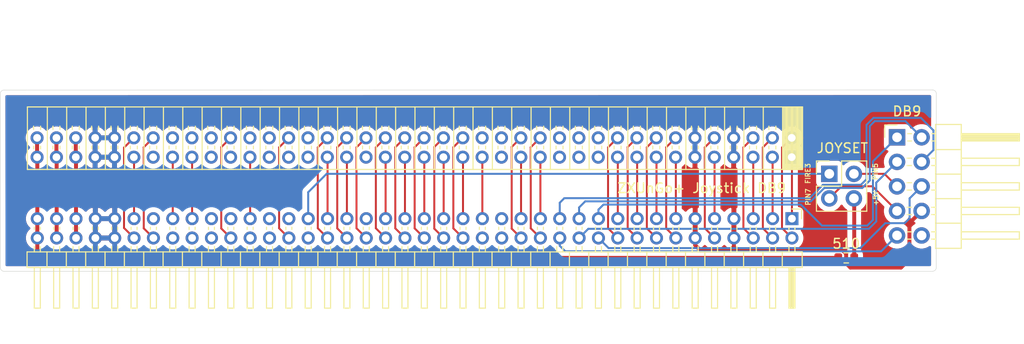
<source format=kicad_pcb>
(kicad_pcb (version 20171130) (host pcbnew "(5.1.10)-1")

  (general
    (thickness 1.6)
    (drawings 13)
    (tracks 218)
    (zones 0)
    (modules 5)
    (nets 97)
  )

  (page A4)
  (layers
    (0 F.Cu signal)
    (31 B.Cu signal)
    (32 B.Adhes user)
    (33 F.Adhes user)
    (34 B.Paste user)
    (35 F.Paste user)
    (36 B.SilkS user)
    (37 F.SilkS user)
    (38 B.Mask user)
    (39 F.Mask user)
    (40 Dwgs.User user)
    (41 Cmts.User user)
    (42 Eco1.User user)
    (43 Eco2.User user)
    (44 Edge.Cuts user)
    (45 Margin user)
    (46 B.CrtYd user)
    (47 F.CrtYd user)
    (48 B.Fab user)
    (49 F.Fab user)
  )

  (setup
    (last_trace_width 0.2032)
    (user_trace_width 0.1524)
    (trace_clearance 0.127)
    (zone_clearance 0.508)
    (zone_45_only no)
    (trace_min 0.127)
    (via_size 0.4)
    (via_drill 0.2)
    (via_min_size 0.4)
    (via_min_drill 0.2)
    (uvia_size 0.3)
    (uvia_drill 0.1)
    (uvias_allowed no)
    (uvia_min_size 0.2)
    (uvia_min_drill 0.1)
    (edge_width 0.1)
    (segment_width 0.2)
    (pcb_text_width 0.3)
    (pcb_text_size 1.5 1.5)
    (mod_edge_width 0.15)
    (mod_text_size 1 1)
    (mod_text_width 0.15)
    (pad_size 1.524 1.524)
    (pad_drill 0.762)
    (pad_to_mask_clearance 0)
    (aux_axis_origin 0 0)
    (grid_origin 111.0922 76.14)
    (visible_elements 7FFFFFFF)
    (pcbplotparams
      (layerselection 0x010fc_ffffffff)
      (usegerberextensions true)
      (usegerberattributes false)
      (usegerberadvancedattributes false)
      (creategerberjobfile false)
      (excludeedgelayer true)
      (linewidth 0.100000)
      (plotframeref false)
      (viasonmask false)
      (mode 1)
      (useauxorigin false)
      (hpglpennumber 1)
      (hpglpenspeed 20)
      (hpglpendiameter 15.000000)
      (psnegative false)
      (psa4output false)
      (plotreference true)
      (plotvalue true)
      (plotinvisibletext false)
      (padsonsilk false)
      (subtractmaskfromsilk false)
      (outputformat 1)
      (mirror false)
      (drillshape 0)
      (scaleselection 1)
      (outputdirectory "gerber/"))
  )

  (net 0 "")
  (net 1 "Net-(J1-Pad45)")
  (net 2 "Net-(J1-Pad55)")
  (net 3 "Net-(J1-Pad53)")
  (net 4 "Net-(J1-Pad59)")
  (net 5 "Net-(J1-Pad56)")
  (net 6 "Net-(J1-Pad62)")
  (net 7 "Net-(J1-Pad61)")
  (net 8 "Net-(J1-Pad58)")
  (net 9 "Net-(J1-Pad52)")
  (net 10 /EAR)
  (net 11 /CSYNC)
  (net 12 /VSYNC)
  (net 13 /SD_MISO)
  (net 14 /SD_SCK)
  (net 15 /SD_MOSI)
  (net 16 /SD_CS)
  (net 17 /FLASH_CS)
  (net 18 /AUDIO_LEFT)
  (net 19 /AUDIO_RIGHT)
  (net 20 /JOY_FIRE2)
  (net 21 /JOY_RIGHT)
  (net 22 /JOY_LEFT)
  (net 23 /JOY_DOWN)
  (net 24 /JOY_FIRE1)
  (net 25 /JOY_UP)
  (net 26 /FLASH_CS2)
  (net 27 /FLASH_CS1)
  (net 28 /B5)
  (net 29 /B4)
  (net 30 /B3)
  (net 31 /G5)
  (net 32 /G4)
  (net 33 /G3)
  (net 34 /R5)
  (net 35 /R4)
  (net 36 /R3)
  (net 37 /EXT19)
  (net 38 /EXT21)
  (net 39 /EXT22)
  (net 40 /EXT23)
  (net 41 /EXT24)
  (net 42 /EXT25)
  (net 43 /EXT26)
  (net 44 /EXT27)
  (net 45 /EXT28)
  (net 46 /EXT30)
  (net 47 /EXT32)
  (net 48 /EXT35)
  (net 49 /LED)
  (net 50 /PS2_CLK)
  (net 51 /PS2_DATA)
  (net 52 /PS2_PIN6)
  (net 53 /PS2_PIN2)
  (net 54 /EXT29)
  (net 55 /RST)
  (net 56 /JOY_FIRE3)
  (net 57 /EXT16)
  (net 58 /EXT13)
  (net 59 /EXT10)
  (net 60 /EXT7)
  (net 61 /+5V)
  (net 62 /+3.3V)
  (net 63 /+1.2V)
  (net 64 /GND)
  (net 65 "Net-(J1-Pad67)")
  (net 66 "Net-(J1-Pad66)")
  (net 67 "Net-(J1-Pad64)")
  (net 68 "Net-(J1-Pad34)")
  (net 69 "Net-(J1-Pad32)")
  (net 70 "Net-(J1-Pad31)")
  (net 71 "Net-(J2-Pad67)")
  (net 72 "Net-(J2-Pad66)")
  (net 73 "Net-(J2-Pad64)")
  (net 74 "Net-(J2-Pad62)")
  (net 75 "Net-(J2-Pad61)")
  (net 76 "Net-(J2-Pad59)")
  (net 77 "Net-(J2-Pad58)")
  (net 78 "Net-(J2-Pad56)")
  (net 79 "Net-(J2-Pad55)")
  (net 80 "Net-(J2-Pad53)")
  (net 81 "Net-(J2-Pad52)")
  (net 82 "Net-(J2-Pad51)")
  (net 83 "Net-(J2-Pad45)")
  (net 84 "Net-(J2-Pad34)")
  (net 85 "Net-(J2-Pad32)")
  (net 86 "Net-(J2-Pad31)")
  (net 87 "Net-(J2-Pad26)")
  (net 88 "Net-(J2-Pad25)")
  (net 89 "Net-(J2-Pad24)")
  (net 90 "Net-(J2-Pad23)")
  (net 91 "Net-(J2-Pad22)")
  (net 92 "Net-(J2-Pad21)")
  (net 93 "Net-(J3-Pad4)")
  (net 94 /PIN7)
  (net 95 /PIN5)
  (net 96 "Net-(J4-Pad10)")

  (net_class Default "Esta es la clase de red por defecto."
    (clearance 0.127)
    (trace_width 0.2032)
    (via_dia 0.4)
    (via_drill 0.2)
    (uvia_dia 0.3)
    (uvia_drill 0.1)
    (add_net /AUDIO_LEFT)
    (add_net /AUDIO_RIGHT)
    (add_net /B3)
    (add_net /B4)
    (add_net /B5)
    (add_net /CSYNC)
    (add_net /EAR)
    (add_net /EXT10)
    (add_net /EXT13)
    (add_net /EXT16)
    (add_net /EXT19)
    (add_net /EXT21)
    (add_net /EXT22)
    (add_net /EXT23)
    (add_net /EXT24)
    (add_net /EXT25)
    (add_net /EXT26)
    (add_net /EXT27)
    (add_net /EXT28)
    (add_net /EXT29)
    (add_net /EXT30)
    (add_net /EXT32)
    (add_net /EXT35)
    (add_net /EXT7)
    (add_net /FLASH_CS)
    (add_net /FLASH_CS1)
    (add_net /FLASH_CS2)
    (add_net /G3)
    (add_net /G4)
    (add_net /G5)
    (add_net /JOY_DOWN)
    (add_net /JOY_FIRE1)
    (add_net /JOY_FIRE2)
    (add_net /JOY_FIRE3)
    (add_net /JOY_LEFT)
    (add_net /JOY_RIGHT)
    (add_net /JOY_UP)
    (add_net /LED)
    (add_net /PIN5)
    (add_net /PIN7)
    (add_net /PS2_CLK)
    (add_net /PS2_DATA)
    (add_net /PS2_PIN2)
    (add_net /PS2_PIN6)
    (add_net /R3)
    (add_net /R4)
    (add_net /R5)
    (add_net /RST)
    (add_net /SD_CS)
    (add_net /SD_MISO)
    (add_net /SD_MOSI)
    (add_net /SD_SCK)
    (add_net /VSYNC)
    (add_net "Net-(J1-Pad31)")
    (add_net "Net-(J1-Pad32)")
    (add_net "Net-(J1-Pad34)")
    (add_net "Net-(J1-Pad45)")
    (add_net "Net-(J1-Pad52)")
    (add_net "Net-(J1-Pad53)")
    (add_net "Net-(J1-Pad55)")
    (add_net "Net-(J1-Pad56)")
    (add_net "Net-(J1-Pad58)")
    (add_net "Net-(J1-Pad59)")
    (add_net "Net-(J1-Pad61)")
    (add_net "Net-(J1-Pad62)")
    (add_net "Net-(J1-Pad64)")
    (add_net "Net-(J1-Pad66)")
    (add_net "Net-(J1-Pad67)")
    (add_net "Net-(J2-Pad21)")
    (add_net "Net-(J2-Pad22)")
    (add_net "Net-(J2-Pad23)")
    (add_net "Net-(J2-Pad24)")
    (add_net "Net-(J2-Pad25)")
    (add_net "Net-(J2-Pad26)")
    (add_net "Net-(J2-Pad31)")
    (add_net "Net-(J2-Pad32)")
    (add_net "Net-(J2-Pad34)")
    (add_net "Net-(J2-Pad45)")
    (add_net "Net-(J2-Pad51)")
    (add_net "Net-(J2-Pad52)")
    (add_net "Net-(J2-Pad53)")
    (add_net "Net-(J2-Pad55)")
    (add_net "Net-(J2-Pad56)")
    (add_net "Net-(J2-Pad58)")
    (add_net "Net-(J2-Pad59)")
    (add_net "Net-(J2-Pad61)")
    (add_net "Net-(J2-Pad62)")
    (add_net "Net-(J2-Pad64)")
    (add_net "Net-(J2-Pad66)")
    (add_net "Net-(J2-Pad67)")
    (add_net "Net-(J3-Pad4)")
    (add_net "Net-(J4-Pad10)")
  )

  (net_class Power ""
    (clearance 0.127)
    (trace_width 0.4064)
    (via_dia 0.4)
    (via_drill 0.2)
    (uvia_dia 0.3)
    (uvia_drill 0.1)
    (add_net /+1.2V)
    (add_net /+3.3V)
    (add_net /+5V)
    (add_net /GND)
  )

  (module Resistor_SMD:R_0603_1608Metric (layer F.Cu) (tedit 5F68FEEE) (tstamp 621B02C5)
    (at 198.1322 120.99)
    (descr "Resistor SMD 0603 (1608 Metric), square (rectangular) end terminal, IPC_7351 nominal, (Body size source: IPC-SM-782 page 72, https://www.pcb-3d.com/wordpress/wp-content/uploads/ipc-sm-782a_amendment_1_and_2.pdf), generated with kicad-footprint-generator")
    (tags resistor)
    (path /607D41E5)
    (attr smd)
    (fp_text reference R8 (at -0.05 1.56) (layer F.SilkS) hide
      (effects (font (size 1 1) (thickness 0.15)))
    )
    (fp_text value 510 (at 0 -1.47) (layer F.SilkS)
      (effects (font (size 1 1) (thickness 0.15)))
    )
    (fp_line (start 1.48 0.73) (end -1.48 0.73) (layer F.CrtYd) (width 0.05))
    (fp_line (start 1.48 -0.73) (end 1.48 0.73) (layer F.CrtYd) (width 0.05))
    (fp_line (start -1.48 -0.73) (end 1.48 -0.73) (layer F.CrtYd) (width 0.05))
    (fp_line (start -1.48 0.73) (end -1.48 -0.73) (layer F.CrtYd) (width 0.05))
    (fp_line (start -0.237258 0.5225) (end 0.237258 0.5225) (layer F.SilkS) (width 0.12))
    (fp_line (start -0.237258 -0.5225) (end 0.237258 -0.5225) (layer F.SilkS) (width 0.12))
    (fp_line (start 0.8 0.4125) (end -0.8 0.4125) (layer F.Fab) (width 0.1))
    (fp_line (start 0.8 -0.4125) (end 0.8 0.4125) (layer F.Fab) (width 0.1))
    (fp_line (start -0.8 -0.4125) (end 0.8 -0.4125) (layer F.Fab) (width 0.1))
    (fp_line (start -0.8 0.4125) (end -0.8 -0.4125) (layer F.Fab) (width 0.1))
    (fp_text user %R (at 0 0) (layer F.Fab)
      (effects (font (size 0.4 0.4) (thickness 0.06)))
    )
    (pad 2 smd roundrect (at 0.825 0) (size 0.8 0.95) (layers F.Cu F.Paste F.Mask) (roundrect_rratio 0.25)
      (net 93 "Net-(J3-Pad4)"))
    (pad 1 smd roundrect (at -0.825 0) (size 0.8 0.95) (layers F.Cu F.Paste F.Mask) (roundrect_rratio 0.25)
      (net 61 /+5V))
    (model ${KISYS3DMOD}/Resistor_SMD.3dshapes/R_0603_1608Metric.wrl
      (at (xyz 0 0 0))
      (scale (xyz 1 1 1))
      (rotate (xyz 0 0 0))
    )
  )

  (module zx-uno:PinSocket_2x40_P2.00mm_Horizontal_Custom (layer F.Cu) (tedit 60824BDB) (tstamp 60AC6525)
    (at 192.4962 110.564 270)
    (descr "Through hole angled socket strip, 2x40, 2.00mm pitch, 6.35mm socket length, double cols (from Kicad 4.0.7), script generated")
    (tags "Through hole angled socket strip THT 2x40 2.00mm double row")
    (path /6240B1B7)
    (fp_text reference J2 (at -4.31 -2.5 90) (layer F.SilkS) hide
      (effects (font (size 1 1) (thickness 0.15)))
    )
    (fp_text value Conn_02x40_Counter_Clockwise (at -4.31 80.5 90) (layer F.Fab)
      (effects (font (size 1 1) (thickness 0.15)))
    )
    (fp_line (start -5.14 -1.06) (end 0.51 -1.06) (layer F.Fab) (width 0.1))
    (fp_line (start 0.51 -1.06) (end 1.21 -0.36) (layer F.Fab) (width 0.1))
    (fp_line (start 1.21 -0.36) (end 1.21 78.94) (layer F.Fab) (width 0.1))
    (fp_line (start 1.21 78.94) (end -5.14 78.94) (layer F.Fab) (width 0.1))
    (fp_line (start -5.14 78.94) (end -5.14 -1.06) (layer F.Fab) (width 0.1))
    (fp_line (start 0 -0.3) (end -3.27 -0.3) (layer F.Fab) (width 0.1))
    (fp_line (start -3.27 0.3) (end 0 0.3) (layer F.Fab) (width 0.1))
    (fp_line (start 0 0.3) (end 0 -0.3) (layer F.Fab) (width 0.1))
    (fp_line (start 0 1.7) (end -3.27 1.7) (layer F.Fab) (width 0.1))
    (fp_line (start -3.27 2.3) (end 0 2.3) (layer F.Fab) (width 0.1))
    (fp_line (start 0 2.3) (end 0 1.7) (layer F.Fab) (width 0.1))
    (fp_line (start 0 3.7) (end -3.27 3.7) (layer F.Fab) (width 0.1))
    (fp_line (start -3.27 4.3) (end 0 4.3) (layer F.Fab) (width 0.1))
    (fp_line (start 0 4.3) (end 0 3.7) (layer F.Fab) (width 0.1))
    (fp_line (start 0 5.7) (end -3.27 5.7) (layer F.Fab) (width 0.1))
    (fp_line (start -3.27 6.3) (end 0 6.3) (layer F.Fab) (width 0.1))
    (fp_line (start 0 6.3) (end 0 5.7) (layer F.Fab) (width 0.1))
    (fp_line (start 0 7.7) (end -3.27 7.7) (layer F.Fab) (width 0.1))
    (fp_line (start -3.27 8.3) (end 0 8.3) (layer F.Fab) (width 0.1))
    (fp_line (start 0 8.3) (end 0 7.7) (layer F.Fab) (width 0.1))
    (fp_line (start 0 9.7) (end -3.27 9.7) (layer F.Fab) (width 0.1))
    (fp_line (start -3.27 10.3) (end 0 10.3) (layer F.Fab) (width 0.1))
    (fp_line (start 0 10.3) (end 0 9.7) (layer F.Fab) (width 0.1))
    (fp_line (start 0 11.7) (end -3.27 11.7) (layer F.Fab) (width 0.1))
    (fp_line (start -3.27 12.3) (end 0 12.3) (layer F.Fab) (width 0.1))
    (fp_line (start 0 12.3) (end 0 11.7) (layer F.Fab) (width 0.1))
    (fp_line (start 0 13.7) (end -3.27 13.7) (layer F.Fab) (width 0.1))
    (fp_line (start -3.27 14.3) (end 0 14.3) (layer F.Fab) (width 0.1))
    (fp_line (start 0 14.3) (end 0 13.7) (layer F.Fab) (width 0.1))
    (fp_line (start 0 15.7) (end -3.27 15.7) (layer F.Fab) (width 0.1))
    (fp_line (start -3.27 16.3) (end 0 16.3) (layer F.Fab) (width 0.1))
    (fp_line (start 0 16.3) (end 0 15.7) (layer F.Fab) (width 0.1))
    (fp_line (start 0 17.7) (end -3.27 17.7) (layer F.Fab) (width 0.1))
    (fp_line (start -3.27 18.3) (end 0 18.3) (layer F.Fab) (width 0.1))
    (fp_line (start 0 18.3) (end 0 17.7) (layer F.Fab) (width 0.1))
    (fp_line (start 0 19.7) (end -3.27 19.7) (layer F.Fab) (width 0.1))
    (fp_line (start -3.27 20.3) (end 0 20.3) (layer F.Fab) (width 0.1))
    (fp_line (start 0 20.3) (end 0 19.7) (layer F.Fab) (width 0.1))
    (fp_line (start 0 21.7) (end -3.27 21.7) (layer F.Fab) (width 0.1))
    (fp_line (start -3.27 22.3) (end 0 22.3) (layer F.Fab) (width 0.1))
    (fp_line (start 0 22.3) (end 0 21.7) (layer F.Fab) (width 0.1))
    (fp_line (start 0 23.7) (end -3.27 23.7) (layer F.Fab) (width 0.1))
    (fp_line (start -3.27 24.3) (end 0 24.3) (layer F.Fab) (width 0.1))
    (fp_line (start 0 24.3) (end 0 23.7) (layer F.Fab) (width 0.1))
    (fp_line (start 0 25.7) (end -3.27 25.7) (layer F.Fab) (width 0.1))
    (fp_line (start -3.27 26.3) (end 0 26.3) (layer F.Fab) (width 0.1))
    (fp_line (start 0 26.3) (end 0 25.7) (layer F.Fab) (width 0.1))
    (fp_line (start 0 27.7) (end -3.27 27.7) (layer F.Fab) (width 0.1))
    (fp_line (start -3.27 28.3) (end 0 28.3) (layer F.Fab) (width 0.1))
    (fp_line (start 0 28.3) (end 0 27.7) (layer F.Fab) (width 0.1))
    (fp_line (start 0 29.7) (end -3.27 29.7) (layer F.Fab) (width 0.1))
    (fp_line (start -3.27 30.3) (end 0 30.3) (layer F.Fab) (width 0.1))
    (fp_line (start 0 30.3) (end 0 29.7) (layer F.Fab) (width 0.1))
    (fp_line (start 0 31.7) (end -3.27 31.7) (layer F.Fab) (width 0.1))
    (fp_line (start -3.27 32.3) (end 0 32.3) (layer F.Fab) (width 0.1))
    (fp_line (start 0 32.3) (end 0 31.7) (layer F.Fab) (width 0.1))
    (fp_line (start 0 33.7) (end -3.27 33.7) (layer F.Fab) (width 0.1))
    (fp_line (start -3.27 34.3) (end 0 34.3) (layer F.Fab) (width 0.1))
    (fp_line (start 0 34.3) (end 0 33.7) (layer F.Fab) (width 0.1))
    (fp_line (start 0 35.7) (end -3.27 35.7) (layer F.Fab) (width 0.1))
    (fp_line (start -3.27 36.3) (end 0 36.3) (layer F.Fab) (width 0.1))
    (fp_line (start 0 36.3) (end 0 35.7) (layer F.Fab) (width 0.1))
    (fp_line (start 0 37.7) (end -3.27 37.7) (layer F.Fab) (width 0.1))
    (fp_line (start -3.27 38.3) (end 0 38.3) (layer F.Fab) (width 0.1))
    (fp_line (start 0 38.3) (end 0 37.7) (layer F.Fab) (width 0.1))
    (fp_line (start 0 39.7) (end -3.27 39.7) (layer F.Fab) (width 0.1))
    (fp_line (start -3.27 40.3) (end 0 40.3) (layer F.Fab) (width 0.1))
    (fp_line (start 0 40.3) (end 0 39.7) (layer F.Fab) (width 0.1))
    (fp_line (start 0 41.7) (end -3.27 41.7) (layer F.Fab) (width 0.1))
    (fp_line (start -3.27 42.3) (end 0 42.3) (layer F.Fab) (width 0.1))
    (fp_line (start 0 42.3) (end 0 41.7) (layer F.Fab) (width 0.1))
    (fp_line (start 0 43.7) (end -3.27 43.7) (layer F.Fab) (width 0.1))
    (fp_line (start -3.27 44.3) (end 0 44.3) (layer F.Fab) (width 0.1))
    (fp_line (start 0 44.3) (end 0 43.7) (layer F.Fab) (width 0.1))
    (fp_line (start 0 45.7) (end -3.27 45.7) (layer F.Fab) (width 0.1))
    (fp_line (start -3.27 46.3) (end 0 46.3) (layer F.Fab) (width 0.1))
    (fp_line (start 0 46.3) (end 0 45.7) (layer F.Fab) (width 0.1))
    (fp_line (start 0 47.7) (end -3.27 47.7) (layer F.Fab) (width 0.1))
    (fp_line (start -3.27 48.3) (end 0 48.3) (layer F.Fab) (width 0.1))
    (fp_line (start 0 48.3) (end 0 47.7) (layer F.Fab) (width 0.1))
    (fp_line (start 0 49.7) (end -3.27 49.7) (layer F.Fab) (width 0.1))
    (fp_line (start -3.27 50.3) (end 0 50.3) (layer F.Fab) (width 0.1))
    (fp_line (start 0 50.3) (end 0 49.7) (layer F.Fab) (width 0.1))
    (fp_line (start 0 51.7) (end -3.27 51.7) (layer F.Fab) (width 0.1))
    (fp_line (start -3.27 52.3) (end 0 52.3) (layer F.Fab) (width 0.1))
    (fp_line (start 0 52.3) (end 0 51.7) (layer F.Fab) (width 0.1))
    (fp_line (start 0 53.7) (end -3.27 53.7) (layer F.Fab) (width 0.1))
    (fp_line (start -3.27 54.3) (end 0 54.3) (layer F.Fab) (width 0.1))
    (fp_line (start 0 54.3) (end 0 53.7) (layer F.Fab) (width 0.1))
    (fp_line (start 0 55.7) (end -3.27 55.7) (layer F.Fab) (width 0.1))
    (fp_line (start -3.27 56.3) (end 0 56.3) (layer F.Fab) (width 0.1))
    (fp_line (start 0 56.3) (end 0 55.7) (layer F.Fab) (width 0.1))
    (fp_line (start 0 57.7) (end -3.27 57.7) (layer F.Fab) (width 0.1))
    (fp_line (start -3.27 58.3) (end 0 58.3) (layer F.Fab) (width 0.1))
    (fp_line (start 0 58.3) (end 0 57.7) (layer F.Fab) (width 0.1))
    (fp_line (start 0 59.7) (end -3.27 59.7) (layer F.Fab) (width 0.1))
    (fp_line (start -3.27 60.3) (end 0 60.3) (layer F.Fab) (width 0.1))
    (fp_line (start 0 60.3) (end 0 59.7) (layer F.Fab) (width 0.1))
    (fp_line (start 0 61.7) (end -3.27 61.7) (layer F.Fab) (width 0.1))
    (fp_line (start -3.27 62.3) (end 0 62.3) (layer F.Fab) (width 0.1))
    (fp_line (start 0 62.3) (end 0 61.7) (layer F.Fab) (width 0.1))
    (fp_line (start 0 63.7) (end -3.27 63.7) (layer F.Fab) (width 0.1))
    (fp_line (start -3.27 64.3) (end 0 64.3) (layer F.Fab) (width 0.1))
    (fp_line (start 0 64.3) (end 0 63.7) (layer F.Fab) (width 0.1))
    (fp_line (start 0 65.7) (end -3.27 65.7) (layer F.Fab) (width 0.1))
    (fp_line (start -3.27 66.3) (end 0 66.3) (layer F.Fab) (width 0.1))
    (fp_line (start 0 66.3) (end 0 65.7) (layer F.Fab) (width 0.1))
    (fp_line (start 0 67.7) (end -3.27 67.7) (layer F.Fab) (width 0.1))
    (fp_line (start -3.27 68.3) (end 0 68.3) (layer F.Fab) (width 0.1))
    (fp_line (start 0 68.3) (end 0 67.7) (layer F.Fab) (width 0.1))
    (fp_line (start 0 69.7) (end -3.27 69.7) (layer F.Fab) (width 0.1))
    (fp_line (start -3.27 70.3) (end 0 70.3) (layer F.Fab) (width 0.1))
    (fp_line (start 0 70.3) (end 0 69.7) (layer F.Fab) (width 0.1))
    (fp_line (start 0 71.7) (end -3.27 71.7) (layer F.Fab) (width 0.1))
    (fp_line (start -3.27 72.3) (end 0 72.3) (layer F.Fab) (width 0.1))
    (fp_line (start 0 72.3) (end 0 71.7) (layer F.Fab) (width 0.1))
    (fp_line (start 0 73.7) (end -3.27 73.7) (layer F.Fab) (width 0.1))
    (fp_line (start -3.27 74.3) (end 0 74.3) (layer F.Fab) (width 0.1))
    (fp_line (start 0 74.3) (end 0 73.7) (layer F.Fab) (width 0.1))
    (fp_line (start 0 75.7) (end -3.27 75.7) (layer F.Fab) (width 0.1))
    (fp_line (start -3.27 76.3) (end 0 76.3) (layer F.Fab) (width 0.1))
    (fp_line (start 0 76.3) (end 0 75.7) (layer F.Fab) (width 0.1))
    (fp_line (start 0 77.7) (end -3.27 77.7) (layer F.Fab) (width 0.1))
    (fp_line (start -3.27 78.3) (end 0 78.3) (layer F.Fab) (width 0.1))
    (fp_line (start 0 78.3) (end 0 77.7) (layer F.Fab) (width 0.1))
    (fp_line (start -5.2 -1) (end 1.27 -1) (layer F.SilkS) (width 0.12))
    (fp_line (start -5.2 -0.885882) (end 1.27 -0.885882) (layer F.SilkS) (width 0.12))
    (fp_line (start -5.2 -0.771764) (end 1.27 -0.771764) (layer F.SilkS) (width 0.12))
    (fp_line (start -5.2 -0.657646) (end 1.27 -0.657646) (layer F.SilkS) (width 0.12))
    (fp_line (start -5.2 -0.543528) (end 1.27 -0.543528) (layer F.SilkS) (width 0.12))
    (fp_line (start -5.2 -0.42941) (end 1.27 -0.42941) (layer F.SilkS) (width 0.12))
    (fp_line (start -5.2 -0.315292) (end 1.27 -0.315292) (layer F.SilkS) (width 0.12))
    (fp_line (start -5.2 -0.201174) (end 1.27 -0.201174) (layer F.SilkS) (width 0.12))
    (fp_line (start -5.2 -0.087056) (end 1.27 -0.087056) (layer F.SilkS) (width 0.12))
    (fp_line (start -5.2 0.027062) (end 1.27 0.027062) (layer F.SilkS) (width 0.12))
    (fp_line (start -5.2 0.14118) (end 1.27 0.14118) (layer F.SilkS) (width 0.12))
    (fp_line (start -5.2 0.255298) (end 1.27 0.255298) (layer F.SilkS) (width 0.12))
    (fp_line (start -5.2 0.369416) (end 1.27 0.369416) (layer F.SilkS) (width 0.12))
    (fp_line (start -5.2 0.483534) (end 1.27 0.483534) (layer F.SilkS) (width 0.12))
    (fp_line (start -5.2 0.597652) (end 1.27 0.597652) (layer F.SilkS) (width 0.12))
    (fp_line (start -5.2 0.71177) (end 1.27 0.71177) (layer F.SilkS) (width 0.12))
    (fp_line (start -5.2 0.825888) (end 1.27 0.825888) (layer F.SilkS) (width 0.12))
    (fp_line (start -3.21 -0.36) (end -2.862917 -0.36) (layer F.SilkS) (width 0.12))
    (fp_line (start -1.137083 -0.36) (end -0.935 -0.36) (layer F.SilkS) (width 0.12))
    (fp_line (start -3.21 0.36) (end -2.862917 0.36) (layer F.SilkS) (width 0.12))
    (fp_line (start -1.137083 0.36) (end -0.935 0.36) (layer F.SilkS) (width 0.12))
    (fp_line (start -3.21 1.64) (end -2.862917 1.64) (layer F.SilkS) (width 0.12))
    (fp_line (start -1.137083 1.64) (end -0.862917 1.64) (layer F.SilkS) (width 0.12))
    (fp_line (start -3.21 2.36) (end -2.862917 2.36) (layer F.SilkS) (width 0.12))
    (fp_line (start -1.137083 2.36) (end -0.862917 2.36) (layer F.SilkS) (width 0.12))
    (fp_line (start -3.21 3.64) (end -2.862917 3.64) (layer F.SilkS) (width 0.12))
    (fp_line (start -1.137083 3.64) (end -0.862917 3.64) (layer F.SilkS) (width 0.12))
    (fp_line (start -3.21 4.36) (end -2.862917 4.36) (layer F.SilkS) (width 0.12))
    (fp_line (start -1.137083 4.36) (end -0.862917 4.36) (layer F.SilkS) (width 0.12))
    (fp_line (start -3.21 5.64) (end -2.862917 5.64) (layer F.SilkS) (width 0.12))
    (fp_line (start -1.137083 5.64) (end -0.862917 5.64) (layer F.SilkS) (width 0.12))
    (fp_line (start -3.21 6.36) (end -2.862917 6.36) (layer F.SilkS) (width 0.12))
    (fp_line (start -1.137083 6.36) (end -0.862917 6.36) (layer F.SilkS) (width 0.12))
    (fp_line (start -3.21 7.64) (end -2.862917 7.64) (layer F.SilkS) (width 0.12))
    (fp_line (start -1.137083 7.64) (end -0.862917 7.64) (layer F.SilkS) (width 0.12))
    (fp_line (start -3.21 8.36) (end -2.862917 8.36) (layer F.SilkS) (width 0.12))
    (fp_line (start -1.137083 8.36) (end -0.862917 8.36) (layer F.SilkS) (width 0.12))
    (fp_line (start -3.21 9.64) (end -2.862917 9.64) (layer F.SilkS) (width 0.12))
    (fp_line (start -1.137083 9.64) (end -0.862917 9.64) (layer F.SilkS) (width 0.12))
    (fp_line (start -3.21 10.36) (end -2.862917 10.36) (layer F.SilkS) (width 0.12))
    (fp_line (start -1.137083 10.36) (end -0.862917 10.36) (layer F.SilkS) (width 0.12))
    (fp_line (start -3.21 11.64) (end -2.862917 11.64) (layer F.SilkS) (width 0.12))
    (fp_line (start -1.137083 11.64) (end -0.862917 11.64) (layer F.SilkS) (width 0.12))
    (fp_line (start -3.21 12.36) (end -2.862917 12.36) (layer F.SilkS) (width 0.12))
    (fp_line (start -1.137083 12.36) (end -0.862917 12.36) (layer F.SilkS) (width 0.12))
    (fp_line (start -3.21 13.64) (end -2.862917 13.64) (layer F.SilkS) (width 0.12))
    (fp_line (start -1.137083 13.64) (end -0.862917 13.64) (layer F.SilkS) (width 0.12))
    (fp_line (start -3.21 14.36) (end -2.862917 14.36) (layer F.SilkS) (width 0.12))
    (fp_line (start -1.137083 14.36) (end -0.862917 14.36) (layer F.SilkS) (width 0.12))
    (fp_line (start -3.21 15.64) (end -2.862917 15.64) (layer F.SilkS) (width 0.12))
    (fp_line (start -1.137083 15.64) (end -0.862917 15.64) (layer F.SilkS) (width 0.12))
    (fp_line (start -3.21 16.36) (end -2.862917 16.36) (layer F.SilkS) (width 0.12))
    (fp_line (start -1.137083 16.36) (end -0.862917 16.36) (layer F.SilkS) (width 0.12))
    (fp_line (start -3.21 17.64) (end -2.862917 17.64) (layer F.SilkS) (width 0.12))
    (fp_line (start -1.137083 17.64) (end -0.862917 17.64) (layer F.SilkS) (width 0.12))
    (fp_line (start -3.21 18.36) (end -2.862917 18.36) (layer F.SilkS) (width 0.12))
    (fp_line (start -1.137083 18.36) (end -0.862917 18.36) (layer F.SilkS) (width 0.12))
    (fp_line (start -3.21 19.64) (end -2.862917 19.64) (layer F.SilkS) (width 0.12))
    (fp_line (start -1.137083 19.64) (end -0.862917 19.64) (layer F.SilkS) (width 0.12))
    (fp_line (start -3.21 20.36) (end -2.862917 20.36) (layer F.SilkS) (width 0.12))
    (fp_line (start -1.137083 20.36) (end -0.862917 20.36) (layer F.SilkS) (width 0.12))
    (fp_line (start -3.21 21.64) (end -2.862917 21.64) (layer F.SilkS) (width 0.12))
    (fp_line (start -1.137083 21.64) (end -0.862917 21.64) (layer F.SilkS) (width 0.12))
    (fp_line (start -3.21 22.36) (end -2.862917 22.36) (layer F.SilkS) (width 0.12))
    (fp_line (start -1.137083 22.36) (end -0.862917 22.36) (layer F.SilkS) (width 0.12))
    (fp_line (start -3.21 23.64) (end -2.862917 23.64) (layer F.SilkS) (width 0.12))
    (fp_line (start -1.137083 23.64) (end -0.862917 23.64) (layer F.SilkS) (width 0.12))
    (fp_line (start -3.21 24.36) (end -2.862917 24.36) (layer F.SilkS) (width 0.12))
    (fp_line (start -1.137083 24.36) (end -0.862917 24.36) (layer F.SilkS) (width 0.12))
    (fp_line (start -3.21 25.64) (end -2.862917 25.64) (layer F.SilkS) (width 0.12))
    (fp_line (start -1.137083 25.64) (end -0.862917 25.64) (layer F.SilkS) (width 0.12))
    (fp_line (start -3.21 26.36) (end -2.862917 26.36) (layer F.SilkS) (width 0.12))
    (fp_line (start -1.137083 26.36) (end -0.862917 26.36) (layer F.SilkS) (width 0.12))
    (fp_line (start -3.21 27.64) (end -2.862917 27.64) (layer F.SilkS) (width 0.12))
    (fp_line (start -1.137083 27.64) (end -0.862917 27.64) (layer F.SilkS) (width 0.12))
    (fp_line (start -3.21 28.36) (end -2.862917 28.36) (layer F.SilkS) (width 0.12))
    (fp_line (start -1.137083 28.36) (end -0.862917 28.36) (layer F.SilkS) (width 0.12))
    (fp_line (start -3.21 29.64) (end -2.862917 29.64) (layer F.SilkS) (width 0.12))
    (fp_line (start -1.137083 29.64) (end -0.862917 29.64) (layer F.SilkS) (width 0.12))
    (fp_line (start -3.21 30.36) (end -2.862917 30.36) (layer F.SilkS) (width 0.12))
    (fp_line (start -1.137083 30.36) (end -0.862917 30.36) (layer F.SilkS) (width 0.12))
    (fp_line (start -3.21 31.64) (end -2.862917 31.64) (layer F.SilkS) (width 0.12))
    (fp_line (start -1.137083 31.64) (end -0.862917 31.64) (layer F.SilkS) (width 0.12))
    (fp_line (start -3.21 32.36) (end -2.862917 32.36) (layer F.SilkS) (width 0.12))
    (fp_line (start -1.137083 32.36) (end -0.862917 32.36) (layer F.SilkS) (width 0.12))
    (fp_line (start -3.21 33.64) (end -2.862917 33.64) (layer F.SilkS) (width 0.12))
    (fp_line (start -1.137083 33.64) (end -0.862917 33.64) (layer F.SilkS) (width 0.12))
    (fp_line (start -3.21 34.36) (end -2.862917 34.36) (layer F.SilkS) (width 0.12))
    (fp_line (start -1.137083 34.36) (end -0.862917 34.36) (layer F.SilkS) (width 0.12))
    (fp_line (start -3.21 35.64) (end -2.862917 35.64) (layer F.SilkS) (width 0.12))
    (fp_line (start -1.137083 35.64) (end -0.862917 35.64) (layer F.SilkS) (width 0.12))
    (fp_line (start -3.21 36.36) (end -2.862917 36.36) (layer F.SilkS) (width 0.12))
    (fp_line (start -1.137083 36.36) (end -0.862917 36.36) (layer F.SilkS) (width 0.12))
    (fp_line (start -3.21 37.64) (end -2.862917 37.64) (layer F.SilkS) (width 0.12))
    (fp_line (start -1.137083 37.64) (end -0.862917 37.64) (layer F.SilkS) (width 0.12))
    (fp_line (start -3.21 38.36) (end -2.862917 38.36) (layer F.SilkS) (width 0.12))
    (fp_line (start -1.137083 38.36) (end -0.862917 38.36) (layer F.SilkS) (width 0.12))
    (fp_line (start -3.21 39.64) (end -2.862917 39.64) (layer F.SilkS) (width 0.12))
    (fp_line (start -1.137083 39.64) (end -0.862917 39.64) (layer F.SilkS) (width 0.12))
    (fp_line (start -3.21 40.36) (end -2.862917 40.36) (layer F.SilkS) (width 0.12))
    (fp_line (start -1.137083 40.36) (end -0.862917 40.36) (layer F.SilkS) (width 0.12))
    (fp_line (start -3.21 41.64) (end -2.862917 41.64) (layer F.SilkS) (width 0.12))
    (fp_line (start -1.137083 41.64) (end -0.862917 41.64) (layer F.SilkS) (width 0.12))
    (fp_line (start -3.21 42.36) (end -2.862917 42.36) (layer F.SilkS) (width 0.12))
    (fp_line (start -1.137083 42.36) (end -0.862917 42.36) (layer F.SilkS) (width 0.12))
    (fp_line (start -3.21 43.64) (end -2.862917 43.64) (layer F.SilkS) (width 0.12))
    (fp_line (start -1.137083 43.64) (end -0.862917 43.64) (layer F.SilkS) (width 0.12))
    (fp_line (start -3.21 44.36) (end -2.862917 44.36) (layer F.SilkS) (width 0.12))
    (fp_line (start -1.137083 44.36) (end -0.862917 44.36) (layer F.SilkS) (width 0.12))
    (fp_line (start -3.21 45.64) (end -2.862917 45.64) (layer F.SilkS) (width 0.12))
    (fp_line (start -1.137083 45.64) (end -0.862917 45.64) (layer F.SilkS) (width 0.12))
    (fp_line (start -3.21 46.36) (end -2.862917 46.36) (layer F.SilkS) (width 0.12))
    (fp_line (start -1.137083 46.36) (end -0.862917 46.36) (layer F.SilkS) (width 0.12))
    (fp_line (start -3.21 47.64) (end -2.862917 47.64) (layer F.SilkS) (width 0.12))
    (fp_line (start -1.137083 47.64) (end -0.862917 47.64) (layer F.SilkS) (width 0.12))
    (fp_line (start -3.21 48.36) (end -2.862917 48.36) (layer F.SilkS) (width 0.12))
    (fp_line (start -1.137083 48.36) (end -0.862917 48.36) (layer F.SilkS) (width 0.12))
    (fp_line (start -3.21 49.64) (end -2.862917 49.64) (layer F.SilkS) (width 0.12))
    (fp_line (start -1.137083 49.64) (end -0.862917 49.64) (layer F.SilkS) (width 0.12))
    (fp_line (start -3.21 50.36) (end -2.862917 50.36) (layer F.SilkS) (width 0.12))
    (fp_line (start -1.137083 50.36) (end -0.862917 50.36) (layer F.SilkS) (width 0.12))
    (fp_line (start -3.21 51.64) (end -2.862917 51.64) (layer F.SilkS) (width 0.12))
    (fp_line (start -1.137083 51.64) (end -0.862917 51.64) (layer F.SilkS) (width 0.12))
    (fp_line (start -3.21 52.36) (end -2.862917 52.36) (layer F.SilkS) (width 0.12))
    (fp_line (start -1.137083 52.36) (end -0.862917 52.36) (layer F.SilkS) (width 0.12))
    (fp_line (start -3.21 53.64) (end -2.862917 53.64) (layer F.SilkS) (width 0.12))
    (fp_line (start -1.137083 53.64) (end -0.862917 53.64) (layer F.SilkS) (width 0.12))
    (fp_line (start -3.21 54.36) (end -2.862917 54.36) (layer F.SilkS) (width 0.12))
    (fp_line (start -1.137083 54.36) (end -0.862917 54.36) (layer F.SilkS) (width 0.12))
    (fp_line (start -3.21 55.64) (end -2.862917 55.64) (layer F.SilkS) (width 0.12))
    (fp_line (start -1.137083 55.64) (end -0.862917 55.64) (layer F.SilkS) (width 0.12))
    (fp_line (start -3.21 56.36) (end -2.862917 56.36) (layer F.SilkS) (width 0.12))
    (fp_line (start -1.137083 56.36) (end -0.862917 56.36) (layer F.SilkS) (width 0.12))
    (fp_line (start -3.21 57.64) (end -2.862917 57.64) (layer F.SilkS) (width 0.12))
    (fp_line (start -1.137083 57.64) (end -0.862917 57.64) (layer F.SilkS) (width 0.12))
    (fp_line (start -3.21 58.36) (end -2.862917 58.36) (layer F.SilkS) (width 0.12))
    (fp_line (start -1.137083 58.36) (end -0.862917 58.36) (layer F.SilkS) (width 0.12))
    (fp_line (start -3.21 59.64) (end -2.862917 59.64) (layer F.SilkS) (width 0.12))
    (fp_line (start -1.137083 59.64) (end -0.862917 59.64) (layer F.SilkS) (width 0.12))
    (fp_line (start -3.21 60.36) (end -2.862917 60.36) (layer F.SilkS) (width 0.12))
    (fp_line (start -1.137083 60.36) (end -0.862917 60.36) (layer F.SilkS) (width 0.12))
    (fp_line (start -3.21 61.64) (end -2.862917 61.64) (layer F.SilkS) (width 0.12))
    (fp_line (start -1.137083 61.64) (end -0.862917 61.64) (layer F.SilkS) (width 0.12))
    (fp_line (start -3.21 62.36) (end -2.862917 62.36) (layer F.SilkS) (width 0.12))
    (fp_line (start -1.137083 62.36) (end -0.862917 62.36) (layer F.SilkS) (width 0.12))
    (fp_line (start -3.21 63.64) (end -2.862917 63.64) (layer F.SilkS) (width 0.12))
    (fp_line (start -1.137083 63.64) (end -0.862917 63.64) (layer F.SilkS) (width 0.12))
    (fp_line (start -3.21 64.36) (end -2.862917 64.36) (layer F.SilkS) (width 0.12))
    (fp_line (start -1.137083 64.36) (end -0.862917 64.36) (layer F.SilkS) (width 0.12))
    (fp_line (start -3.21 65.64) (end -2.862917 65.64) (layer F.SilkS) (width 0.12))
    (fp_line (start -1.137083 65.64) (end -0.862917 65.64) (layer F.SilkS) (width 0.12))
    (fp_line (start -3.21 66.36) (end -2.862917 66.36) (layer F.SilkS) (width 0.12))
    (fp_line (start -1.137083 66.36) (end -0.862917 66.36) (layer F.SilkS) (width 0.12))
    (fp_line (start -3.21 67.64) (end -2.862917 67.64) (layer F.SilkS) (width 0.12))
    (fp_line (start -1.137083 67.64) (end -0.862917 67.64) (layer F.SilkS) (width 0.12))
    (fp_line (start -3.21 68.36) (end -2.862917 68.36) (layer F.SilkS) (width 0.12))
    (fp_line (start -1.137083 68.36) (end -0.862917 68.36) (layer F.SilkS) (width 0.12))
    (fp_line (start -3.21 69.64) (end -2.862917 69.64) (layer F.SilkS) (width 0.12))
    (fp_line (start -1.137083 69.64) (end -0.862917 69.64) (layer F.SilkS) (width 0.12))
    (fp_line (start -3.21 70.36) (end -2.862917 70.36) (layer F.SilkS) (width 0.12))
    (fp_line (start -1.137083 70.36) (end -0.862917 70.36) (layer F.SilkS) (width 0.12))
    (fp_line (start -3.21 71.64) (end -2.862917 71.64) (layer F.SilkS) (width 0.12))
    (fp_line (start -1.137083 71.64) (end -0.862917 71.64) (layer F.SilkS) (width 0.12))
    (fp_line (start -3.21 72.36) (end -2.862917 72.36) (layer F.SilkS) (width 0.12))
    (fp_line (start -1.137083 72.36) (end -0.862917 72.36) (layer F.SilkS) (width 0.12))
    (fp_line (start -3.21 73.64) (end -2.862917 73.64) (layer F.SilkS) (width 0.12))
    (fp_line (start -1.137083 73.64) (end -0.862917 73.64) (layer F.SilkS) (width 0.12))
    (fp_line (start -3.21 74.36) (end -2.862917 74.36) (layer F.SilkS) (width 0.12))
    (fp_line (start -1.137083 74.36) (end -0.862917 74.36) (layer F.SilkS) (width 0.12))
    (fp_line (start -3.21 75.64) (end -2.862917 75.64) (layer F.SilkS) (width 0.12))
    (fp_line (start -1.137083 75.64) (end -0.862917 75.64) (layer F.SilkS) (width 0.12))
    (fp_line (start -3.21 76.36) (end -2.862917 76.36) (layer F.SilkS) (width 0.12))
    (fp_line (start -1.137083 76.36) (end -0.862917 76.36) (layer F.SilkS) (width 0.12))
    (fp_line (start -3.21 77.64) (end -2.862917 77.64) (layer F.SilkS) (width 0.12))
    (fp_line (start -1.137083 77.64) (end -0.862917 77.64) (layer F.SilkS) (width 0.12))
    (fp_line (start -3.21 78.36) (end -2.862917 78.36) (layer F.SilkS) (width 0.12))
    (fp_line (start -1.137083 78.36) (end -0.862917 78.36) (layer F.SilkS) (width 0.12))
    (fp_line (start -5.2 0.94) (end 1.27 0.94) (layer F.SilkS) (width 0.12))
    (fp_line (start -5.2 2.94) (end 1.27 2.94) (layer F.SilkS) (width 0.12))
    (fp_line (start -5.2 4.94) (end 1.27 4.94) (layer F.SilkS) (width 0.12))
    (fp_line (start -5.2 6.94) (end 1.27 6.94) (layer F.SilkS) (width 0.12))
    (fp_line (start -5.2 8.94) (end 1.27 8.94) (layer F.SilkS) (width 0.12))
    (fp_line (start -5.2 10.94) (end 1.27 10.94) (layer F.SilkS) (width 0.12))
    (fp_line (start -5.2 12.94) (end 1.27 12.94) (layer F.SilkS) (width 0.12))
    (fp_line (start -5.2 14.94) (end 1.27 14.94) (layer F.SilkS) (width 0.12))
    (fp_line (start -5.2 16.94) (end 1.27 16.94) (layer F.SilkS) (width 0.12))
    (fp_line (start -5.2 18.94) (end 1.27 18.94) (layer F.SilkS) (width 0.12))
    (fp_line (start -5.2 20.94) (end 1.27 20.94) (layer F.SilkS) (width 0.12))
    (fp_line (start -5.2 22.94) (end 1.27 22.94) (layer F.SilkS) (width 0.12))
    (fp_line (start -5.2 24.94) (end 1.27 24.94) (layer F.SilkS) (width 0.12))
    (fp_line (start -5.2 26.94) (end 1.27 26.94) (layer F.SilkS) (width 0.12))
    (fp_line (start -5.2 28.94) (end 1.27 28.94) (layer F.SilkS) (width 0.12))
    (fp_line (start -5.2 30.94) (end 1.27 30.94) (layer F.SilkS) (width 0.12))
    (fp_line (start -5.2 32.94) (end 1.27 32.94) (layer F.SilkS) (width 0.12))
    (fp_line (start -5.2 34.94) (end 1.27 34.94) (layer F.SilkS) (width 0.12))
    (fp_line (start -5.2 36.94) (end 1.27 36.94) (layer F.SilkS) (width 0.12))
    (fp_line (start -5.2 38.94) (end 1.27 38.94) (layer F.SilkS) (width 0.12))
    (fp_line (start -5.2 40.94) (end 1.27 40.94) (layer F.SilkS) (width 0.12))
    (fp_line (start -5.2 42.94) (end 1.27 42.94) (layer F.SilkS) (width 0.12))
    (fp_line (start -5.2 44.94) (end 1.27 44.94) (layer F.SilkS) (width 0.12))
    (fp_line (start -5.2 46.94) (end 1.27 46.94) (layer F.SilkS) (width 0.12))
    (fp_line (start -5.2 48.94) (end 1.27 48.94) (layer F.SilkS) (width 0.12))
    (fp_line (start -5.2 50.94) (end 1.27 50.94) (layer F.SilkS) (width 0.12))
    (fp_line (start -5.2 52.94) (end 1.27 52.94) (layer F.SilkS) (width 0.12))
    (fp_line (start -5.2 54.94) (end 1.27 54.94) (layer F.SilkS) (width 0.12))
    (fp_line (start -5.2 56.94) (end 1.27 56.94) (layer F.SilkS) (width 0.12))
    (fp_line (start -5.2 58.94) (end 1.27 58.94) (layer F.SilkS) (width 0.12))
    (fp_line (start -5.2 60.94) (end 1.27 60.94) (layer F.SilkS) (width 0.12))
    (fp_line (start -5.2 62.94) (end 1.27 62.94) (layer F.SilkS) (width 0.12))
    (fp_line (start -5.2 64.94) (end 1.27 64.94) (layer F.SilkS) (width 0.12))
    (fp_line (start -5.2 66.94) (end 1.27 66.94) (layer F.SilkS) (width 0.12))
    (fp_line (start -5.2 68.94) (end 1.27 68.94) (layer F.SilkS) (width 0.12))
    (fp_line (start -5.2 70.94) (end 1.27 70.94) (layer F.SilkS) (width 0.12))
    (fp_line (start -5.2 72.94) (end 1.27 72.94) (layer F.SilkS) (width 0.12))
    (fp_line (start -5.2 74.94) (end 1.27 74.94) (layer F.SilkS) (width 0.12))
    (fp_line (start -5.2 76.94) (end 1.27 76.94) (layer F.SilkS) (width 0.12))
    (fp_line (start -5.2 -1.12) (end 1.27 -1.12) (layer F.SilkS) (width 0.12))
    (fp_line (start 1.27 -1.12) (end 1.27 79) (layer F.SilkS) (width 0.12))
    (fp_line (start -5.2 79) (end 1.27 79) (layer F.SilkS) (width 0.12))
    (fp_line (start -5.2 -1.12) (end -5.2 79) (layer F.SilkS) (width 0.12))
    (fp_line (start 0.935 -1.06) (end 0.935 0) (layer F.SilkS) (width 0.12))
    (fp_line (start 0 -1.06) (end 0.935 -1.06) (layer F.SilkS) (width 0.12))
    (fp_line (start 1.5 -1.5) (end -5.5 -1.5) (layer F.CrtYd) (width 0.05))
    (fp_line (start -5.5 -1.5) (end -5.5 79.47) (layer F.CrtYd) (width 0.05))
    (fp_line (start -5.5 79.47) (end 1.5 79.47) (layer F.CrtYd) (width 0.05))
    (fp_line (start 1.5 79.5) (end 1.5 -1.5) (layer F.CrtYd) (width 0.05))
    (fp_text user %R (at -1.965 38.94 180) (layer F.Fab)
      (effects (font (size 1 1) (thickness 0.15)))
    )
    (pad 80 thru_hole oval (at -2 78 270) (size 1.35 1.35) (drill 0.8) (layers *.Cu *.Mask)
      (net 61 /+5V))
    (pad 79 thru_hole oval (at 0 78 270) (size 1.35 1.35) (drill 0.8) (layers *.Cu *.Mask)
      (net 61 /+5V))
    (pad 78 thru_hole oval (at -2 76 270) (size 1.35 1.35) (drill 0.8) (layers *.Cu *.Mask)
      (net 62 /+3.3V))
    (pad 77 thru_hole oval (at 0 76 270) (size 1.35 1.35) (drill 0.8) (layers *.Cu *.Mask)
      (net 62 /+3.3V))
    (pad 76 thru_hole oval (at -2 74 270) (size 1.35 1.35) (drill 0.8) (layers *.Cu *.Mask)
      (net 63 /+1.2V))
    (pad 75 thru_hole oval (at 0 74 270) (size 1.35 1.35) (drill 0.8) (layers *.Cu *.Mask)
      (net 63 /+1.2V))
    (pad 74 thru_hole oval (at -2 72 270) (size 1.35 1.35) (drill 0.8) (layers *.Cu *.Mask)
      (net 64 /GND))
    (pad 73 thru_hole oval (at 0 72 270) (size 1.35 1.35) (drill 0.8) (layers *.Cu *.Mask)
      (net 64 /GND))
    (pad 72 thru_hole oval (at -2 70 270) (size 1.35 1.35) (drill 0.8) (layers *.Cu *.Mask)
      (net 64 /GND))
    (pad 71 thru_hole oval (at 0 70 270) (size 1.35 1.35) (drill 0.8) (layers *.Cu *.Mask)
      (net 64 /GND))
    (pad 70 thru_hole oval (at -2 68 270) (size 1.35 1.35) (drill 0.8) (layers *.Cu *.Mask)
      (net 13 /SD_MISO))
    (pad 69 thru_hole oval (at 0 68 270) (size 1.35 1.35) (drill 0.8) (layers *.Cu *.Mask)
      (net 14 /SD_SCK))
    (pad 68 thru_hole oval (at -2 66 270) (size 1.35 1.35) (drill 0.8) (layers *.Cu *.Mask)
      (net 15 /SD_MOSI))
    (pad 67 thru_hole oval (at 0 66 270) (size 1.35 1.35) (drill 0.8) (layers *.Cu *.Mask)
      (net 71 "Net-(J2-Pad67)"))
    (pad 66 thru_hole oval (at -2 64 270) (size 1.35 1.35) (drill 0.8) (layers *.Cu *.Mask)
      (net 72 "Net-(J2-Pad66)"))
    (pad 65 thru_hole oval (at 0 64 270) (size 1.35 1.35) (drill 0.8) (layers *.Cu *.Mask)
      (net 16 /SD_CS))
    (pad 64 thru_hole oval (at -2 62 270) (size 1.35 1.35) (drill 0.8) (layers *.Cu *.Mask)
      (net 73 "Net-(J2-Pad64)"))
    (pad 63 thru_hole oval (at 0 62 270) (size 1.35 1.35) (drill 0.8) (layers *.Cu *.Mask)
      (net 60 /EXT7))
    (pad 62 thru_hole oval (at -2 60 270) (size 1.35 1.35) (drill 0.8) (layers *.Cu *.Mask)
      (net 74 "Net-(J2-Pad62)"))
    (pad 61 thru_hole oval (at 0 60 270) (size 1.35 1.35) (drill 0.8) (layers *.Cu *.Mask)
      (net 75 "Net-(J2-Pad61)"))
    (pad 60 thru_hole oval (at -2 58 270) (size 1.35 1.35) (drill 0.8) (layers *.Cu *.Mask)
      (net 59 /EXT10))
    (pad 59 thru_hole oval (at 0 58 270) (size 1.35 1.35) (drill 0.8) (layers *.Cu *.Mask)
      (net 76 "Net-(J2-Pad59)"))
    (pad 58 thru_hole oval (at -2 56 270) (size 1.35 1.35) (drill 0.8) (layers *.Cu *.Mask)
      (net 77 "Net-(J2-Pad58)"))
    (pad 57 thru_hole oval (at 0 56 270) (size 1.35 1.35) (drill 0.8) (layers *.Cu *.Mask)
      (net 58 /EXT13))
    (pad 56 thru_hole oval (at -2 54 270) (size 1.35 1.35) (drill 0.8) (layers *.Cu *.Mask)
      (net 78 "Net-(J2-Pad56)"))
    (pad 55 thru_hole oval (at 0 54 270) (size 1.35 1.35) (drill 0.8) (layers *.Cu *.Mask)
      (net 79 "Net-(J2-Pad55)"))
    (pad 54 thru_hole oval (at -2 52 270) (size 1.35 1.35) (drill 0.8) (layers *.Cu *.Mask)
      (net 57 /EXT16))
    (pad 53 thru_hole oval (at 0 52 270) (size 1.35 1.35) (drill 0.8) (layers *.Cu *.Mask)
      (net 80 "Net-(J2-Pad53)"))
    (pad 52 thru_hole oval (at -2 50 270) (size 1.35 1.35) (drill 0.8) (layers *.Cu *.Mask)
      (net 81 "Net-(J2-Pad52)"))
    (pad 51 thru_hole oval (at 0 50 270) (size 1.35 1.35) (drill 0.8) (layers *.Cu *.Mask)
      (net 82 "Net-(J2-Pad51)"))
    (pad 50 thru_hole oval (at -2 48 270) (size 1.35 1.35) (drill 0.8) (layers *.Cu *.Mask)
      (net 26 /FLASH_CS2))
    (pad 49 thru_hole oval (at 0 48 270) (size 1.35 1.35) (drill 0.8) (layers *.Cu *.Mask)
      (net 27 /FLASH_CS1))
    (pad 48 thru_hole oval (at -2 46 270) (size 1.35 1.35) (drill 0.8) (layers *.Cu *.Mask)
      (net 17 /FLASH_CS))
    (pad 47 thru_hole oval (at 0 46 270) (size 1.35 1.35) (drill 0.8) (layers *.Cu *.Mask)
      (net 55 /RST))
    (pad 46 thru_hole oval (at -2 44 270) (size 1.35 1.35) (drill 0.8) (layers *.Cu *.Mask)
      (net 37 /EXT19))
    (pad 45 thru_hole oval (at 0 44 270) (size 1.35 1.35) (drill 0.8) (layers *.Cu *.Mask)
      (net 83 "Net-(J2-Pad45)"))
    (pad 44 thru_hole oval (at -2 42 270) (size 1.35 1.35) (drill 0.8) (layers *.Cu *.Mask)
      (net 38 /EXT21))
    (pad 43 thru_hole oval (at 0 42 270) (size 1.35 1.35) (drill 0.8) (layers *.Cu *.Mask)
      (net 39 /EXT22))
    (pad 42 thru_hole oval (at -2 40 270) (size 1.35 1.35) (drill 0.8) (layers *.Cu *.Mask)
      (net 40 /EXT23))
    (pad 41 thru_hole oval (at 0 40 270) (size 1.35 1.35) (drill 0.8) (layers *.Cu *.Mask)
      (net 41 /EXT24))
    (pad 40 thru_hole oval (at -2 38 270) (size 1.35 1.35) (drill 0.8) (layers *.Cu *.Mask)
      (net 42 /EXT25))
    (pad 39 thru_hole oval (at 0 38 270) (size 1.35 1.35) (drill 0.8) (layers *.Cu *.Mask)
      (net 43 /EXT26))
    (pad 38 thru_hole oval (at -2 36 270) (size 1.35 1.35) (drill 0.8) (layers *.Cu *.Mask)
      (net 44 /EXT27))
    (pad 37 thru_hole oval (at 0 36 270) (size 1.35 1.35) (drill 0.8) (layers *.Cu *.Mask)
      (net 45 /EXT28))
    (pad 36 thru_hole oval (at -2 34 270) (size 1.35 1.35) (drill 0.8) (layers *.Cu *.Mask)
      (net 54 /EXT29))
    (pad 35 thru_hole oval (at 0 34 270) (size 1.35 1.35) (drill 0.8) (layers *.Cu *.Mask)
      (net 46 /EXT30))
    (pad 34 thru_hole oval (at -2 32 270) (size 1.35 1.35) (drill 0.8) (layers *.Cu *.Mask)
      (net 84 "Net-(J2-Pad34)"))
    (pad 33 thru_hole oval (at 0 32 270) (size 1.35 1.35) (drill 0.8) (layers *.Cu *.Mask)
      (net 47 /EXT32))
    (pad 32 thru_hole oval (at -2 30 270) (size 1.35 1.35) (drill 0.8) (layers *.Cu *.Mask)
      (net 85 "Net-(J2-Pad32)"))
    (pad 31 thru_hole oval (at 0 30 270) (size 1.35 1.35) (drill 0.8) (layers *.Cu *.Mask)
      (net 86 "Net-(J2-Pad31)"))
    (pad 30 thru_hole oval (at -2 28 270) (size 1.35 1.35) (drill 0.8) (layers *.Cu *.Mask)
      (net 48 /EXT35))
    (pad 29 thru_hole oval (at 0 28 270) (size 1.35 1.35) (drill 0.8) (layers *.Cu *.Mask)
      (net 49 /LED))
    (pad 28 thru_hole oval (at -2 26 270) (size 1.35 1.35) (drill 0.8) (layers *.Cu *.Mask)
      (net 18 /AUDIO_LEFT))
    (pad 27 thru_hole oval (at 0 26 270) (size 1.35 1.35) (drill 0.8) (layers *.Cu *.Mask)
      (net 19 /AUDIO_RIGHT))
    (pad 26 thru_hole oval (at -2 24 270) (size 1.35 1.35) (drill 0.8) (layers *.Cu *.Mask)
      (net 87 "Net-(J2-Pad26)"))
    (pad 25 thru_hole oval (at 0 24 270) (size 1.35 1.35) (drill 0.8) (layers *.Cu *.Mask)
      (net 88 "Net-(J2-Pad25)"))
    (pad 24 thru_hole oval (at -2 22 270) (size 1.35 1.35) (drill 0.8) (layers *.Cu *.Mask)
      (net 89 "Net-(J2-Pad24)"))
    (pad 23 thru_hole oval (at 0 22 270) (size 1.35 1.35) (drill 0.8) (layers *.Cu *.Mask)
      (net 90 "Net-(J2-Pad23)"))
    (pad 22 thru_hole oval (at -2 20 270) (size 1.35 1.35) (drill 0.8) (layers *.Cu *.Mask)
      (net 91 "Net-(J2-Pad22)"))
    (pad 21 thru_hole oval (at 0 20 270) (size 1.35 1.35) (drill 0.8) (layers *.Cu *.Mask)
      (net 92 "Net-(J2-Pad21)"))
    (pad 20 thru_hole oval (at -2 18 270) (size 1.35 1.35) (drill 0.8) (layers *.Cu *.Mask)
      (net 51 /PS2_DATA))
    (pad 19 thru_hole oval (at 0 18 270) (size 1.35 1.35) (drill 0.8) (layers *.Cu *.Mask)
      (net 50 /PS2_CLK))
    (pad 18 thru_hole oval (at -2 16 270) (size 1.35 1.35) (drill 0.8) (layers *.Cu *.Mask)
      (net 52 /PS2_PIN6))
    (pad 17 thru_hole oval (at 0 16 270) (size 1.35 1.35) (drill 0.8) (layers *.Cu *.Mask)
      (net 53 /PS2_PIN2))
    (pad 16 thru_hole oval (at -2 14 270) (size 1.35 1.35) (drill 0.8) (layers *.Cu *.Mask)
      (net 28 /B5))
    (pad 15 thru_hole oval (at 0 14 270) (size 1.35 1.35) (drill 0.8) (layers *.Cu *.Mask)
      (net 10 /EAR))
    (pad 14 thru_hole oval (at -2 12 270) (size 1.35 1.35) (drill 0.8) (layers *.Cu *.Mask)
      (net 30 /B3))
    (pad 13 thru_hole oval (at 0 12 270) (size 1.35 1.35) (drill 0.8) (layers *.Cu *.Mask)
      (net 29 /B4))
    (pad 12 thru_hole oval (at -2 10 270) (size 1.35 1.35) (drill 0.8) (layers *.Cu *.Mask)
      (net 64 /GND))
    (pad 11 thru_hole oval (at 0 10 270) (size 1.35 1.35) (drill 0.8) (layers *.Cu *.Mask)
      (net 64 /GND))
    (pad 10 thru_hole oval (at -2 8 270) (size 1.35 1.35) (drill 0.8) (layers *.Cu *.Mask)
      (net 12 /VSYNC))
    (pad 9 thru_hole oval (at 0 8 270) (size 1.35 1.35) (drill 0.8) (layers *.Cu *.Mask)
      (net 11 /CSYNC))
    (pad 8 thru_hole oval (at -2 6 270) (size 1.35 1.35) (drill 0.8) (layers *.Cu *.Mask)
      (net 64 /GND))
    (pad 7 thru_hole oval (at 0 6 270) (size 1.35 1.35) (drill 0.8) (layers *.Cu *.Mask)
      (net 64 /GND))
    (pad 6 thru_hole oval (at -2 4 270) (size 1.35 1.35) (drill 0.8) (layers *.Cu *.Mask)
      (net 32 /G4))
    (pad 5 thru_hole oval (at 0 4 270) (size 1.35 1.35) (drill 0.8) (layers *.Cu *.Mask)
      (net 31 /G5))
    (pad 4 thru_hole oval (at -2 2 270) (size 1.35 1.35) (drill 0.8) (layers *.Cu *.Mask)
      (net 34 /R5))
    (pad 3 thru_hole oval (at 0 2 270) (size 1.35 1.35) (drill 0.8) (layers *.Cu *.Mask)
      (net 33 /G3))
    (pad 2 thru_hole oval (at -2 0 270) (size 1.35 1.35) (drill 0.8) (layers *.Cu *.Mask)
      (net 36 /R3))
    (pad 1 thru_hole rect (at 0 0 270) (size 1.35 1.35) (drill 0.8) (layers *.Cu *.Mask)
      (net 35 /R4))
  )

  (module Connector_PinHeader_2.00mm:PinHeader_2x40_P2.00mm_Horizontal (layer F.Cu) (tedit 59FED667) (tstamp 611950D7)
    (at 192.5202 116.93 270)
    (descr "Through hole angled pin header, 2x40, 2.00mm pitch, 4.2mm pin length, double rows")
    (tags "Through hole angled pin header THT 2x40 2.00mm double row")
    (path /62899AA7)
    (fp_text reference J1 (at 1 -2.06 90) (layer F.Fab)
      (effects (font (size 1 1) (thickness 0.15)))
    )
    (fp_text value Conn_02x40_Counter_Clockwise (at 1 80.06 90) (layer F.Fab)
      (effects (font (size 1 1) (thickness 0.15)))
    )
    (fp_line (start 9.7 -1.5) (end -1.5 -1.5) (layer F.CrtYd) (width 0.05))
    (fp_line (start 9.7 79.5) (end 9.7 -1.5) (layer F.CrtYd) (width 0.05))
    (fp_line (start -1.5 79.5) (end 9.7 79.5) (layer F.CrtYd) (width 0.05))
    (fp_line (start -1.5 -1.5) (end -1.5 79.5) (layer F.CrtYd) (width 0.05))
    (fp_line (start -1 -1) (end 0 -1) (layer F.SilkS) (width 0.12))
    (fp_line (start -1 0) (end -1 -1) (layer F.SilkS) (width 0.12))
    (fp_line (start 0.882114 78.31) (end 1.117886 78.31) (layer F.SilkS) (width 0.12))
    (fp_line (start 0.882114 77.69) (end 1.117886 77.69) (layer F.SilkS) (width 0.12))
    (fp_line (start 2.882114 78.31) (end 3.44 78.31) (layer F.SilkS) (width 0.12))
    (fp_line (start 2.882114 77.69) (end 3.44 77.69) (layer F.SilkS) (width 0.12))
    (fp_line (start 9.26 78.31) (end 5.06 78.31) (layer F.SilkS) (width 0.12))
    (fp_line (start 9.26 77.69) (end 9.26 78.31) (layer F.SilkS) (width 0.12))
    (fp_line (start 5.06 77.69) (end 9.26 77.69) (layer F.SilkS) (width 0.12))
    (fp_line (start 3.44 77) (end 5.06 77) (layer F.SilkS) (width 0.12))
    (fp_line (start 0.882114 76.31) (end 1.117886 76.31) (layer F.SilkS) (width 0.12))
    (fp_line (start 0.882114 75.69) (end 1.117886 75.69) (layer F.SilkS) (width 0.12))
    (fp_line (start 2.882114 76.31) (end 3.44 76.31) (layer F.SilkS) (width 0.12))
    (fp_line (start 2.882114 75.69) (end 3.44 75.69) (layer F.SilkS) (width 0.12))
    (fp_line (start 9.26 76.31) (end 5.06 76.31) (layer F.SilkS) (width 0.12))
    (fp_line (start 9.26 75.69) (end 9.26 76.31) (layer F.SilkS) (width 0.12))
    (fp_line (start 5.06 75.69) (end 9.26 75.69) (layer F.SilkS) (width 0.12))
    (fp_line (start 3.44 75) (end 5.06 75) (layer F.SilkS) (width 0.12))
    (fp_line (start 0.882114 74.31) (end 1.117886 74.31) (layer F.SilkS) (width 0.12))
    (fp_line (start 0.882114 73.69) (end 1.117886 73.69) (layer F.SilkS) (width 0.12))
    (fp_line (start 2.882114 74.31) (end 3.44 74.31) (layer F.SilkS) (width 0.12))
    (fp_line (start 2.882114 73.69) (end 3.44 73.69) (layer F.SilkS) (width 0.12))
    (fp_line (start 9.26 74.31) (end 5.06 74.31) (layer F.SilkS) (width 0.12))
    (fp_line (start 9.26 73.69) (end 9.26 74.31) (layer F.SilkS) (width 0.12))
    (fp_line (start 5.06 73.69) (end 9.26 73.69) (layer F.SilkS) (width 0.12))
    (fp_line (start 3.44 73) (end 5.06 73) (layer F.SilkS) (width 0.12))
    (fp_line (start 0.882114 72.31) (end 1.117886 72.31) (layer F.SilkS) (width 0.12))
    (fp_line (start 0.882114 71.69) (end 1.117886 71.69) (layer F.SilkS) (width 0.12))
    (fp_line (start 2.882114 72.31) (end 3.44 72.31) (layer F.SilkS) (width 0.12))
    (fp_line (start 2.882114 71.69) (end 3.44 71.69) (layer F.SilkS) (width 0.12))
    (fp_line (start 9.26 72.31) (end 5.06 72.31) (layer F.SilkS) (width 0.12))
    (fp_line (start 9.26 71.69) (end 9.26 72.31) (layer F.SilkS) (width 0.12))
    (fp_line (start 5.06 71.69) (end 9.26 71.69) (layer F.SilkS) (width 0.12))
    (fp_line (start 3.44 71) (end 5.06 71) (layer F.SilkS) (width 0.12))
    (fp_line (start 0.882114 70.31) (end 1.117886 70.31) (layer F.SilkS) (width 0.12))
    (fp_line (start 0.882114 69.69) (end 1.117886 69.69) (layer F.SilkS) (width 0.12))
    (fp_line (start 2.882114 70.31) (end 3.44 70.31) (layer F.SilkS) (width 0.12))
    (fp_line (start 2.882114 69.69) (end 3.44 69.69) (layer F.SilkS) (width 0.12))
    (fp_line (start 9.26 70.31) (end 5.06 70.31) (layer F.SilkS) (width 0.12))
    (fp_line (start 9.26 69.69) (end 9.26 70.31) (layer F.SilkS) (width 0.12))
    (fp_line (start 5.06 69.69) (end 9.26 69.69) (layer F.SilkS) (width 0.12))
    (fp_line (start 3.44 69) (end 5.06 69) (layer F.SilkS) (width 0.12))
    (fp_line (start 0.882114 68.31) (end 1.117886 68.31) (layer F.SilkS) (width 0.12))
    (fp_line (start 0.882114 67.69) (end 1.117886 67.69) (layer F.SilkS) (width 0.12))
    (fp_line (start 2.882114 68.31) (end 3.44 68.31) (layer F.SilkS) (width 0.12))
    (fp_line (start 2.882114 67.69) (end 3.44 67.69) (layer F.SilkS) (width 0.12))
    (fp_line (start 9.26 68.31) (end 5.06 68.31) (layer F.SilkS) (width 0.12))
    (fp_line (start 9.26 67.69) (end 9.26 68.31) (layer F.SilkS) (width 0.12))
    (fp_line (start 5.06 67.69) (end 9.26 67.69) (layer F.SilkS) (width 0.12))
    (fp_line (start 3.44 67) (end 5.06 67) (layer F.SilkS) (width 0.12))
    (fp_line (start 0.882114 66.31) (end 1.117886 66.31) (layer F.SilkS) (width 0.12))
    (fp_line (start 0.882114 65.69) (end 1.117886 65.69) (layer F.SilkS) (width 0.12))
    (fp_line (start 2.882114 66.31) (end 3.44 66.31) (layer F.SilkS) (width 0.12))
    (fp_line (start 2.882114 65.69) (end 3.44 65.69) (layer F.SilkS) (width 0.12))
    (fp_line (start 9.26 66.31) (end 5.06 66.31) (layer F.SilkS) (width 0.12))
    (fp_line (start 9.26 65.69) (end 9.26 66.31) (layer F.SilkS) (width 0.12))
    (fp_line (start 5.06 65.69) (end 9.26 65.69) (layer F.SilkS) (width 0.12))
    (fp_line (start 3.44 65) (end 5.06 65) (layer F.SilkS) (width 0.12))
    (fp_line (start 0.882114 64.31) (end 1.117886 64.31) (layer F.SilkS) (width 0.12))
    (fp_line (start 0.882114 63.69) (end 1.117886 63.69) (layer F.SilkS) (width 0.12))
    (fp_line (start 2.882114 64.31) (end 3.44 64.31) (layer F.SilkS) (width 0.12))
    (fp_line (start 2.882114 63.69) (end 3.44 63.69) (layer F.SilkS) (width 0.12))
    (fp_line (start 9.26 64.31) (end 5.06 64.31) (layer F.SilkS) (width 0.12))
    (fp_line (start 9.26 63.69) (end 9.26 64.31) (layer F.SilkS) (width 0.12))
    (fp_line (start 5.06 63.69) (end 9.26 63.69) (layer F.SilkS) (width 0.12))
    (fp_line (start 3.44 63) (end 5.06 63) (layer F.SilkS) (width 0.12))
    (fp_line (start 0.882114 62.31) (end 1.117886 62.31) (layer F.SilkS) (width 0.12))
    (fp_line (start 0.882114 61.69) (end 1.117886 61.69) (layer F.SilkS) (width 0.12))
    (fp_line (start 2.882114 62.31) (end 3.44 62.31) (layer F.SilkS) (width 0.12))
    (fp_line (start 2.882114 61.69) (end 3.44 61.69) (layer F.SilkS) (width 0.12))
    (fp_line (start 9.26 62.31) (end 5.06 62.31) (layer F.SilkS) (width 0.12))
    (fp_line (start 9.26 61.69) (end 9.26 62.31) (layer F.SilkS) (width 0.12))
    (fp_line (start 5.06 61.69) (end 9.26 61.69) (layer F.SilkS) (width 0.12))
    (fp_line (start 3.44 61) (end 5.06 61) (layer F.SilkS) (width 0.12))
    (fp_line (start 0.882114 60.31) (end 1.117886 60.31) (layer F.SilkS) (width 0.12))
    (fp_line (start 0.882114 59.69) (end 1.117886 59.69) (layer F.SilkS) (width 0.12))
    (fp_line (start 2.882114 60.31) (end 3.44 60.31) (layer F.SilkS) (width 0.12))
    (fp_line (start 2.882114 59.69) (end 3.44 59.69) (layer F.SilkS) (width 0.12))
    (fp_line (start 9.26 60.31) (end 5.06 60.31) (layer F.SilkS) (width 0.12))
    (fp_line (start 9.26 59.69) (end 9.26 60.31) (layer F.SilkS) (width 0.12))
    (fp_line (start 5.06 59.69) (end 9.26 59.69) (layer F.SilkS) (width 0.12))
    (fp_line (start 3.44 59) (end 5.06 59) (layer F.SilkS) (width 0.12))
    (fp_line (start 0.882114 58.31) (end 1.117886 58.31) (layer F.SilkS) (width 0.12))
    (fp_line (start 0.882114 57.69) (end 1.117886 57.69) (layer F.SilkS) (width 0.12))
    (fp_line (start 2.882114 58.31) (end 3.44 58.31) (layer F.SilkS) (width 0.12))
    (fp_line (start 2.882114 57.69) (end 3.44 57.69) (layer F.SilkS) (width 0.12))
    (fp_line (start 9.26 58.31) (end 5.06 58.31) (layer F.SilkS) (width 0.12))
    (fp_line (start 9.26 57.69) (end 9.26 58.31) (layer F.SilkS) (width 0.12))
    (fp_line (start 5.06 57.69) (end 9.26 57.69) (layer F.SilkS) (width 0.12))
    (fp_line (start 3.44 57) (end 5.06 57) (layer F.SilkS) (width 0.12))
    (fp_line (start 0.882114 56.31) (end 1.117886 56.31) (layer F.SilkS) (width 0.12))
    (fp_line (start 0.882114 55.69) (end 1.117886 55.69) (layer F.SilkS) (width 0.12))
    (fp_line (start 2.882114 56.31) (end 3.44 56.31) (layer F.SilkS) (width 0.12))
    (fp_line (start 2.882114 55.69) (end 3.44 55.69) (layer F.SilkS) (width 0.12))
    (fp_line (start 9.26 56.31) (end 5.06 56.31) (layer F.SilkS) (width 0.12))
    (fp_line (start 9.26 55.69) (end 9.26 56.31) (layer F.SilkS) (width 0.12))
    (fp_line (start 5.06 55.69) (end 9.26 55.69) (layer F.SilkS) (width 0.12))
    (fp_line (start 3.44 55) (end 5.06 55) (layer F.SilkS) (width 0.12))
    (fp_line (start 0.882114 54.31) (end 1.117886 54.31) (layer F.SilkS) (width 0.12))
    (fp_line (start 0.882114 53.69) (end 1.117886 53.69) (layer F.SilkS) (width 0.12))
    (fp_line (start 2.882114 54.31) (end 3.44 54.31) (layer F.SilkS) (width 0.12))
    (fp_line (start 2.882114 53.69) (end 3.44 53.69) (layer F.SilkS) (width 0.12))
    (fp_line (start 9.26 54.31) (end 5.06 54.31) (layer F.SilkS) (width 0.12))
    (fp_line (start 9.26 53.69) (end 9.26 54.31) (layer F.SilkS) (width 0.12))
    (fp_line (start 5.06 53.69) (end 9.26 53.69) (layer F.SilkS) (width 0.12))
    (fp_line (start 3.44 53) (end 5.06 53) (layer F.SilkS) (width 0.12))
    (fp_line (start 0.882114 52.31) (end 1.117886 52.31) (layer F.SilkS) (width 0.12))
    (fp_line (start 0.882114 51.69) (end 1.117886 51.69) (layer F.SilkS) (width 0.12))
    (fp_line (start 2.882114 52.31) (end 3.44 52.31) (layer F.SilkS) (width 0.12))
    (fp_line (start 2.882114 51.69) (end 3.44 51.69) (layer F.SilkS) (width 0.12))
    (fp_line (start 9.26 52.31) (end 5.06 52.31) (layer F.SilkS) (width 0.12))
    (fp_line (start 9.26 51.69) (end 9.26 52.31) (layer F.SilkS) (width 0.12))
    (fp_line (start 5.06 51.69) (end 9.26 51.69) (layer F.SilkS) (width 0.12))
    (fp_line (start 3.44 51) (end 5.06 51) (layer F.SilkS) (width 0.12))
    (fp_line (start 0.882114 50.31) (end 1.117886 50.31) (layer F.SilkS) (width 0.12))
    (fp_line (start 0.882114 49.69) (end 1.117886 49.69) (layer F.SilkS) (width 0.12))
    (fp_line (start 2.882114 50.31) (end 3.44 50.31) (layer F.SilkS) (width 0.12))
    (fp_line (start 2.882114 49.69) (end 3.44 49.69) (layer F.SilkS) (width 0.12))
    (fp_line (start 9.26 50.31) (end 5.06 50.31) (layer F.SilkS) (width 0.12))
    (fp_line (start 9.26 49.69) (end 9.26 50.31) (layer F.SilkS) (width 0.12))
    (fp_line (start 5.06 49.69) (end 9.26 49.69) (layer F.SilkS) (width 0.12))
    (fp_line (start 3.44 49) (end 5.06 49) (layer F.SilkS) (width 0.12))
    (fp_line (start 0.882114 48.31) (end 1.117886 48.31) (layer F.SilkS) (width 0.12))
    (fp_line (start 0.882114 47.69) (end 1.117886 47.69) (layer F.SilkS) (width 0.12))
    (fp_line (start 2.882114 48.31) (end 3.44 48.31) (layer F.SilkS) (width 0.12))
    (fp_line (start 2.882114 47.69) (end 3.44 47.69) (layer F.SilkS) (width 0.12))
    (fp_line (start 9.26 48.31) (end 5.06 48.31) (layer F.SilkS) (width 0.12))
    (fp_line (start 9.26 47.69) (end 9.26 48.31) (layer F.SilkS) (width 0.12))
    (fp_line (start 5.06 47.69) (end 9.26 47.69) (layer F.SilkS) (width 0.12))
    (fp_line (start 3.44 47) (end 5.06 47) (layer F.SilkS) (width 0.12))
    (fp_line (start 0.882114 46.31) (end 1.117886 46.31) (layer F.SilkS) (width 0.12))
    (fp_line (start 0.882114 45.69) (end 1.117886 45.69) (layer F.SilkS) (width 0.12))
    (fp_line (start 2.882114 46.31) (end 3.44 46.31) (layer F.SilkS) (width 0.12))
    (fp_line (start 2.882114 45.69) (end 3.44 45.69) (layer F.SilkS) (width 0.12))
    (fp_line (start 9.26 46.31) (end 5.06 46.31) (layer F.SilkS) (width 0.12))
    (fp_line (start 9.26 45.69) (end 9.26 46.31) (layer F.SilkS) (width 0.12))
    (fp_line (start 5.06 45.69) (end 9.26 45.69) (layer F.SilkS) (width 0.12))
    (fp_line (start 3.44 45) (end 5.06 45) (layer F.SilkS) (width 0.12))
    (fp_line (start 0.882114 44.31) (end 1.117886 44.31) (layer F.SilkS) (width 0.12))
    (fp_line (start 0.882114 43.69) (end 1.117886 43.69) (layer F.SilkS) (width 0.12))
    (fp_line (start 2.882114 44.31) (end 3.44 44.31) (layer F.SilkS) (width 0.12))
    (fp_line (start 2.882114 43.69) (end 3.44 43.69) (layer F.SilkS) (width 0.12))
    (fp_line (start 9.26 44.31) (end 5.06 44.31) (layer F.SilkS) (width 0.12))
    (fp_line (start 9.26 43.69) (end 9.26 44.31) (layer F.SilkS) (width 0.12))
    (fp_line (start 5.06 43.69) (end 9.26 43.69) (layer F.SilkS) (width 0.12))
    (fp_line (start 3.44 43) (end 5.06 43) (layer F.SilkS) (width 0.12))
    (fp_line (start 0.882114 42.31) (end 1.117886 42.31) (layer F.SilkS) (width 0.12))
    (fp_line (start 0.882114 41.69) (end 1.117886 41.69) (layer F.SilkS) (width 0.12))
    (fp_line (start 2.882114 42.31) (end 3.44 42.31) (layer F.SilkS) (width 0.12))
    (fp_line (start 2.882114 41.69) (end 3.44 41.69) (layer F.SilkS) (width 0.12))
    (fp_line (start 9.26 42.31) (end 5.06 42.31) (layer F.SilkS) (width 0.12))
    (fp_line (start 9.26 41.69) (end 9.26 42.31) (layer F.SilkS) (width 0.12))
    (fp_line (start 5.06 41.69) (end 9.26 41.69) (layer F.SilkS) (width 0.12))
    (fp_line (start 3.44 41) (end 5.06 41) (layer F.SilkS) (width 0.12))
    (fp_line (start 0.882114 40.31) (end 1.117886 40.31) (layer F.SilkS) (width 0.12))
    (fp_line (start 0.882114 39.69) (end 1.117886 39.69) (layer F.SilkS) (width 0.12))
    (fp_line (start 2.882114 40.31) (end 3.44 40.31) (layer F.SilkS) (width 0.12))
    (fp_line (start 2.882114 39.69) (end 3.44 39.69) (layer F.SilkS) (width 0.12))
    (fp_line (start 9.26 40.31) (end 5.06 40.31) (layer F.SilkS) (width 0.12))
    (fp_line (start 9.26 39.69) (end 9.26 40.31) (layer F.SilkS) (width 0.12))
    (fp_line (start 5.06 39.69) (end 9.26 39.69) (layer F.SilkS) (width 0.12))
    (fp_line (start 3.44 39) (end 5.06 39) (layer F.SilkS) (width 0.12))
    (fp_line (start 0.882114 38.31) (end 1.117886 38.31) (layer F.SilkS) (width 0.12))
    (fp_line (start 0.882114 37.69) (end 1.117886 37.69) (layer F.SilkS) (width 0.12))
    (fp_line (start 2.882114 38.31) (end 3.44 38.31) (layer F.SilkS) (width 0.12))
    (fp_line (start 2.882114 37.69) (end 3.44 37.69) (layer F.SilkS) (width 0.12))
    (fp_line (start 9.26 38.31) (end 5.06 38.31) (layer F.SilkS) (width 0.12))
    (fp_line (start 9.26 37.69) (end 9.26 38.31) (layer F.SilkS) (width 0.12))
    (fp_line (start 5.06 37.69) (end 9.26 37.69) (layer F.SilkS) (width 0.12))
    (fp_line (start 3.44 37) (end 5.06 37) (layer F.SilkS) (width 0.12))
    (fp_line (start 0.882114 36.31) (end 1.117886 36.31) (layer F.SilkS) (width 0.12))
    (fp_line (start 0.882114 35.69) (end 1.117886 35.69) (layer F.SilkS) (width 0.12))
    (fp_line (start 2.882114 36.31) (end 3.44 36.31) (layer F.SilkS) (width 0.12))
    (fp_line (start 2.882114 35.69) (end 3.44 35.69) (layer F.SilkS) (width 0.12))
    (fp_line (start 9.26 36.31) (end 5.06 36.31) (layer F.SilkS) (width 0.12))
    (fp_line (start 9.26 35.69) (end 9.26 36.31) (layer F.SilkS) (width 0.12))
    (fp_line (start 5.06 35.69) (end 9.26 35.69) (layer F.SilkS) (width 0.12))
    (fp_line (start 3.44 35) (end 5.06 35) (layer F.SilkS) (width 0.12))
    (fp_line (start 0.882114 34.31) (end 1.117886 34.31) (layer F.SilkS) (width 0.12))
    (fp_line (start 0.882114 33.69) (end 1.117886 33.69) (layer F.SilkS) (width 0.12))
    (fp_line (start 2.882114 34.31) (end 3.44 34.31) (layer F.SilkS) (width 0.12))
    (fp_line (start 2.882114 33.69) (end 3.44 33.69) (layer F.SilkS) (width 0.12))
    (fp_line (start 9.26 34.31) (end 5.06 34.31) (layer F.SilkS) (width 0.12))
    (fp_line (start 9.26 33.69) (end 9.26 34.31) (layer F.SilkS) (width 0.12))
    (fp_line (start 5.06 33.69) (end 9.26 33.69) (layer F.SilkS) (width 0.12))
    (fp_line (start 3.44 33) (end 5.06 33) (layer F.SilkS) (width 0.12))
    (fp_line (start 0.882114 32.31) (end 1.117886 32.31) (layer F.SilkS) (width 0.12))
    (fp_line (start 0.882114 31.69) (end 1.117886 31.69) (layer F.SilkS) (width 0.12))
    (fp_line (start 2.882114 32.31) (end 3.44 32.31) (layer F.SilkS) (width 0.12))
    (fp_line (start 2.882114 31.69) (end 3.44 31.69) (layer F.SilkS) (width 0.12))
    (fp_line (start 9.26 32.31) (end 5.06 32.31) (layer F.SilkS) (width 0.12))
    (fp_line (start 9.26 31.69) (end 9.26 32.31) (layer F.SilkS) (width 0.12))
    (fp_line (start 5.06 31.69) (end 9.26 31.69) (layer F.SilkS) (width 0.12))
    (fp_line (start 3.44 31) (end 5.06 31) (layer F.SilkS) (width 0.12))
    (fp_line (start 0.882114 30.31) (end 1.117886 30.31) (layer F.SilkS) (width 0.12))
    (fp_line (start 0.882114 29.69) (end 1.117886 29.69) (layer F.SilkS) (width 0.12))
    (fp_line (start 2.882114 30.31) (end 3.44 30.31) (layer F.SilkS) (width 0.12))
    (fp_line (start 2.882114 29.69) (end 3.44 29.69) (layer F.SilkS) (width 0.12))
    (fp_line (start 9.26 30.31) (end 5.06 30.31) (layer F.SilkS) (width 0.12))
    (fp_line (start 9.26 29.69) (end 9.26 30.31) (layer F.SilkS) (width 0.12))
    (fp_line (start 5.06 29.69) (end 9.26 29.69) (layer F.SilkS) (width 0.12))
    (fp_line (start 3.44 29) (end 5.06 29) (layer F.SilkS) (width 0.12))
    (fp_line (start 0.882114 28.31) (end 1.117886 28.31) (layer F.SilkS) (width 0.12))
    (fp_line (start 0.882114 27.69) (end 1.117886 27.69) (layer F.SilkS) (width 0.12))
    (fp_line (start 2.882114 28.31) (end 3.44 28.31) (layer F.SilkS) (width 0.12))
    (fp_line (start 2.882114 27.69) (end 3.44 27.69) (layer F.SilkS) (width 0.12))
    (fp_line (start 9.26 28.31) (end 5.06 28.31) (layer F.SilkS) (width 0.12))
    (fp_line (start 9.26 27.69) (end 9.26 28.31) (layer F.SilkS) (width 0.12))
    (fp_line (start 5.06 27.69) (end 9.26 27.69) (layer F.SilkS) (width 0.12))
    (fp_line (start 3.44 27) (end 5.06 27) (layer F.SilkS) (width 0.12))
    (fp_line (start 0.882114 26.31) (end 1.117886 26.31) (layer F.SilkS) (width 0.12))
    (fp_line (start 0.882114 25.69) (end 1.117886 25.69) (layer F.SilkS) (width 0.12))
    (fp_line (start 2.882114 26.31) (end 3.44 26.31) (layer F.SilkS) (width 0.12))
    (fp_line (start 2.882114 25.69) (end 3.44 25.69) (layer F.SilkS) (width 0.12))
    (fp_line (start 9.26 26.31) (end 5.06 26.31) (layer F.SilkS) (width 0.12))
    (fp_line (start 9.26 25.69) (end 9.26 26.31) (layer F.SilkS) (width 0.12))
    (fp_line (start 5.06 25.69) (end 9.26 25.69) (layer F.SilkS) (width 0.12))
    (fp_line (start 3.44 25) (end 5.06 25) (layer F.SilkS) (width 0.12))
    (fp_line (start 0.882114 24.31) (end 1.117886 24.31) (layer F.SilkS) (width 0.12))
    (fp_line (start 0.882114 23.69) (end 1.117886 23.69) (layer F.SilkS) (width 0.12))
    (fp_line (start 2.882114 24.31) (end 3.44 24.31) (layer F.SilkS) (width 0.12))
    (fp_line (start 2.882114 23.69) (end 3.44 23.69) (layer F.SilkS) (width 0.12))
    (fp_line (start 9.26 24.31) (end 5.06 24.31) (layer F.SilkS) (width 0.12))
    (fp_line (start 9.26 23.69) (end 9.26 24.31) (layer F.SilkS) (width 0.12))
    (fp_line (start 5.06 23.69) (end 9.26 23.69) (layer F.SilkS) (width 0.12))
    (fp_line (start 3.44 23) (end 5.06 23) (layer F.SilkS) (width 0.12))
    (fp_line (start 0.882114 22.31) (end 1.117886 22.31) (layer F.SilkS) (width 0.12))
    (fp_line (start 0.882114 21.69) (end 1.117886 21.69) (layer F.SilkS) (width 0.12))
    (fp_line (start 2.882114 22.31) (end 3.44 22.31) (layer F.SilkS) (width 0.12))
    (fp_line (start 2.882114 21.69) (end 3.44 21.69) (layer F.SilkS) (width 0.12))
    (fp_line (start 9.26 22.31) (end 5.06 22.31) (layer F.SilkS) (width 0.12))
    (fp_line (start 9.26 21.69) (end 9.26 22.31) (layer F.SilkS) (width 0.12))
    (fp_line (start 5.06 21.69) (end 9.26 21.69) (layer F.SilkS) (width 0.12))
    (fp_line (start 3.44 21) (end 5.06 21) (layer F.SilkS) (width 0.12))
    (fp_line (start 0.882114 20.31) (end 1.117886 20.31) (layer F.SilkS) (width 0.12))
    (fp_line (start 0.882114 19.69) (end 1.117886 19.69) (layer F.SilkS) (width 0.12))
    (fp_line (start 2.882114 20.31) (end 3.44 20.31) (layer F.SilkS) (width 0.12))
    (fp_line (start 2.882114 19.69) (end 3.44 19.69) (layer F.SilkS) (width 0.12))
    (fp_line (start 9.26 20.31) (end 5.06 20.31) (layer F.SilkS) (width 0.12))
    (fp_line (start 9.26 19.69) (end 9.26 20.31) (layer F.SilkS) (width 0.12))
    (fp_line (start 5.06 19.69) (end 9.26 19.69) (layer F.SilkS) (width 0.12))
    (fp_line (start 3.44 19) (end 5.06 19) (layer F.SilkS) (width 0.12))
    (fp_line (start 0.882114 18.31) (end 1.117886 18.31) (layer F.SilkS) (width 0.12))
    (fp_line (start 0.882114 17.69) (end 1.117886 17.69) (layer F.SilkS) (width 0.12))
    (fp_line (start 2.882114 18.31) (end 3.44 18.31) (layer F.SilkS) (width 0.12))
    (fp_line (start 2.882114 17.69) (end 3.44 17.69) (layer F.SilkS) (width 0.12))
    (fp_line (start 9.26 18.31) (end 5.06 18.31) (layer F.SilkS) (width 0.12))
    (fp_line (start 9.26 17.69) (end 9.26 18.31) (layer F.SilkS) (width 0.12))
    (fp_line (start 5.06 17.69) (end 9.26 17.69) (layer F.SilkS) (width 0.12))
    (fp_line (start 3.44 17) (end 5.06 17) (layer F.SilkS) (width 0.12))
    (fp_line (start 0.882114 16.31) (end 1.117886 16.31) (layer F.SilkS) (width 0.12))
    (fp_line (start 0.882114 15.69) (end 1.117886 15.69) (layer F.SilkS) (width 0.12))
    (fp_line (start 2.882114 16.31) (end 3.44 16.31) (layer F.SilkS) (width 0.12))
    (fp_line (start 2.882114 15.69) (end 3.44 15.69) (layer F.SilkS) (width 0.12))
    (fp_line (start 9.26 16.31) (end 5.06 16.31) (layer F.SilkS) (width 0.12))
    (fp_line (start 9.26 15.69) (end 9.26 16.31) (layer F.SilkS) (width 0.12))
    (fp_line (start 5.06 15.69) (end 9.26 15.69) (layer F.SilkS) (width 0.12))
    (fp_line (start 3.44 15) (end 5.06 15) (layer F.SilkS) (width 0.12))
    (fp_line (start 0.882114 14.31) (end 1.117886 14.31) (layer F.SilkS) (width 0.12))
    (fp_line (start 0.882114 13.69) (end 1.117886 13.69) (layer F.SilkS) (width 0.12))
    (fp_line (start 2.882114 14.31) (end 3.44 14.31) (layer F.SilkS) (width 0.12))
    (fp_line (start 2.882114 13.69) (end 3.44 13.69) (layer F.SilkS) (width 0.12))
    (fp_line (start 9.26 14.31) (end 5.06 14.31) (layer F.SilkS) (width 0.12))
    (fp_line (start 9.26 13.69) (end 9.26 14.31) (layer F.SilkS) (width 0.12))
    (fp_line (start 5.06 13.69) (end 9.26 13.69) (layer F.SilkS) (width 0.12))
    (fp_line (start 3.44 13) (end 5.06 13) (layer F.SilkS) (width 0.12))
    (fp_line (start 0.882114 12.31) (end 1.117886 12.31) (layer F.SilkS) (width 0.12))
    (fp_line (start 0.882114 11.69) (end 1.117886 11.69) (layer F.SilkS) (width 0.12))
    (fp_line (start 2.882114 12.31) (end 3.44 12.31) (layer F.SilkS) (width 0.12))
    (fp_line (start 2.882114 11.69) (end 3.44 11.69) (layer F.SilkS) (width 0.12))
    (fp_line (start 9.26 12.31) (end 5.06 12.31) (layer F.SilkS) (width 0.12))
    (fp_line (start 9.26 11.69) (end 9.26 12.31) (layer F.SilkS) (width 0.12))
    (fp_line (start 5.06 11.69) (end 9.26 11.69) (layer F.SilkS) (width 0.12))
    (fp_line (start 3.44 11) (end 5.06 11) (layer F.SilkS) (width 0.12))
    (fp_line (start 0.882114 10.31) (end 1.117886 10.31) (layer F.SilkS) (width 0.12))
    (fp_line (start 0.882114 9.69) (end 1.117886 9.69) (layer F.SilkS) (width 0.12))
    (fp_line (start 2.882114 10.31) (end 3.44 10.31) (layer F.SilkS) (width 0.12))
    (fp_line (start 2.882114 9.69) (end 3.44 9.69) (layer F.SilkS) (width 0.12))
    (fp_line (start 9.26 10.31) (end 5.06 10.31) (layer F.SilkS) (width 0.12))
    (fp_line (start 9.26 9.69) (end 9.26 10.31) (layer F.SilkS) (width 0.12))
    (fp_line (start 5.06 9.69) (end 9.26 9.69) (layer F.SilkS) (width 0.12))
    (fp_line (start 3.44 9) (end 5.06 9) (layer F.SilkS) (width 0.12))
    (fp_line (start 0.882114 8.31) (end 1.117886 8.31) (layer F.SilkS) (width 0.12))
    (fp_line (start 0.882114 7.69) (end 1.117886 7.69) (layer F.SilkS) (width 0.12))
    (fp_line (start 2.882114 8.31) (end 3.44 8.31) (layer F.SilkS) (width 0.12))
    (fp_line (start 2.882114 7.69) (end 3.44 7.69) (layer F.SilkS) (width 0.12))
    (fp_line (start 9.26 8.31) (end 5.06 8.31) (layer F.SilkS) (width 0.12))
    (fp_line (start 9.26 7.69) (end 9.26 8.31) (layer F.SilkS) (width 0.12))
    (fp_line (start 5.06 7.69) (end 9.26 7.69) (layer F.SilkS) (width 0.12))
    (fp_line (start 3.44 7) (end 5.06 7) (layer F.SilkS) (width 0.12))
    (fp_line (start 0.882114 6.31) (end 1.117886 6.31) (layer F.SilkS) (width 0.12))
    (fp_line (start 0.882114 5.69) (end 1.117886 5.69) (layer F.SilkS) (width 0.12))
    (fp_line (start 2.882114 6.31) (end 3.44 6.31) (layer F.SilkS) (width 0.12))
    (fp_line (start 2.882114 5.69) (end 3.44 5.69) (layer F.SilkS) (width 0.12))
    (fp_line (start 9.26 6.31) (end 5.06 6.31) (layer F.SilkS) (width 0.12))
    (fp_line (start 9.26 5.69) (end 9.26 6.31) (layer F.SilkS) (width 0.12))
    (fp_line (start 5.06 5.69) (end 9.26 5.69) (layer F.SilkS) (width 0.12))
    (fp_line (start 3.44 5) (end 5.06 5) (layer F.SilkS) (width 0.12))
    (fp_line (start 0.882114 4.31) (end 1.117886 4.31) (layer F.SilkS) (width 0.12))
    (fp_line (start 0.882114 3.69) (end 1.117886 3.69) (layer F.SilkS) (width 0.12))
    (fp_line (start 2.882114 4.31) (end 3.44 4.31) (layer F.SilkS) (width 0.12))
    (fp_line (start 2.882114 3.69) (end 3.44 3.69) (layer F.SilkS) (width 0.12))
    (fp_line (start 9.26 4.31) (end 5.06 4.31) (layer F.SilkS) (width 0.12))
    (fp_line (start 9.26 3.69) (end 9.26 4.31) (layer F.SilkS) (width 0.12))
    (fp_line (start 5.06 3.69) (end 9.26 3.69) (layer F.SilkS) (width 0.12))
    (fp_line (start 3.44 3) (end 5.06 3) (layer F.SilkS) (width 0.12))
    (fp_line (start 0.882114 2.31) (end 1.117886 2.31) (layer F.SilkS) (width 0.12))
    (fp_line (start 0.882114 1.69) (end 1.117886 1.69) (layer F.SilkS) (width 0.12))
    (fp_line (start 2.882114 2.31) (end 3.44 2.31) (layer F.SilkS) (width 0.12))
    (fp_line (start 2.882114 1.69) (end 3.44 1.69) (layer F.SilkS) (width 0.12))
    (fp_line (start 9.26 2.31) (end 5.06 2.31) (layer F.SilkS) (width 0.12))
    (fp_line (start 9.26 1.69) (end 9.26 2.31) (layer F.SilkS) (width 0.12))
    (fp_line (start 5.06 1.69) (end 9.26 1.69) (layer F.SilkS) (width 0.12))
    (fp_line (start 3.44 1) (end 5.06 1) (layer F.SilkS) (width 0.12))
    (fp_line (start 0.935 0.31) (end 1.117886 0.31) (layer F.SilkS) (width 0.12))
    (fp_line (start 0.935 -0.31) (end 1.117886 -0.31) (layer F.SilkS) (width 0.12))
    (fp_line (start 2.882114 0.31) (end 3.44 0.31) (layer F.SilkS) (width 0.12))
    (fp_line (start 2.882114 -0.31) (end 3.44 -0.31) (layer F.SilkS) (width 0.12))
    (fp_line (start 5.06 0.23) (end 9.26 0.23) (layer F.SilkS) (width 0.12))
    (fp_line (start 5.06 0.11) (end 9.26 0.11) (layer F.SilkS) (width 0.12))
    (fp_line (start 5.06 -0.01) (end 9.26 -0.01) (layer F.SilkS) (width 0.12))
    (fp_line (start 5.06 -0.13) (end 9.26 -0.13) (layer F.SilkS) (width 0.12))
    (fp_line (start 5.06 -0.25) (end 9.26 -0.25) (layer F.SilkS) (width 0.12))
    (fp_line (start 9.26 0.31) (end 5.06 0.31) (layer F.SilkS) (width 0.12))
    (fp_line (start 9.26 -0.31) (end 9.26 0.31) (layer F.SilkS) (width 0.12))
    (fp_line (start 5.06 -0.31) (end 9.26 -0.31) (layer F.SilkS) (width 0.12))
    (fp_line (start 5.06 -1.06) (end 3.44 -1.06) (layer F.SilkS) (width 0.12))
    (fp_line (start 5.06 79.06) (end 5.06 -1.06) (layer F.SilkS) (width 0.12))
    (fp_line (start 3.44 79.06) (end 5.06 79.06) (layer F.SilkS) (width 0.12))
    (fp_line (start 3.44 -1.06) (end 3.44 79.06) (layer F.SilkS) (width 0.12))
    (fp_line (start 5 78.25) (end 9.2 78.25) (layer F.Fab) (width 0.1))
    (fp_line (start 9.2 77.75) (end 9.2 78.25) (layer F.Fab) (width 0.1))
    (fp_line (start 5 77.75) (end 9.2 77.75) (layer F.Fab) (width 0.1))
    (fp_line (start -0.25 78.25) (end 3.5 78.25) (layer F.Fab) (width 0.1))
    (fp_line (start -0.25 77.75) (end -0.25 78.25) (layer F.Fab) (width 0.1))
    (fp_line (start -0.25 77.75) (end 3.5 77.75) (layer F.Fab) (width 0.1))
    (fp_line (start 5 76.25) (end 9.2 76.25) (layer F.Fab) (width 0.1))
    (fp_line (start 9.2 75.75) (end 9.2 76.25) (layer F.Fab) (width 0.1))
    (fp_line (start 5 75.75) (end 9.2 75.75) (layer F.Fab) (width 0.1))
    (fp_line (start -0.25 76.25) (end 3.5 76.25) (layer F.Fab) (width 0.1))
    (fp_line (start -0.25 75.75) (end -0.25 76.25) (layer F.Fab) (width 0.1))
    (fp_line (start -0.25 75.75) (end 3.5 75.75) (layer F.Fab) (width 0.1))
    (fp_line (start 5 74.25) (end 9.2 74.25) (layer F.Fab) (width 0.1))
    (fp_line (start 9.2 73.75) (end 9.2 74.25) (layer F.Fab) (width 0.1))
    (fp_line (start 5 73.75) (end 9.2 73.75) (layer F.Fab) (width 0.1))
    (fp_line (start -0.25 74.25) (end 3.5 74.25) (layer F.Fab) (width 0.1))
    (fp_line (start -0.25 73.75) (end -0.25 74.25) (layer F.Fab) (width 0.1))
    (fp_line (start -0.25 73.75) (end 3.5 73.75) (layer F.Fab) (width 0.1))
    (fp_line (start 5 72.25) (end 9.2 72.25) (layer F.Fab) (width 0.1))
    (fp_line (start 9.2 71.75) (end 9.2 72.25) (layer F.Fab) (width 0.1))
    (fp_line (start 5 71.75) (end 9.2 71.75) (layer F.Fab) (width 0.1))
    (fp_line (start -0.25 72.25) (end 3.5 72.25) (layer F.Fab) (width 0.1))
    (fp_line (start -0.25 71.75) (end -0.25 72.25) (layer F.Fab) (width 0.1))
    (fp_line (start -0.25 71.75) (end 3.5 71.75) (layer F.Fab) (width 0.1))
    (fp_line (start 5 70.25) (end 9.2 70.25) (layer F.Fab) (width 0.1))
    (fp_line (start 9.2 69.75) (end 9.2 70.25) (layer F.Fab) (width 0.1))
    (fp_line (start 5 69.75) (end 9.2 69.75) (layer F.Fab) (width 0.1))
    (fp_line (start -0.25 70.25) (end 3.5 70.25) (layer F.Fab) (width 0.1))
    (fp_line (start -0.25 69.75) (end -0.25 70.25) (layer F.Fab) (width 0.1))
    (fp_line (start -0.25 69.75) (end 3.5 69.75) (layer F.Fab) (width 0.1))
    (fp_line (start 5 68.25) (end 9.2 68.25) (layer F.Fab) (width 0.1))
    (fp_line (start 9.2 67.75) (end 9.2 68.25) (layer F.Fab) (width 0.1))
    (fp_line (start 5 67.75) (end 9.2 67.75) (layer F.Fab) (width 0.1))
    (fp_line (start -0.25 68.25) (end 3.5 68.25) (layer F.Fab) (width 0.1))
    (fp_line (start -0.25 67.75) (end -0.25 68.25) (layer F.Fab) (width 0.1))
    (fp_line (start -0.25 67.75) (end 3.5 67.75) (layer F.Fab) (width 0.1))
    (fp_line (start 5 66.25) (end 9.2 66.25) (layer F.Fab) (width 0.1))
    (fp_line (start 9.2 65.75) (end 9.2 66.25) (layer F.Fab) (width 0.1))
    (fp_line (start 5 65.75) (end 9.2 65.75) (layer F.Fab) (width 0.1))
    (fp_line (start -0.25 66.25) (end 3.5 66.25) (layer F.Fab) (width 0.1))
    (fp_line (start -0.25 65.75) (end -0.25 66.25) (layer F.Fab) (width 0.1))
    (fp_line (start -0.25 65.75) (end 3.5 65.75) (layer F.Fab) (width 0.1))
    (fp_line (start 5 64.25) (end 9.2 64.25) (layer F.Fab) (width 0.1))
    (fp_line (start 9.2 63.75) (end 9.2 64.25) (layer F.Fab) (width 0.1))
    (fp_line (start 5 63.75) (end 9.2 63.75) (layer F.Fab) (width 0.1))
    (fp_line (start -0.25 64.25) (end 3.5 64.25) (layer F.Fab) (width 0.1))
    (fp_line (start -0.25 63.75) (end -0.25 64.25) (layer F.Fab) (width 0.1))
    (fp_line (start -0.25 63.75) (end 3.5 63.75) (layer F.Fab) (width 0.1))
    (fp_line (start 5 62.25) (end 9.2 62.25) (layer F.Fab) (width 0.1))
    (fp_line (start 9.2 61.75) (end 9.2 62.25) (layer F.Fab) (width 0.1))
    (fp_line (start 5 61.75) (end 9.2 61.75) (layer F.Fab) (width 0.1))
    (fp_line (start -0.25 62.25) (end 3.5 62.25) (layer F.Fab) (width 0.1))
    (fp_line (start -0.25 61.75) (end -0.25 62.25) (layer F.Fab) (width 0.1))
    (fp_line (start -0.25 61.75) (end 3.5 61.75) (layer F.Fab) (width 0.1))
    (fp_line (start 5 60.25) (end 9.2 60.25) (layer F.Fab) (width 0.1))
    (fp_line (start 9.2 59.75) (end 9.2 60.25) (layer F.Fab) (width 0.1))
    (fp_line (start 5 59.75) (end 9.2 59.75) (layer F.Fab) (width 0.1))
    (fp_line (start -0.25 60.25) (end 3.5 60.25) (layer F.Fab) (width 0.1))
    (fp_line (start -0.25 59.75) (end -0.25 60.25) (layer F.Fab) (width 0.1))
    (fp_line (start -0.25 59.75) (end 3.5 59.75) (layer F.Fab) (width 0.1))
    (fp_line (start 5 58.25) (end 9.2 58.25) (layer F.Fab) (width 0.1))
    (fp_line (start 9.2 57.75) (end 9.2 58.25) (layer F.Fab) (width 0.1))
    (fp_line (start 5 57.75) (end 9.2 57.75) (layer F.Fab) (width 0.1))
    (fp_line (start -0.25 58.25) (end 3.5 58.25) (layer F.Fab) (width 0.1))
    (fp_line (start -0.25 57.75) (end -0.25 58.25) (layer F.Fab) (width 0.1))
    (fp_line (start -0.25 57.75) (end 3.5 57.75) (layer F.Fab) (width 0.1))
    (fp_line (start 5 56.25) (end 9.2 56.25) (layer F.Fab) (width 0.1))
    (fp_line (start 9.2 55.75) (end 9.2 56.25) (layer F.Fab) (width 0.1))
    (fp_line (start 5 55.75) (end 9.2 55.75) (layer F.Fab) (width 0.1))
    (fp_line (start -0.25 56.25) (end 3.5 56.25) (layer F.Fab) (width 0.1))
    (fp_line (start -0.25 55.75) (end -0.25 56.25) (layer F.Fab) (width 0.1))
    (fp_line (start -0.25 55.75) (end 3.5 55.75) (layer F.Fab) (width 0.1))
    (fp_line (start 5 54.25) (end 9.2 54.25) (layer F.Fab) (width 0.1))
    (fp_line (start 9.2 53.75) (end 9.2 54.25) (layer F.Fab) (width 0.1))
    (fp_line (start 5 53.75) (end 9.2 53.75) (layer F.Fab) (width 0.1))
    (fp_line (start -0.25 54.25) (end 3.5 54.25) (layer F.Fab) (width 0.1))
    (fp_line (start -0.25 53.75) (end -0.25 54.25) (layer F.Fab) (width 0.1))
    (fp_line (start -0.25 53.75) (end 3.5 53.75) (layer F.Fab) (width 0.1))
    (fp_line (start 5 52.25) (end 9.2 52.25) (layer F.Fab) (width 0.1))
    (fp_line (start 9.2 51.75) (end 9.2 52.25) (layer F.Fab) (width 0.1))
    (fp_line (start 5 51.75) (end 9.2 51.75) (layer F.Fab) (width 0.1))
    (fp_line (start -0.25 52.25) (end 3.5 52.25) (layer F.Fab) (width 0.1))
    (fp_line (start -0.25 51.75) (end -0.25 52.25) (layer F.Fab) (width 0.1))
    (fp_line (start -0.25 51.75) (end 3.5 51.75) (layer F.Fab) (width 0.1))
    (fp_line (start 5 50.25) (end 9.2 50.25) (layer F.Fab) (width 0.1))
    (fp_line (start 9.2 49.75) (end 9.2 50.25) (layer F.Fab) (width 0.1))
    (fp_line (start 5 49.75) (end 9.2 49.75) (layer F.Fab) (width 0.1))
    (fp_line (start -0.25 50.25) (end 3.5 50.25) (layer F.Fab) (width 0.1))
    (fp_line (start -0.25 49.75) (end -0.25 50.25) (layer F.Fab) (width 0.1))
    (fp_line (start -0.25 49.75) (end 3.5 49.75) (layer F.Fab) (width 0.1))
    (fp_line (start 5 48.25) (end 9.2 48.25) (layer F.Fab) (width 0.1))
    (fp_line (start 9.2 47.75) (end 9.2 48.25) (layer F.Fab) (width 0.1))
    (fp_line (start 5 47.75) (end 9.2 47.75) (layer F.Fab) (width 0.1))
    (fp_line (start -0.25 48.25) (end 3.5 48.25) (layer F.Fab) (width 0.1))
    (fp_line (start -0.25 47.75) (end -0.25 48.25) (layer F.Fab) (width 0.1))
    (fp_line (start -0.25 47.75) (end 3.5 47.75) (layer F.Fab) (width 0.1))
    (fp_line (start 5 46.25) (end 9.2 46.25) (layer F.Fab) (width 0.1))
    (fp_line (start 9.2 45.75) (end 9.2 46.25) (layer F.Fab) (width 0.1))
    (fp_line (start 5 45.75) (end 9.2 45.75) (layer F.Fab) (width 0.1))
    (fp_line (start -0.25 46.25) (end 3.5 46.25) (layer F.Fab) (width 0.1))
    (fp_line (start -0.25 45.75) (end -0.25 46.25) (layer F.Fab) (width 0.1))
    (fp_line (start -0.25 45.75) (end 3.5 45.75) (layer F.Fab) (width 0.1))
    (fp_line (start 5 44.25) (end 9.2 44.25) (layer F.Fab) (width 0.1))
    (fp_line (start 9.2 43.75) (end 9.2 44.25) (layer F.Fab) (width 0.1))
    (fp_line (start 5 43.75) (end 9.2 43.75) (layer F.Fab) (width 0.1))
    (fp_line (start -0.25 44.25) (end 3.5 44.25) (layer F.Fab) (width 0.1))
    (fp_line (start -0.25 43.75) (end -0.25 44.25) (layer F.Fab) (width 0.1))
    (fp_line (start -0.25 43.75) (end 3.5 43.75) (layer F.Fab) (width 0.1))
    (fp_line (start 5 42.25) (end 9.2 42.25) (layer F.Fab) (width 0.1))
    (fp_line (start 9.2 41.75) (end 9.2 42.25) (layer F.Fab) (width 0.1))
    (fp_line (start 5 41.75) (end 9.2 41.75) (layer F.Fab) (width 0.1))
    (fp_line (start -0.25 42.25) (end 3.5 42.25) (layer F.Fab) (width 0.1))
    (fp_line (start -0.25 41.75) (end -0.25 42.25) (layer F.Fab) (width 0.1))
    (fp_line (start -0.25 41.75) (end 3.5 41.75) (layer F.Fab) (width 0.1))
    (fp_line (start 5 40.25) (end 9.2 40.25) (layer F.Fab) (width 0.1))
    (fp_line (start 9.2 39.75) (end 9.2 40.25) (layer F.Fab) (width 0.1))
    (fp_line (start 5 39.75) (end 9.2 39.75) (layer F.Fab) (width 0.1))
    (fp_line (start -0.25 40.25) (end 3.5 40.25) (layer F.Fab) (width 0.1))
    (fp_line (start -0.25 39.75) (end -0.25 40.25) (layer F.Fab) (width 0.1))
    (fp_line (start -0.25 39.75) (end 3.5 39.75) (layer F.Fab) (width 0.1))
    (fp_line (start 5 38.25) (end 9.2 38.25) (layer F.Fab) (width 0.1))
    (fp_line (start 9.2 37.75) (end 9.2 38.25) (layer F.Fab) (width 0.1))
    (fp_line (start 5 37.75) (end 9.2 37.75) (layer F.Fab) (width 0.1))
    (fp_line (start -0.25 38.25) (end 3.5 38.25) (layer F.Fab) (width 0.1))
    (fp_line (start -0.25 37.75) (end -0.25 38.25) (layer F.Fab) (width 0.1))
    (fp_line (start -0.25 37.75) (end 3.5 37.75) (layer F.Fab) (width 0.1))
    (fp_line (start 5 36.25) (end 9.2 36.25) (layer F.Fab) (width 0.1))
    (fp_line (start 9.2 35.75) (end 9.2 36.25) (layer F.Fab) (width 0.1))
    (fp_line (start 5 35.75) (end 9.2 35.75) (layer F.Fab) (width 0.1))
    (fp_line (start -0.25 36.25) (end 3.5 36.25) (layer F.Fab) (width 0.1))
    (fp_line (start -0.25 35.75) (end -0.25 36.25) (layer F.Fab) (width 0.1))
    (fp_line (start -0.25 35.75) (end 3.5 35.75) (layer F.Fab) (width 0.1))
    (fp_line (start 5 34.25) (end 9.2 34.25) (layer F.Fab) (width 0.1))
    (fp_line (start 9.2 33.75) (end 9.2 34.25) (layer F.Fab) (width 0.1))
    (fp_line (start 5 33.75) (end 9.2 33.75) (layer F.Fab) (width 0.1))
    (fp_line (start -0.25 34.25) (end 3.5 34.25) (layer F.Fab) (width 0.1))
    (fp_line (start -0.25 33.75) (end -0.25 34.25) (layer F.Fab) (width 0.1))
    (fp_line (start -0.25 33.75) (end 3.5 33.75) (layer F.Fab) (width 0.1))
    (fp_line (start 5 32.25) (end 9.2 32.25) (layer F.Fab) (width 0.1))
    (fp_line (start 9.2 31.75) (end 9.2 32.25) (layer F.Fab) (width 0.1))
    (fp_line (start 5 31.75) (end 9.2 31.75) (layer F.Fab) (width 0.1))
    (fp_line (start -0.25 32.25) (end 3.5 32.25) (layer F.Fab) (width 0.1))
    (fp_line (start -0.25 31.75) (end -0.25 32.25) (layer F.Fab) (width 0.1))
    (fp_line (start -0.25 31.75) (end 3.5 31.75) (layer F.Fab) (width 0.1))
    (fp_line (start 5 30.25) (end 9.2 30.25) (layer F.Fab) (width 0.1))
    (fp_line (start 9.2 29.75) (end 9.2 30.25) (layer F.Fab) (width 0.1))
    (fp_line (start 5 29.75) (end 9.2 29.75) (layer F.Fab) (width 0.1))
    (fp_line (start -0.25 30.25) (end 3.5 30.25) (layer F.Fab) (width 0.1))
    (fp_line (start -0.25 29.75) (end -0.25 30.25) (layer F.Fab) (width 0.1))
    (fp_line (start -0.25 29.75) (end 3.5 29.75) (layer F.Fab) (width 0.1))
    (fp_line (start 5 28.25) (end 9.2 28.25) (layer F.Fab) (width 0.1))
    (fp_line (start 9.2 27.75) (end 9.2 28.25) (layer F.Fab) (width 0.1))
    (fp_line (start 5 27.75) (end 9.2 27.75) (layer F.Fab) (width 0.1))
    (fp_line (start -0.25 28.25) (end 3.5 28.25) (layer F.Fab) (width 0.1))
    (fp_line (start -0.25 27.75) (end -0.25 28.25) (layer F.Fab) (width 0.1))
    (fp_line (start -0.25 27.75) (end 3.5 27.75) (layer F.Fab) (width 0.1))
    (fp_line (start 5 26.25) (end 9.2 26.25) (layer F.Fab) (width 0.1))
    (fp_line (start 9.2 25.75) (end 9.2 26.25) (layer F.Fab) (width 0.1))
    (fp_line (start 5 25.75) (end 9.2 25.75) (layer F.Fab) (width 0.1))
    (fp_line (start -0.25 26.25) (end 3.5 26.25) (layer F.Fab) (width 0.1))
    (fp_line (start -0.25 25.75) (end -0.25 26.25) (layer F.Fab) (width 0.1))
    (fp_line (start -0.25 25.75) (end 3.5 25.75) (layer F.Fab) (width 0.1))
    (fp_line (start 5 24.25) (end 9.2 24.25) (layer F.Fab) (width 0.1))
    (fp_line (start 9.2 23.75) (end 9.2 24.25) (layer F.Fab) (width 0.1))
    (fp_line (start 5 23.75) (end 9.2 23.75) (layer F.Fab) (width 0.1))
    (fp_line (start -0.25 24.25) (end 3.5 24.25) (layer F.Fab) (width 0.1))
    (fp_line (start -0.25 23.75) (end -0.25 24.25) (layer F.Fab) (width 0.1))
    (fp_line (start -0.25 23.75) (end 3.5 23.75) (layer F.Fab) (width 0.1))
    (fp_line (start 5 22.25) (end 9.2 22.25) (layer F.Fab) (width 0.1))
    (fp_line (start 9.2 21.75) (end 9.2 22.25) (layer F.Fab) (width 0.1))
    (fp_line (start 5 21.75) (end 9.2 21.75) (layer F.Fab) (width 0.1))
    (fp_line (start -0.25 22.25) (end 3.5 22.25) (layer F.Fab) (width 0.1))
    (fp_line (start -0.25 21.75) (end -0.25 22.25) (layer F.Fab) (width 0.1))
    (fp_line (start -0.25 21.75) (end 3.5 21.75) (layer F.Fab) (width 0.1))
    (fp_line (start 5 20.25) (end 9.2 20.25) (layer F.Fab) (width 0.1))
    (fp_line (start 9.2 19.75) (end 9.2 20.25) (layer F.Fab) (width 0.1))
    (fp_line (start 5 19.75) (end 9.2 19.75) (layer F.Fab) (width 0.1))
    (fp_line (start -0.25 20.25) (end 3.5 20.25) (layer F.Fab) (width 0.1))
    (fp_line (start -0.25 19.75) (end -0.25 20.25) (layer F.Fab) (width 0.1))
    (fp_line (start -0.25 19.75) (end 3.5 19.75) (layer F.Fab) (width 0.1))
    (fp_line (start 5 18.25) (end 9.2 18.25) (layer F.Fab) (width 0.1))
    (fp_line (start 9.2 17.75) (end 9.2 18.25) (layer F.Fab) (width 0.1))
    (fp_line (start 5 17.75) (end 9.2 17.75) (layer F.Fab) (width 0.1))
    (fp_line (start -0.25 18.25) (end 3.5 18.25) (layer F.Fab) (width 0.1))
    (fp_line (start -0.25 17.75) (end -0.25 18.25) (layer F.Fab) (width 0.1))
    (fp_line (start -0.25 17.75) (end 3.5 17.75) (layer F.Fab) (width 0.1))
    (fp_line (start 5 16.25) (end 9.2 16.25) (layer F.Fab) (width 0.1))
    (fp_line (start 9.2 15.75) (end 9.2 16.25) (layer F.Fab) (width 0.1))
    (fp_line (start 5 15.75) (end 9.2 15.75) (layer F.Fab) (width 0.1))
    (fp_line (start -0.25 16.25) (end 3.5 16.25) (layer F.Fab) (width 0.1))
    (fp_line (start -0.25 15.75) (end -0.25 16.25) (layer F.Fab) (width 0.1))
    (fp_line (start -0.25 15.75) (end 3.5 15.75) (layer F.Fab) (width 0.1))
    (fp_line (start 5 14.25) (end 9.2 14.25) (layer F.Fab) (width 0.1))
    (fp_line (start 9.2 13.75) (end 9.2 14.25) (layer F.Fab) (width 0.1))
    (fp_line (start 5 13.75) (end 9.2 13.75) (layer F.Fab) (width 0.1))
    (fp_line (start -0.25 14.25) (end 3.5 14.25) (layer F.Fab) (width 0.1))
    (fp_line (start -0.25 13.75) (end -0.25 14.25) (layer F.Fab) (width 0.1))
    (fp_line (start -0.25 13.75) (end 3.5 13.75) (layer F.Fab) (width 0.1))
    (fp_line (start 5 12.25) (end 9.2 12.25) (layer F.Fab) (width 0.1))
    (fp_line (start 9.2 11.75) (end 9.2 12.25) (layer F.Fab) (width 0.1))
    (fp_line (start 5 11.75) (end 9.2 11.75) (layer F.Fab) (width 0.1))
    (fp_line (start -0.25 12.25) (end 3.5 12.25) (layer F.Fab) (width 0.1))
    (fp_line (start -0.25 11.75) (end -0.25 12.25) (layer F.Fab) (width 0.1))
    (fp_line (start -0.25 11.75) (end 3.5 11.75) (layer F.Fab) (width 0.1))
    (fp_line (start 5 10.25) (end 9.2 10.25) (layer F.Fab) (width 0.1))
    (fp_line (start 9.2 9.75) (end 9.2 10.25) (layer F.Fab) (width 0.1))
    (fp_line (start 5 9.75) (end 9.2 9.75) (layer F.Fab) (width 0.1))
    (fp_line (start -0.25 10.25) (end 3.5 10.25) (layer F.Fab) (width 0.1))
    (fp_line (start -0.25 9.75) (end -0.25 10.25) (layer F.Fab) (width 0.1))
    (fp_line (start -0.25 9.75) (end 3.5 9.75) (layer F.Fab) (width 0.1))
    (fp_line (start 5 8.25) (end 9.2 8.25) (layer F.Fab) (width 0.1))
    (fp_line (start 9.2 7.75) (end 9.2 8.25) (layer F.Fab) (width 0.1))
    (fp_line (start 5 7.75) (end 9.2 7.75) (layer F.Fab) (width 0.1))
    (fp_line (start -0.25 8.25) (end 3.5 8.25) (layer F.Fab) (width 0.1))
    (fp_line (start -0.25 7.75) (end -0.25 8.25) (layer F.Fab) (width 0.1))
    (fp_line (start -0.25 7.75) (end 3.5 7.75) (layer F.Fab) (width 0.1))
    (fp_line (start 5 6.25) (end 9.2 6.25) (layer F.Fab) (width 0.1))
    (fp_line (start 9.2 5.75) (end 9.2 6.25) (layer F.Fab) (width 0.1))
    (fp_line (start 5 5.75) (end 9.2 5.75) (layer F.Fab) (width 0.1))
    (fp_line (start -0.25 6.25) (end 3.5 6.25) (layer F.Fab) (width 0.1))
    (fp_line (start -0.25 5.75) (end -0.25 6.25) (layer F.Fab) (width 0.1))
    (fp_line (start -0.25 5.75) (end 3.5 5.75) (layer F.Fab) (width 0.1))
    (fp_line (start 5 4.25) (end 9.2 4.25) (layer F.Fab) (width 0.1))
    (fp_line (start 9.2 3.75) (end 9.2 4.25) (layer F.Fab) (width 0.1))
    (fp_line (start 5 3.75) (end 9.2 3.75) (layer F.Fab) (width 0.1))
    (fp_line (start -0.25 4.25) (end 3.5 4.25) (layer F.Fab) (width 0.1))
    (fp_line (start -0.25 3.75) (end -0.25 4.25) (layer F.Fab) (width 0.1))
    (fp_line (start -0.25 3.75) (end 3.5 3.75) (layer F.Fab) (width 0.1))
    (fp_line (start 5 2.25) (end 9.2 2.25) (layer F.Fab) (width 0.1))
    (fp_line (start 9.2 1.75) (end 9.2 2.25) (layer F.Fab) (width 0.1))
    (fp_line (start 5 1.75) (end 9.2 1.75) (layer F.Fab) (width 0.1))
    (fp_line (start -0.25 2.25) (end 3.5 2.25) (layer F.Fab) (width 0.1))
    (fp_line (start -0.25 1.75) (end -0.25 2.25) (layer F.Fab) (width 0.1))
    (fp_line (start -0.25 1.75) (end 3.5 1.75) (layer F.Fab) (width 0.1))
    (fp_line (start 5 0.25) (end 9.2 0.25) (layer F.Fab) (width 0.1))
    (fp_line (start 9.2 -0.25) (end 9.2 0.25) (layer F.Fab) (width 0.1))
    (fp_line (start 5 -0.25) (end 9.2 -0.25) (layer F.Fab) (width 0.1))
    (fp_line (start -0.25 0.25) (end 3.5 0.25) (layer F.Fab) (width 0.1))
    (fp_line (start -0.25 -0.25) (end -0.25 0.25) (layer F.Fab) (width 0.1))
    (fp_line (start -0.25 -0.25) (end 3.5 -0.25) (layer F.Fab) (width 0.1))
    (fp_line (start 3.5 -0.625) (end 3.875 -1) (layer F.Fab) (width 0.1))
    (fp_line (start 3.5 79) (end 3.5 -0.625) (layer F.Fab) (width 0.1))
    (fp_line (start 5 79) (end 3.5 79) (layer F.Fab) (width 0.1))
    (fp_line (start 5 -1) (end 5 79) (layer F.Fab) (width 0.1))
    (fp_line (start 3.875 -1) (end 5 -1) (layer F.Fab) (width 0.1))
    (fp_text user %R (at 1 39) (layer F.Fab)
      (effects (font (size 1 1) (thickness 0.15)))
    )
    (pad 80 thru_hole oval (at 2 78 270) (size 1.35 1.35) (drill 0.8) (layers *.Cu *.Mask)
      (net 61 /+5V))
    (pad 79 thru_hole oval (at 0 78 270) (size 1.35 1.35) (drill 0.8) (layers *.Cu *.Mask)
      (net 61 /+5V))
    (pad 78 thru_hole oval (at 2 76 270) (size 1.35 1.35) (drill 0.8) (layers *.Cu *.Mask)
      (net 62 /+3.3V))
    (pad 77 thru_hole oval (at 0 76 270) (size 1.35 1.35) (drill 0.8) (layers *.Cu *.Mask)
      (net 62 /+3.3V))
    (pad 76 thru_hole oval (at 2 74 270) (size 1.35 1.35) (drill 0.8) (layers *.Cu *.Mask)
      (net 63 /+1.2V))
    (pad 75 thru_hole oval (at 0 74 270) (size 1.35 1.35) (drill 0.8) (layers *.Cu *.Mask)
      (net 63 /+1.2V))
    (pad 74 thru_hole oval (at 2 72 270) (size 1.35 1.35) (drill 0.8) (layers *.Cu *.Mask)
      (net 64 /GND))
    (pad 73 thru_hole oval (at 0 72 270) (size 1.35 1.35) (drill 0.8) (layers *.Cu *.Mask)
      (net 64 /GND))
    (pad 72 thru_hole oval (at 2 70 270) (size 1.35 1.35) (drill 0.8) (layers *.Cu *.Mask)
      (net 64 /GND))
    (pad 71 thru_hole oval (at 0 70 270) (size 1.35 1.35) (drill 0.8) (layers *.Cu *.Mask)
      (net 64 /GND))
    (pad 70 thru_hole oval (at 2 68 270) (size 1.35 1.35) (drill 0.8) (layers *.Cu *.Mask)
      (net 13 /SD_MISO))
    (pad 69 thru_hole oval (at 0 68 270) (size 1.35 1.35) (drill 0.8) (layers *.Cu *.Mask)
      (net 14 /SD_SCK))
    (pad 68 thru_hole oval (at 2 66 270) (size 1.35 1.35) (drill 0.8) (layers *.Cu *.Mask)
      (net 15 /SD_MOSI))
    (pad 67 thru_hole oval (at 0 66 270) (size 1.35 1.35) (drill 0.8) (layers *.Cu *.Mask)
      (net 65 "Net-(J1-Pad67)"))
    (pad 66 thru_hole oval (at 2 64 270) (size 1.35 1.35) (drill 0.8) (layers *.Cu *.Mask)
      (net 66 "Net-(J1-Pad66)"))
    (pad 65 thru_hole oval (at 0 64 270) (size 1.35 1.35) (drill 0.8) (layers *.Cu *.Mask)
      (net 16 /SD_CS))
    (pad 64 thru_hole oval (at 2 62 270) (size 1.35 1.35) (drill 0.8) (layers *.Cu *.Mask)
      (net 67 "Net-(J1-Pad64)"))
    (pad 63 thru_hole oval (at 0 62 270) (size 1.35 1.35) (drill 0.8) (layers *.Cu *.Mask)
      (net 60 /EXT7))
    (pad 62 thru_hole oval (at 2 60 270) (size 1.35 1.35) (drill 0.8) (layers *.Cu *.Mask)
      (net 6 "Net-(J1-Pad62)"))
    (pad 61 thru_hole oval (at 0 60 270) (size 1.35 1.35) (drill 0.8) (layers *.Cu *.Mask)
      (net 7 "Net-(J1-Pad61)"))
    (pad 60 thru_hole oval (at 2 58 270) (size 1.35 1.35) (drill 0.8) (layers *.Cu *.Mask)
      (net 59 /EXT10))
    (pad 59 thru_hole oval (at 0 58 270) (size 1.35 1.35) (drill 0.8) (layers *.Cu *.Mask)
      (net 4 "Net-(J1-Pad59)"))
    (pad 58 thru_hole oval (at 2 56 270) (size 1.35 1.35) (drill 0.8) (layers *.Cu *.Mask)
      (net 8 "Net-(J1-Pad58)"))
    (pad 57 thru_hole oval (at 0 56 270) (size 1.35 1.35) (drill 0.8) (layers *.Cu *.Mask)
      (net 58 /EXT13))
    (pad 56 thru_hole oval (at 2 54 270) (size 1.35 1.35) (drill 0.8) (layers *.Cu *.Mask)
      (net 5 "Net-(J1-Pad56)"))
    (pad 55 thru_hole oval (at 0 54 270) (size 1.35 1.35) (drill 0.8) (layers *.Cu *.Mask)
      (net 2 "Net-(J1-Pad55)"))
    (pad 54 thru_hole oval (at 2 52 270) (size 1.35 1.35) (drill 0.8) (layers *.Cu *.Mask)
      (net 57 /EXT16))
    (pad 53 thru_hole oval (at 0 52 270) (size 1.35 1.35) (drill 0.8) (layers *.Cu *.Mask)
      (net 3 "Net-(J1-Pad53)"))
    (pad 52 thru_hole oval (at 2 50 270) (size 1.35 1.35) (drill 0.8) (layers *.Cu *.Mask)
      (net 9 "Net-(J1-Pad52)"))
    (pad 51 thru_hole oval (at 0 50 270) (size 1.35 1.35) (drill 0.8) (layers *.Cu *.Mask)
      (net 56 /JOY_FIRE3))
    (pad 50 thru_hole oval (at 2 48 270) (size 1.35 1.35) (drill 0.8) (layers *.Cu *.Mask)
      (net 26 /FLASH_CS2))
    (pad 49 thru_hole oval (at 0 48 270) (size 1.35 1.35) (drill 0.8) (layers *.Cu *.Mask)
      (net 27 /FLASH_CS1))
    (pad 48 thru_hole oval (at 2 46 270) (size 1.35 1.35) (drill 0.8) (layers *.Cu *.Mask)
      (net 17 /FLASH_CS))
    (pad 47 thru_hole oval (at 0 46 270) (size 1.35 1.35) (drill 0.8) (layers *.Cu *.Mask)
      (net 55 /RST))
    (pad 46 thru_hole oval (at 2 44 270) (size 1.35 1.35) (drill 0.8) (layers *.Cu *.Mask)
      (net 37 /EXT19))
    (pad 45 thru_hole oval (at 0 44 270) (size 1.35 1.35) (drill 0.8) (layers *.Cu *.Mask)
      (net 1 "Net-(J1-Pad45)"))
    (pad 44 thru_hole oval (at 2 42 270) (size 1.35 1.35) (drill 0.8) (layers *.Cu *.Mask)
      (net 38 /EXT21))
    (pad 43 thru_hole oval (at 0 42 270) (size 1.35 1.35) (drill 0.8) (layers *.Cu *.Mask)
      (net 39 /EXT22))
    (pad 42 thru_hole oval (at 2 40 270) (size 1.35 1.35) (drill 0.8) (layers *.Cu *.Mask)
      (net 40 /EXT23))
    (pad 41 thru_hole oval (at 0 40 270) (size 1.35 1.35) (drill 0.8) (layers *.Cu *.Mask)
      (net 41 /EXT24))
    (pad 40 thru_hole oval (at 2 38 270) (size 1.35 1.35) (drill 0.8) (layers *.Cu *.Mask)
      (net 42 /EXT25))
    (pad 39 thru_hole oval (at 0 38 270) (size 1.35 1.35) (drill 0.8) (layers *.Cu *.Mask)
      (net 43 /EXT26))
    (pad 38 thru_hole oval (at 2 36 270) (size 1.35 1.35) (drill 0.8) (layers *.Cu *.Mask)
      (net 44 /EXT27))
    (pad 37 thru_hole oval (at 0 36 270) (size 1.35 1.35) (drill 0.8) (layers *.Cu *.Mask)
      (net 45 /EXT28))
    (pad 36 thru_hole oval (at 2 34 270) (size 1.35 1.35) (drill 0.8) (layers *.Cu *.Mask)
      (net 54 /EXT29))
    (pad 35 thru_hole oval (at 0 34 270) (size 1.35 1.35) (drill 0.8) (layers *.Cu *.Mask)
      (net 46 /EXT30))
    (pad 34 thru_hole oval (at 2 32 270) (size 1.35 1.35) (drill 0.8) (layers *.Cu *.Mask)
      (net 68 "Net-(J1-Pad34)"))
    (pad 33 thru_hole oval (at 0 32 270) (size 1.35 1.35) (drill 0.8) (layers *.Cu *.Mask)
      (net 47 /EXT32))
    (pad 32 thru_hole oval (at 2 30 270) (size 1.35 1.35) (drill 0.8) (layers *.Cu *.Mask)
      (net 69 "Net-(J1-Pad32)"))
    (pad 31 thru_hole oval (at 0 30 270) (size 1.35 1.35) (drill 0.8) (layers *.Cu *.Mask)
      (net 70 "Net-(J1-Pad31)"))
    (pad 30 thru_hole oval (at 2 28 270) (size 1.35 1.35) (drill 0.8) (layers *.Cu *.Mask)
      (net 48 /EXT35))
    (pad 29 thru_hole oval (at 0 28 270) (size 1.35 1.35) (drill 0.8) (layers *.Cu *.Mask)
      (net 49 /LED))
    (pad 28 thru_hole oval (at 2 26 270) (size 1.35 1.35) (drill 0.8) (layers *.Cu *.Mask)
      (net 18 /AUDIO_LEFT))
    (pad 27 thru_hole oval (at 0 26 270) (size 1.35 1.35) (drill 0.8) (layers *.Cu *.Mask)
      (net 19 /AUDIO_RIGHT))
    (pad 26 thru_hole oval (at 2 24 270) (size 1.35 1.35) (drill 0.8) (layers *.Cu *.Mask)
      (net 20 /JOY_FIRE2))
    (pad 25 thru_hole oval (at 0 24 270) (size 1.35 1.35) (drill 0.8) (layers *.Cu *.Mask)
      (net 21 /JOY_RIGHT))
    (pad 24 thru_hole oval (at 2 22 270) (size 1.35 1.35) (drill 0.8) (layers *.Cu *.Mask)
      (net 22 /JOY_LEFT))
    (pad 23 thru_hole oval (at 0 22 270) (size 1.35 1.35) (drill 0.8) (layers *.Cu *.Mask)
      (net 23 /JOY_DOWN))
    (pad 22 thru_hole oval (at 2 20 270) (size 1.35 1.35) (drill 0.8) (layers *.Cu *.Mask)
      (net 24 /JOY_FIRE1))
    (pad 21 thru_hole oval (at 0 20 270) (size 1.35 1.35) (drill 0.8) (layers *.Cu *.Mask)
      (net 25 /JOY_UP))
    (pad 20 thru_hole oval (at 2 18 270) (size 1.35 1.35) (drill 0.8) (layers *.Cu *.Mask)
      (net 51 /PS2_DATA))
    (pad 19 thru_hole oval (at 0 18 270) (size 1.35 1.35) (drill 0.8) (layers *.Cu *.Mask)
      (net 50 /PS2_CLK))
    (pad 18 thru_hole oval (at 2 16 270) (size 1.35 1.35) (drill 0.8) (layers *.Cu *.Mask)
      (net 52 /PS2_PIN6))
    (pad 17 thru_hole oval (at 0 16 270) (size 1.35 1.35) (drill 0.8) (layers *.Cu *.Mask)
      (net 53 /PS2_PIN2))
    (pad 16 thru_hole oval (at 2 14 270) (size 1.35 1.35) (drill 0.8) (layers *.Cu *.Mask)
      (net 28 /B5))
    (pad 15 thru_hole oval (at 0 14 270) (size 1.35 1.35) (drill 0.8) (layers *.Cu *.Mask)
      (net 10 /EAR))
    (pad 14 thru_hole oval (at 2 12 270) (size 1.35 1.35) (drill 0.8) (layers *.Cu *.Mask)
      (net 30 /B3))
    (pad 13 thru_hole oval (at 0 12 270) (size 1.35 1.35) (drill 0.8) (layers *.Cu *.Mask)
      (net 29 /B4))
    (pad 12 thru_hole oval (at 2 10 270) (size 1.35 1.35) (drill 0.8) (layers *.Cu *.Mask)
      (net 64 /GND))
    (pad 11 thru_hole oval (at 0 10 270) (size 1.35 1.35) (drill 0.8) (layers *.Cu *.Mask)
      (net 64 /GND))
    (pad 10 thru_hole oval (at 2 8 270) (size 1.35 1.35) (drill 0.8) (layers *.Cu *.Mask)
      (net 12 /VSYNC))
    (pad 9 thru_hole oval (at 0 8 270) (size 1.35 1.35) (drill 0.8) (layers *.Cu *.Mask)
      (net 11 /CSYNC))
    (pad 8 thru_hole oval (at 2 6 270) (size 1.35 1.35) (drill 0.8) (layers *.Cu *.Mask)
      (net 64 /GND))
    (pad 7 thru_hole oval (at 0 6 270) (size 1.35 1.35) (drill 0.8) (layers *.Cu *.Mask)
      (net 64 /GND))
    (pad 6 thru_hole oval (at 2 4 270) (size 1.35 1.35) (drill 0.8) (layers *.Cu *.Mask)
      (net 32 /G4))
    (pad 5 thru_hole oval (at 0 4 270) (size 1.35 1.35) (drill 0.8) (layers *.Cu *.Mask)
      (net 31 /G5))
    (pad 4 thru_hole oval (at 2 2 270) (size 1.35 1.35) (drill 0.8) (layers *.Cu *.Mask)
      (net 34 /R5))
    (pad 3 thru_hole oval (at 0 2 270) (size 1.35 1.35) (drill 0.8) (layers *.Cu *.Mask)
      (net 33 /G3))
    (pad 2 thru_hole oval (at 2 0 270) (size 1.35 1.35) (drill 0.8) (layers *.Cu *.Mask)
      (net 36 /R3))
    (pad 1 thru_hole rect (at 0 0 270) (size 1.35 1.35) (drill 0.8) (layers *.Cu *.Mask)
      (net 35 /R4))
    (model ${KISYS3DMOD}/Connector_PinHeader_2.00mm.3dshapes/PinHeader_2x40_P2.00mm_Horizontal.wrl
      (at (xyz 0 0 0))
      (scale (xyz 1 1 1))
      (rotate (xyz 0 0 0))
    )
  )

  (module Connector_PinHeader_2.54mm:PinHeader_2x05_P2.54mm_Horizontal (layer F.Cu) (tedit 59FED5CB) (tstamp 621A6FD7)
    (at 203.3822 108.51)
    (descr "Through hole angled pin header, 2x05, 2.54mm pitch, 6mm pin length, double rows")
    (tags "Through hole angled pin header THT 2x05 2.54mm double row")
    (path /60958E3A)
    (fp_text reference J4 (at 1.34 12.9) (layer F.SilkS) hide
      (effects (font (size 1 1) (thickness 0.15)))
    )
    (fp_text value DB9 (at 1.03 -2.69) (layer F.SilkS)
      (effects (font (size 1 1) (thickness 0.15)))
    )
    (fp_line (start 4.675 -1.27) (end 6.58 -1.27) (layer F.Fab) (width 0.1))
    (fp_line (start 6.58 -1.27) (end 6.58 11.43) (layer F.Fab) (width 0.1))
    (fp_line (start 6.58 11.43) (end 4.04 11.43) (layer F.Fab) (width 0.1))
    (fp_line (start 4.04 11.43) (end 4.04 -0.635) (layer F.Fab) (width 0.1))
    (fp_line (start 4.04 -0.635) (end 4.675 -1.27) (layer F.Fab) (width 0.1))
    (fp_line (start -0.32 -0.32) (end 4.04 -0.32) (layer F.Fab) (width 0.1))
    (fp_line (start -0.32 -0.32) (end -0.32 0.32) (layer F.Fab) (width 0.1))
    (fp_line (start -0.32 0.32) (end 4.04 0.32) (layer F.Fab) (width 0.1))
    (fp_line (start 6.58 -0.32) (end 12.58 -0.32) (layer F.Fab) (width 0.1))
    (fp_line (start 12.58 -0.32) (end 12.58 0.32) (layer F.Fab) (width 0.1))
    (fp_line (start 6.58 0.32) (end 12.58 0.32) (layer F.Fab) (width 0.1))
    (fp_line (start -0.32 2.22) (end 4.04 2.22) (layer F.Fab) (width 0.1))
    (fp_line (start -0.32 2.22) (end -0.32 2.86) (layer F.Fab) (width 0.1))
    (fp_line (start -0.32 2.86) (end 4.04 2.86) (layer F.Fab) (width 0.1))
    (fp_line (start 6.58 2.22) (end 12.58 2.22) (layer F.Fab) (width 0.1))
    (fp_line (start 12.58 2.22) (end 12.58 2.86) (layer F.Fab) (width 0.1))
    (fp_line (start 6.58 2.86) (end 12.58 2.86) (layer F.Fab) (width 0.1))
    (fp_line (start -0.32 4.76) (end 4.04 4.76) (layer F.Fab) (width 0.1))
    (fp_line (start -0.32 4.76) (end -0.32 5.4) (layer F.Fab) (width 0.1))
    (fp_line (start -0.32 5.4) (end 4.04 5.4) (layer F.Fab) (width 0.1))
    (fp_line (start 6.58 4.76) (end 12.58 4.76) (layer F.Fab) (width 0.1))
    (fp_line (start 12.58 4.76) (end 12.58 5.4) (layer F.Fab) (width 0.1))
    (fp_line (start 6.58 5.4) (end 12.58 5.4) (layer F.Fab) (width 0.1))
    (fp_line (start -0.32 7.3) (end 4.04 7.3) (layer F.Fab) (width 0.1))
    (fp_line (start -0.32 7.3) (end -0.32 7.94) (layer F.Fab) (width 0.1))
    (fp_line (start -0.32 7.94) (end 4.04 7.94) (layer F.Fab) (width 0.1))
    (fp_line (start 6.58 7.3) (end 12.58 7.3) (layer F.Fab) (width 0.1))
    (fp_line (start 12.58 7.3) (end 12.58 7.94) (layer F.Fab) (width 0.1))
    (fp_line (start 6.58 7.94) (end 12.58 7.94) (layer F.Fab) (width 0.1))
    (fp_line (start -0.32 9.84) (end 4.04 9.84) (layer F.Fab) (width 0.1))
    (fp_line (start -0.32 9.84) (end -0.32 10.48) (layer F.Fab) (width 0.1))
    (fp_line (start -0.32 10.48) (end 4.04 10.48) (layer F.Fab) (width 0.1))
    (fp_line (start 6.58 9.84) (end 12.58 9.84) (layer F.Fab) (width 0.1))
    (fp_line (start 12.58 9.84) (end 12.58 10.48) (layer F.Fab) (width 0.1))
    (fp_line (start 6.58 10.48) (end 12.58 10.48) (layer F.Fab) (width 0.1))
    (fp_line (start 3.98 -1.33) (end 3.98 11.49) (layer F.SilkS) (width 0.12))
    (fp_line (start 3.98 11.49) (end 6.64 11.49) (layer F.SilkS) (width 0.12))
    (fp_line (start 6.64 11.49) (end 6.64 -1.33) (layer F.SilkS) (width 0.12))
    (fp_line (start 6.64 -1.33) (end 3.98 -1.33) (layer F.SilkS) (width 0.12))
    (fp_line (start 6.64 -0.38) (end 12.64 -0.38) (layer F.SilkS) (width 0.12))
    (fp_line (start 12.64 -0.38) (end 12.64 0.38) (layer F.SilkS) (width 0.12))
    (fp_line (start 12.64 0.38) (end 6.64 0.38) (layer F.SilkS) (width 0.12))
    (fp_line (start 6.64 -0.32) (end 12.64 -0.32) (layer F.SilkS) (width 0.12))
    (fp_line (start 6.64 -0.2) (end 12.64 -0.2) (layer F.SilkS) (width 0.12))
    (fp_line (start 6.64 -0.08) (end 12.64 -0.08) (layer F.SilkS) (width 0.12))
    (fp_line (start 6.64 0.04) (end 12.64 0.04) (layer F.SilkS) (width 0.12))
    (fp_line (start 6.64 0.16) (end 12.64 0.16) (layer F.SilkS) (width 0.12))
    (fp_line (start 6.64 0.28) (end 12.64 0.28) (layer F.SilkS) (width 0.12))
    (fp_line (start 3.582929 -0.38) (end 3.98 -0.38) (layer F.SilkS) (width 0.12))
    (fp_line (start 3.582929 0.38) (end 3.98 0.38) (layer F.SilkS) (width 0.12))
    (fp_line (start 1.11 -0.38) (end 1.497071 -0.38) (layer F.SilkS) (width 0.12))
    (fp_line (start 1.11 0.38) (end 1.497071 0.38) (layer F.SilkS) (width 0.12))
    (fp_line (start 3.98 1.27) (end 6.64 1.27) (layer F.SilkS) (width 0.12))
    (fp_line (start 6.64 2.16) (end 12.64 2.16) (layer F.SilkS) (width 0.12))
    (fp_line (start 12.64 2.16) (end 12.64 2.92) (layer F.SilkS) (width 0.12))
    (fp_line (start 12.64 2.92) (end 6.64 2.92) (layer F.SilkS) (width 0.12))
    (fp_line (start 3.582929 2.16) (end 3.98 2.16) (layer F.SilkS) (width 0.12))
    (fp_line (start 3.582929 2.92) (end 3.98 2.92) (layer F.SilkS) (width 0.12))
    (fp_line (start 1.042929 2.16) (end 1.497071 2.16) (layer F.SilkS) (width 0.12))
    (fp_line (start 1.042929 2.92) (end 1.497071 2.92) (layer F.SilkS) (width 0.12))
    (fp_line (start 3.98 3.81) (end 6.64 3.81) (layer F.SilkS) (width 0.12))
    (fp_line (start 6.64 4.7) (end 12.64 4.7) (layer F.SilkS) (width 0.12))
    (fp_line (start 12.64 4.7) (end 12.64 5.46) (layer F.SilkS) (width 0.12))
    (fp_line (start 12.64 5.46) (end 6.64 5.46) (layer F.SilkS) (width 0.12))
    (fp_line (start 3.582929 4.7) (end 3.98 4.7) (layer F.SilkS) (width 0.12))
    (fp_line (start 3.582929 5.46) (end 3.98 5.46) (layer F.SilkS) (width 0.12))
    (fp_line (start 1.042929 4.7) (end 1.497071 4.7) (layer F.SilkS) (width 0.12))
    (fp_line (start 1.042929 5.46) (end 1.497071 5.46) (layer F.SilkS) (width 0.12))
    (fp_line (start 3.98 6.35) (end 6.64 6.35) (layer F.SilkS) (width 0.12))
    (fp_line (start 6.64 7.24) (end 12.64 7.24) (layer F.SilkS) (width 0.12))
    (fp_line (start 12.64 7.24) (end 12.64 8) (layer F.SilkS) (width 0.12))
    (fp_line (start 12.64 8) (end 6.64 8) (layer F.SilkS) (width 0.12))
    (fp_line (start 3.582929 7.24) (end 3.98 7.24) (layer F.SilkS) (width 0.12))
    (fp_line (start 3.582929 8) (end 3.98 8) (layer F.SilkS) (width 0.12))
    (fp_line (start 1.042929 7.24) (end 1.497071 7.24) (layer F.SilkS) (width 0.12))
    (fp_line (start 1.042929 8) (end 1.497071 8) (layer F.SilkS) (width 0.12))
    (fp_line (start 3.98 8.89) (end 6.64 8.89) (layer F.SilkS) (width 0.12))
    (fp_line (start 6.64 9.78) (end 12.64 9.78) (layer F.SilkS) (width 0.12))
    (fp_line (start 12.64 9.78) (end 12.64 10.54) (layer F.SilkS) (width 0.12))
    (fp_line (start 12.64 10.54) (end 6.64 10.54) (layer F.SilkS) (width 0.12))
    (fp_line (start 3.582929 9.78) (end 3.98 9.78) (layer F.SilkS) (width 0.12))
    (fp_line (start 3.582929 10.54) (end 3.98 10.54) (layer F.SilkS) (width 0.12))
    (fp_line (start 1.042929 9.78) (end 1.497071 9.78) (layer F.SilkS) (width 0.12))
    (fp_line (start 1.042929 10.54) (end 1.497071 10.54) (layer F.SilkS) (width 0.12))
    (fp_line (start -1.27 0) (end -1.27 -1.27) (layer F.SilkS) (width 0.12))
    (fp_line (start -1.27 -1.27) (end 0 -1.27) (layer F.SilkS) (width 0.12))
    (fp_line (start -1.8 -1.8) (end -1.8 11.95) (layer F.CrtYd) (width 0.05))
    (fp_line (start -1.8 11.95) (end 13.1 11.95) (layer F.CrtYd) (width 0.05))
    (fp_line (start 13.1 11.95) (end 13.1 -1.8) (layer F.CrtYd) (width 0.05))
    (fp_line (start 13.1 -1.8) (end -1.8 -1.8) (layer F.CrtYd) (width 0.05))
    (fp_text user %R (at 5.31 5.08 90) (layer F.Fab)
      (effects (font (size 1 1) (thickness 0.15)))
    )
    (pad 10 thru_hole oval (at 2.54 10.16) (size 1.7 1.7) (drill 1) (layers *.Cu *.Mask)
      (net 96 "Net-(J4-Pad10)"))
    (pad 9 thru_hole oval (at 0 10.16) (size 1.7 1.7) (drill 1) (layers *.Cu *.Mask)
      (net 20 /JOY_FIRE2))
    (pad 8 thru_hole oval (at 2.54 7.62) (size 1.7 1.7) (drill 1) (layers *.Cu *.Mask)
      (net 64 /GND))
    (pad 7 thru_hole oval (at 0 7.62) (size 1.7 1.7) (drill 1) (layers *.Cu *.Mask)
      (net 94 /PIN7))
    (pad 6 thru_hole oval (at 2.54 5.08) (size 1.7 1.7) (drill 1) (layers *.Cu *.Mask)
      (net 24 /JOY_FIRE1))
    (pad 5 thru_hole oval (at 0 5.08) (size 1.7 1.7) (drill 1) (layers *.Cu *.Mask)
      (net 95 /PIN5))
    (pad 4 thru_hole oval (at 2.54 2.54) (size 1.7 1.7) (drill 1) (layers *.Cu *.Mask)
      (net 21 /JOY_RIGHT))
    (pad 3 thru_hole oval (at 0 2.54) (size 1.7 1.7) (drill 1) (layers *.Cu *.Mask)
      (net 22 /JOY_LEFT))
    (pad 2 thru_hole oval (at 2.54 0) (size 1.7 1.7) (drill 1) (layers *.Cu *.Mask)
      (net 23 /JOY_DOWN))
    (pad 1 thru_hole rect (at 0 0) (size 1.7 1.7) (drill 1) (layers *.Cu *.Mask)
      (net 25 /JOY_UP))
    (model ${KISYS3DMOD}/Connector_PinHeader_2.54mm.3dshapes/PinHeader_2x05_P2.54mm_Horizontal.wrl
      (at (xyz 0 0 0))
      (scale (xyz 1 1 1))
      (rotate (xyz 0 0 0))
    )
  )

  (module Connector_PinHeader_2.54mm:PinHeader_2x02_P2.54mm_Vertical (layer F.Cu) (tedit 59FED5CC) (tstamp 621A7E7D)
    (at 196.3822 112.29)
    (descr "Through hole straight pin header, 2x02, 2.54mm pitch, double rows")
    (tags "Through hole pin header THT 2x02 2.54mm double row")
    (path /6076C685)
    (fp_text reference J3 (at 1.25 5.28) (layer F.SilkS) hide
      (effects (font (size 1 1) (thickness 0.15)))
    )
    (fp_text value JOYSET (at 1.35 -2.66) (layer F.SilkS)
      (effects (font (size 1 1) (thickness 0.15)))
    )
    (fp_line (start 0 -1.27) (end 3.81 -1.27) (layer F.Fab) (width 0.1))
    (fp_line (start 3.81 -1.27) (end 3.81 3.81) (layer F.Fab) (width 0.1))
    (fp_line (start 3.81 3.81) (end -1.27 3.81) (layer F.Fab) (width 0.1))
    (fp_line (start -1.27 3.81) (end -1.27 0) (layer F.Fab) (width 0.1))
    (fp_line (start -1.27 0) (end 0 -1.27) (layer F.Fab) (width 0.1))
    (fp_line (start -1.33 3.87) (end 3.87 3.87) (layer F.SilkS) (width 0.12))
    (fp_line (start -1.33 1.27) (end -1.33 3.87) (layer F.SilkS) (width 0.12))
    (fp_line (start 3.87 -1.33) (end 3.87 3.87) (layer F.SilkS) (width 0.12))
    (fp_line (start -1.33 1.27) (end 1.27 1.27) (layer F.SilkS) (width 0.12))
    (fp_line (start 1.27 1.27) (end 1.27 -1.33) (layer F.SilkS) (width 0.12))
    (fp_line (start 1.27 -1.33) (end 3.87 -1.33) (layer F.SilkS) (width 0.12))
    (fp_line (start -1.33 0) (end -1.33 -1.33) (layer F.SilkS) (width 0.12))
    (fp_line (start -1.33 -1.33) (end 0 -1.33) (layer F.SilkS) (width 0.12))
    (fp_line (start -1.8 -1.8) (end -1.8 4.35) (layer F.CrtYd) (width 0.05))
    (fp_line (start -1.8 4.35) (end 4.35 4.35) (layer F.CrtYd) (width 0.05))
    (fp_line (start 4.35 4.35) (end 4.35 -1.8) (layer F.CrtYd) (width 0.05))
    (fp_line (start 4.35 -1.8) (end -1.8 -1.8) (layer F.CrtYd) (width 0.05))
    (fp_text user %R (at 1.27 1.27 90) (layer F.Fab)
      (effects (font (size 1 1) (thickness 0.15)))
    )
    (pad 4 thru_hole oval (at 2.54 2.54) (size 1.7 1.7) (drill 1) (layers *.Cu *.Mask)
      (net 93 "Net-(J3-Pad4)"))
    (pad 3 thru_hole oval (at 0 2.54) (size 1.7 1.7) (drill 1) (layers *.Cu *.Mask)
      (net 94 /PIN7))
    (pad 2 thru_hole oval (at 2.54 0) (size 1.7 1.7) (drill 1) (layers *.Cu *.Mask)
      (net 95 /PIN5))
    (pad 1 thru_hole rect (at 0 0) (size 1.7 1.7) (drill 1) (layers *.Cu *.Mask)
      (net 56 /JOY_FIRE3))
    (model ${KISYS3DMOD}/Connector_PinHeader_2.54mm.3dshapes/PinHeader_2x02_P2.54mm_Vertical.wrl
      (at (xyz 0 0 0))
      (scale (xyz 1 1 1))
      (rotate (xyz 0 0 0))
    )
  )

  (gr_text +5V (at 201.1922 114.82 90) (layer F.SilkS) (tstamp 621B0C8D)
    (effects (font (size 0.5 0.5) (thickness 0.1)))
  )
  (gr_text PIN5 (at 201.1422 112.06 90) (layer F.SilkS) (tstamp 621B0C7C)
    (effects (font (size 0.5 0.5) (thickness 0.1)))
  )
  (gr_text PIN7 (at 194.1922 114.69 90) (layer F.SilkS)
    (effects (font (size 0.5 0.5) (thickness 0.1)))
  )
  (gr_text FIRE3 (at 194.1722 112.26 90) (layer F.SilkS)
    (effects (font (size 0.5 0.5) (thickness 0.1)))
  )
  (gr_text "ZXUnGo+ Joystick DB9" (at 183.1822 113.77) (layer F.SilkS)
    (effects (font (size 1 1) (thickness 0.15)))
  )
  (gr_arc (start 207.048453 104) (end 207.4422 104) (angle -88.53119929) (layer Edge.Cuts) (width 0.05) (tstamp 611A8929))
  (gr_arc (start 111.0822 104.02) (end 111.0822 103.62) (angle -79.85551369) (layer Edge.Cuts) (width 0.05) (tstamp 611A891B))
  (gr_arc (start 111.102652 121.986253) (end 110.702652 121.986253) (angle -79.85551369) (layer Edge.Cuts) (width 0.05) (tstamp 611A85F2))
  (gr_line (start 207.4422 104) (end 207.4322 122.05) (layer Edge.Cuts) (width 0.05))
  (gr_arc (start 207.038545 121.979564) (end 207.028997 122.379357) (angle -81.22361534) (layer Edge.Cuts) (width 0.05))
  (gr_line (start 111.0822 103.62) (end 207.058546 103.606382) (layer Edge.Cuts) (width 0.05))
  (gr_line (start 110.702652 121.986253) (end 110.688453 103.949548) (layer Edge.Cuts) (width 0.05))
  (gr_line (start 207.028997 122.379357) (end 111.0322 122.38) (layer Edge.Cuts) (width 0.05))

  (segment (start 178.5202 110.588) (end 178.4962 110.564) (width 0.2032) (layer F.Cu) (net 10))
  (segment (start 178.5202 116.93) (end 178.5202 110.588) (width 0.2032) (layer F.Cu) (net 10))
  (segment (start 184.5202 110.588) (end 184.4962 110.564) (width 0.2032) (layer F.Cu) (net 11))
  (segment (start 184.5202 116.93) (end 184.5202 110.588) (width 0.2032) (layer F.Cu) (net 11))
  (segment (start 184.5202 118.93) (end 183.5122 117.922) (width 0.2032) (layer F.Cu) (net 12))
  (segment (start 183.5122 109.548) (end 184.4962 108.564) (width 0.2032) (layer F.Cu) (net 12))
  (segment (start 183.5122 117.922) (end 183.5122 109.548) (width 0.2032) (layer F.Cu) (net 12))
  (segment (start 124.4962 108.564) (end 123.4822 109.578) (width 0.2032) (layer F.Cu) (net 13))
  (segment (start 123.4822 117.892) (end 124.5202 118.93) (width 0.2032) (layer F.Cu) (net 13))
  (segment (start 123.4822 109.578) (end 123.4822 117.892) (width 0.2032) (layer F.Cu) (net 13))
  (segment (start 124.5202 110.588) (end 124.4962 110.564) (width 0.2032) (layer F.Cu) (net 14))
  (segment (start 124.5202 116.93) (end 124.5202 110.588) (width 0.2032) (layer F.Cu) (net 14))
  (segment (start 126.5202 118.93) (end 125.5222 117.932) (width 0.2032) (layer F.Cu) (net 15))
  (segment (start 125.5222 109.538) (end 126.4962 108.564) (width 0.2032) (layer F.Cu) (net 15))
  (segment (start 125.5222 117.932) (end 125.5222 109.538) (width 0.2032) (layer F.Cu) (net 15))
  (segment (start 128.5202 110.588) (end 128.4962 110.564) (width 0.2032) (layer F.Cu) (net 16))
  (segment (start 128.5202 116.93) (end 128.5202 110.588) (width 0.2032) (layer F.Cu) (net 16))
  (segment (start 146.5202 118.93) (end 145.5222 117.932) (width 0.2032) (layer F.Cu) (net 17))
  (segment (start 145.5222 109.538) (end 146.4962 108.564) (width 0.2032) (layer F.Cu) (net 17))
  (segment (start 145.5222 117.932) (end 145.5222 109.538) (width 0.2032) (layer F.Cu) (net 17))
  (segment (start 166.5202 118.93) (end 165.5222 117.932) (width 0.2032) (layer F.Cu) (net 18))
  (segment (start 165.5222 109.538) (end 166.4962 108.564) (width 0.2032) (layer F.Cu) (net 18))
  (segment (start 165.5222 117.932) (end 165.5222 109.538) (width 0.2032) (layer F.Cu) (net 18))
  (segment (start 166.5202 110.588) (end 166.4962 110.564) (width 0.2032) (layer F.Cu) (net 19))
  (segment (start 166.5202 116.93) (end 166.5202 110.588) (width 0.2032) (layer F.Cu) (net 19))
  (segment (start 168.5202 118.93) (end 168.5202 119.738) (width 0.2032) (layer B.Cu) (net 20))
  (segment (start 168.5202 119.738) (end 169.0922 120.31) (width 0.2032) (layer B.Cu) (net 20))
  (segment (start 201.7422 120.31) (end 203.3822 118.67) (width 0.2032) (layer B.Cu) (net 20))
  (segment (start 169.0922 120.31) (end 201.7422 120.31) (width 0.2032) (layer B.Cu) (net 20))
  (segment (start 207.1422 109.83) (end 205.9222 111.05) (width 0.2032) (layer B.Cu) (net 21))
  (segment (start 205.85199 106.49979) (end 207.1422 107.79) (width 0.2032) (layer B.Cu) (net 21))
  (segment (start 200.945423 106.49979) (end 205.85199 106.49979) (width 0.2032) (layer B.Cu) (net 21))
  (segment (start 200.23178 107.213433) (end 200.945423 106.49979) (width 0.2032) (layer B.Cu) (net 21))
  (segment (start 200.23178 112.843434) (end 200.23178 107.213433) (width 0.2032) (layer B.Cu) (net 21))
  (segment (start 207.1422 107.79) (end 207.1422 109.83) (width 0.2032) (layer B.Cu) (net 21))
  (segment (start 199.654025 113.421189) (end 200.23178 112.843434) (width 0.2032) (layer B.Cu) (net 21))
  (segment (start 195.727694 113.421189) (end 199.654025 113.421189) (width 0.2032) (layer B.Cu) (net 21))
  (segment (start 168.99262 114.80958) (end 194.339304 114.80958) (width 0.2032) (layer B.Cu) (net 21))
  (segment (start 168.5202 115.282) (end 168.99262 114.80958) (width 0.2032) (layer B.Cu) (net 21))
  (segment (start 194.339304 114.80958) (end 195.727694 113.421189) (width 0.2032) (layer B.Cu) (net 21))
  (segment (start 168.5202 116.93) (end 168.5202 115.282) (width 0.2032) (layer B.Cu) (net 21))
  (segment (start 201.2322 113.2) (end 203.3822 111.05) (width 0.2032) (layer B.Cu) (net 22))
  (segment (start 201.2322 117.22) (end 201.2322 113.2) (width 0.2032) (layer B.Cu) (net 22))
  (segment (start 200.4722 117.98) (end 201.2322 117.22) (width 0.2032) (layer B.Cu) (net 22))
  (segment (start 171.4702 117.98) (end 200.4722 117.98) (width 0.2032) (layer B.Cu) (net 22))
  (segment (start 170.5202 118.93) (end 171.4702 117.98) (width 0.2032) (layer B.Cu) (net 22))
  (segment (start 204.2422 106.83) (end 205.9222 108.51) (width 0.2032) (layer B.Cu) (net 23))
  (segment (start 201.0822 106.83) (end 204.2422 106.83) (width 0.2032) (layer B.Cu) (net 23))
  (segment (start 200.56199 112.98021) (end 200.56199 107.35021) (width 0.2032) (layer B.Cu) (net 23))
  (segment (start 200.56199 107.35021) (end 201.0822 106.83) (width 0.2032) (layer B.Cu) (net 23))
  (segment (start 199.790801 113.751399) (end 200.56199 112.98021) (width 0.2032) (layer B.Cu) (net 23))
  (segment (start 195.864471 113.751399) (end 199.790801 113.751399) (width 0.2032) (layer B.Cu) (net 23))
  (segment (start 194.47608 115.13979) (end 195.864471 113.751399) (width 0.2032) (layer B.Cu) (net 23))
  (segment (start 171.15241 115.13979) (end 194.47608 115.13979) (width 0.2032) (layer B.Cu) (net 23))
  (segment (start 170.5202 115.772) (end 171.15241 115.13979) (width 0.2032) (layer B.Cu) (net 23))
  (segment (start 170.5202 116.93) (end 170.5202 115.772) (width 0.2032) (layer B.Cu) (net 23))
  (segment (start 173.56999 119.97979) (end 172.5202 118.93) (width 0.2032) (layer B.Cu) (net 24))
  (segment (start 199.58241 119.97979) (end 173.56999 119.97979) (width 0.2032) (layer B.Cu) (net 24))
  (segment (start 202.1622 117.4) (end 199.58241 119.97979) (width 0.2032) (layer B.Cu) (net 24))
  (segment (start 204.1722 117.4) (end 202.1622 117.4) (width 0.2032) (layer B.Cu) (net 24))
  (segment (start 204.6822 116.89) (end 204.1722 117.4) (width 0.2032) (layer B.Cu) (net 24))
  (segment (start 204.6822 114.83) (end 204.6822 116.89) (width 0.2032) (layer B.Cu) (net 24))
  (segment (start 205.9222 113.59) (end 204.6822 114.83) (width 0.2032) (layer B.Cu) (net 24))
  (segment (start 200.8922 117.06) (end 200.8922 111) (width 0.2032) (layer B.Cu) (net 25))
  (segment (start 195.62199 117.64979) (end 200.30241 117.64979) (width 0.2032) (layer B.Cu) (net 25))
  (segment (start 200.8922 111) (end 203.3822 108.51) (width 0.2032) (layer B.Cu) (net 25))
  (segment (start 193.4422 115.47) (end 195.62199 117.64979) (width 0.2032) (layer B.Cu) (net 25))
  (segment (start 173.0422 115.47) (end 193.4422 115.47) (width 0.2032) (layer B.Cu) (net 25))
  (segment (start 200.30241 117.64979) (end 200.8922 117.06) (width 0.2032) (layer B.Cu) (net 25))
  (segment (start 172.5202 115.992) (end 173.0422 115.47) (width 0.2032) (layer B.Cu) (net 25))
  (segment (start 172.5202 116.93) (end 172.5202 115.992) (width 0.2032) (layer B.Cu) (net 25))
  (segment (start 144.5202 118.93) (end 143.5122 117.922) (width 0.2032) (layer F.Cu) (net 26))
  (segment (start 143.5122 109.548) (end 144.4962 108.564) (width 0.2032) (layer F.Cu) (net 26))
  (segment (start 143.5122 117.922) (end 143.5122 109.548) (width 0.2032) (layer F.Cu) (net 26))
  (segment (start 144.5202 110.588) (end 144.4962 110.564) (width 0.2032) (layer F.Cu) (net 27))
  (segment (start 144.5202 116.93) (end 144.5202 110.588) (width 0.2032) (layer F.Cu) (net 27))
  (segment (start 178.5202 118.93) (end 177.5222 117.932) (width 0.2032) (layer F.Cu) (net 28))
  (segment (start 177.5222 109.538) (end 178.4962 108.564) (width 0.2032) (layer F.Cu) (net 28))
  (segment (start 177.5222 117.932) (end 177.5222 109.538) (width 0.2032) (layer F.Cu) (net 28))
  (segment (start 180.5202 110.588) (end 180.4962 110.564) (width 0.2032) (layer F.Cu) (net 29))
  (segment (start 180.5202 116.93) (end 180.5202 110.588) (width 0.2032) (layer F.Cu) (net 29))
  (segment (start 180.5202 118.93) (end 179.5222 117.932) (width 0.2032) (layer F.Cu) (net 30))
  (segment (start 179.5222 109.538) (end 180.4962 108.564) (width 0.2032) (layer F.Cu) (net 30))
  (segment (start 179.5222 117.932) (end 179.5222 109.538) (width 0.2032) (layer F.Cu) (net 30))
  (segment (start 188.5202 110.588) (end 188.4962 110.564) (width 0.2032) (layer F.Cu) (net 31))
  (segment (start 188.5202 116.93) (end 188.5202 110.588) (width 0.2032) (layer F.Cu) (net 31))
  (segment (start 188.5202 118.93) (end 187.5022 117.912) (width 0.2032) (layer F.Cu) (net 32))
  (segment (start 187.5022 109.558) (end 188.4962 108.564) (width 0.2032) (layer F.Cu) (net 32))
  (segment (start 187.5022 117.912) (end 187.5022 109.558) (width 0.2032) (layer F.Cu) (net 32))
  (segment (start 190.5202 110.588) (end 190.4962 110.564) (width 0.2032) (layer F.Cu) (net 33))
  (segment (start 190.5202 116.93) (end 190.5202 110.588) (width 0.2032) (layer F.Cu) (net 33))
  (segment (start 190.5202 118.93) (end 189.5122 117.922) (width 0.2032) (layer F.Cu) (net 34))
  (segment (start 189.5122 109.548) (end 190.4962 108.564) (width 0.2032) (layer F.Cu) (net 34))
  (segment (start 189.5122 117.922) (end 189.5122 109.548) (width 0.2032) (layer F.Cu) (net 34))
  (segment (start 192.5202 110.588) (end 192.4962 110.564) (width 0.2032) (layer F.Cu) (net 35))
  (segment (start 192.5202 116.93) (end 192.5202 110.588) (width 0.2032) (layer F.Cu) (net 35))
  (segment (start 192.5202 118.93) (end 191.4922 117.902) (width 0.2032) (layer F.Cu) (net 36))
  (segment (start 191.4922 109.568) (end 192.4962 108.564) (width 0.2032) (layer F.Cu) (net 36))
  (segment (start 191.4922 117.902) (end 191.4922 109.568) (width 0.2032) (layer F.Cu) (net 36))
  (segment (start 148.5202 118.93) (end 147.5122 117.922) (width 0.2032) (layer F.Cu) (net 37))
  (segment (start 147.5122 109.548) (end 148.4962 108.564) (width 0.2032) (layer F.Cu) (net 37))
  (segment (start 147.5122 117.922) (end 147.5122 109.548) (width 0.2032) (layer F.Cu) (net 37))
  (segment (start 150.5202 118.93) (end 149.5122 117.922) (width 0.2032) (layer F.Cu) (net 38))
  (segment (start 149.5122 109.548) (end 150.4962 108.564) (width 0.2032) (layer F.Cu) (net 38))
  (segment (start 149.5122 117.922) (end 149.5122 109.548) (width 0.2032) (layer F.Cu) (net 38))
  (segment (start 150.5202 110.588) (end 150.4962 110.564) (width 0.2032) (layer F.Cu) (net 39))
  (segment (start 150.5202 116.93) (end 150.5202 110.588) (width 0.2032) (layer F.Cu) (net 39))
  (segment (start 152.5202 118.93) (end 151.5222 117.932) (width 0.2032) (layer F.Cu) (net 40))
  (segment (start 151.5222 109.538) (end 152.4962 108.564) (width 0.2032) (layer F.Cu) (net 40))
  (segment (start 151.5222 117.932) (end 151.5222 109.538) (width 0.2032) (layer F.Cu) (net 40))
  (segment (start 152.5202 110.588) (end 152.4962 110.564) (width 0.2032) (layer F.Cu) (net 41))
  (segment (start 152.5202 116.93) (end 152.5202 110.588) (width 0.2032) (layer F.Cu) (net 41))
  (segment (start 154.5202 118.93) (end 153.5222 117.932) (width 0.2032) (layer F.Cu) (net 42))
  (segment (start 153.5222 109.538) (end 154.4962 108.564) (width 0.2032) (layer F.Cu) (net 42))
  (segment (start 153.5222 117.932) (end 153.5222 109.538) (width 0.2032) (layer F.Cu) (net 42))
  (segment (start 154.5202 110.588) (end 154.4962 110.564) (width 0.2032) (layer F.Cu) (net 43))
  (segment (start 154.5202 116.93) (end 154.5202 110.588) (width 0.2032) (layer F.Cu) (net 43))
  (segment (start 156.5202 118.93) (end 155.5522 117.962) (width 0.2032) (layer F.Cu) (net 44))
  (segment (start 155.5522 109.508) (end 156.4962 108.564) (width 0.2032) (layer F.Cu) (net 44))
  (segment (start 155.5522 117.962) (end 155.5522 109.508) (width 0.2032) (layer F.Cu) (net 44))
  (segment (start 156.5202 110.588) (end 156.4962 110.564) (width 0.2032) (layer F.Cu) (net 45))
  (segment (start 156.5202 116.93) (end 156.5202 110.588) (width 0.2032) (layer F.Cu) (net 45))
  (segment (start 158.5202 110.588) (end 158.4962 110.564) (width 0.2032) (layer F.Cu) (net 46))
  (segment (start 158.5202 116.93) (end 158.5202 110.588) (width 0.2032) (layer F.Cu) (net 46))
  (segment (start 160.5202 110.588) (end 160.4962 110.564) (width 0.2032) (layer F.Cu) (net 47))
  (segment (start 160.5202 116.93) (end 160.5202 110.588) (width 0.2032) (layer F.Cu) (net 47))
  (segment (start 164.5202 118.93) (end 163.5522 117.962) (width 0.2032) (layer F.Cu) (net 48))
  (segment (start 163.5522 109.508) (end 164.4962 108.564) (width 0.2032) (layer F.Cu) (net 48))
  (segment (start 163.5522 117.962) (end 163.5522 109.508) (width 0.2032) (layer F.Cu) (net 48))
  (segment (start 164.5202 110.588) (end 164.4962 110.564) (width 0.2032) (layer F.Cu) (net 49))
  (segment (start 164.5202 116.93) (end 164.5202 110.588) (width 0.2032) (layer F.Cu) (net 49))
  (segment (start 174.5202 110.588) (end 174.4962 110.564) (width 0.2032) (layer F.Cu) (net 50))
  (segment (start 174.5202 116.93) (end 174.5202 110.588) (width 0.2032) (layer F.Cu) (net 50))
  (segment (start 174.5202 118.93) (end 173.5122 117.922) (width 0.2032) (layer F.Cu) (net 51))
  (segment (start 173.5122 109.548) (end 174.4962 108.564) (width 0.2032) (layer F.Cu) (net 51))
  (segment (start 173.5122 117.922) (end 173.5122 109.548) (width 0.2032) (layer F.Cu) (net 51))
  (segment (start 176.5202 118.93) (end 175.5422 117.952) (width 0.2032) (layer F.Cu) (net 52))
  (segment (start 175.5422 109.518) (end 176.4962 108.564) (width 0.2032) (layer F.Cu) (net 52))
  (segment (start 175.5422 117.952) (end 175.5422 109.518) (width 0.2032) (layer F.Cu) (net 52))
  (segment (start 176.5202 110.588) (end 176.4962 110.564) (width 0.2032) (layer F.Cu) (net 53))
  (segment (start 176.5202 116.93) (end 176.5202 110.588) (width 0.2032) (layer F.Cu) (net 53))
  (segment (start 158.5202 118.93) (end 157.5222 117.932) (width 0.2032) (layer F.Cu) (net 54))
  (segment (start 157.5222 109.538) (end 158.4962 108.564) (width 0.2032) (layer F.Cu) (net 54))
  (segment (start 157.5222 117.932) (end 157.5222 109.538) (width 0.2032) (layer F.Cu) (net 54))
  (segment (start 146.5202 110.588) (end 146.4962 110.564) (width 0.2032) (layer F.Cu) (net 55))
  (segment (start 146.5202 116.93) (end 146.5202 110.588) (width 0.2032) (layer F.Cu) (net 55))
  (segment (start 196.3822 112.29) (end 144.4222 112.29) (width 0.2032) (layer B.Cu) (net 56))
  (segment (start 142.5202 114.192) (end 142.5202 116.93) (width 0.2032) (layer B.Cu) (net 56))
  (segment (start 144.4222 112.29) (end 142.5202 114.192) (width 0.2032) (layer B.Cu) (net 56))
  (segment (start 140.5202 118.93) (end 139.5122 117.922) (width 0.2032) (layer F.Cu) (net 57))
  (segment (start 139.5122 109.548) (end 140.4962 108.564) (width 0.2032) (layer F.Cu) (net 57))
  (segment (start 139.5122 117.922) (end 139.5122 109.548) (width 0.2032) (layer F.Cu) (net 57))
  (segment (start 136.5202 110.588) (end 136.4962 110.564) (width 0.2032) (layer F.Cu) (net 58))
  (segment (start 136.5202 116.93) (end 136.5202 110.588) (width 0.2032) (layer F.Cu) (net 58))
  (segment (start 134.5202 118.93) (end 133.5322 117.942) (width 0.2032) (layer F.Cu) (net 59))
  (segment (start 133.5322 109.528) (end 134.4962 108.564) (width 0.2032) (layer F.Cu) (net 59))
  (segment (start 133.5322 117.942) (end 133.5322 109.528) (width 0.2032) (layer F.Cu) (net 59))
  (segment (start 130.5202 110.588) (end 130.4962 110.564) (width 0.2032) (layer F.Cu) (net 60))
  (segment (start 130.5202 116.93) (end 130.5202 110.588) (width 0.2032) (layer F.Cu) (net 60))
  (segment (start 197.3072 120.99) (end 115.1022 120.99) (width 0.4064) (layer F.Cu) (net 61))
  (segment (start 114.5202 120.408) (end 114.5202 118.93) (width 0.4064) (layer F.Cu) (net 61))
  (segment (start 115.1022 120.99) (end 114.5202 120.408) (width 0.4064) (layer F.Cu) (net 61))
  (segment (start 114.5202 118.93) (end 114.5202 116.93) (width 0.4064) (layer F.Cu) (net 61))
  (segment (start 114.5202 110.588) (end 114.4962 110.564) (width 0.4064) (layer F.Cu) (net 61))
  (segment (start 114.5202 116.93) (end 114.5202 110.588) (width 0.4064) (layer F.Cu) (net 61))
  (segment (start 114.4962 110.564) (end 114.4962 108.564) (width 0.4064) (layer F.Cu) (net 61))
  (segment (start 116.5202 118.93) (end 116.5202 116.93) (width 0.4064) (layer F.Cu) (net 62))
  (segment (start 116.5202 110.588) (end 116.4962 110.564) (width 0.4064) (layer F.Cu) (net 62))
  (segment (start 116.5202 116.93) (end 116.5202 110.588) (width 0.4064) (layer F.Cu) (net 62))
  (segment (start 116.4962 110.564) (end 116.4962 108.564) (width 0.4064) (layer F.Cu) (net 62))
  (segment (start 118.5202 118.93) (end 118.5202 116.93) (width 0.4064) (layer F.Cu) (net 63))
  (segment (start 118.5202 110.588) (end 118.4962 110.564) (width 0.4064) (layer F.Cu) (net 63))
  (segment (start 118.5202 116.93) (end 118.5202 110.588) (width 0.4064) (layer F.Cu) (net 63))
  (segment (start 118.4962 110.564) (end 118.4962 108.564) (width 0.4064) (layer F.Cu) (net 63))
  (segment (start 182.4962 110.564) (end 182.4962 108.564) (width 0.4064) (layer B.Cu) (net 64))
  (segment (start 186.4962 110.564) (end 186.4962 108.564) (width 0.4064) (layer B.Cu) (net 64))
  (segment (start 182.4962 108.564) (end 182.4962 107.526) (width 0.4064) (layer B.Cu) (net 64))
  (segment (start 182.4962 107.526) (end 183.0922 106.93) (width 0.4064) (layer B.Cu) (net 64))
  (segment (start 183.0922 106.93) (end 186.1822 106.93) (width 0.4064) (layer B.Cu) (net 64))
  (segment (start 186.4962 107.244) (end 186.4962 108.564) (width 0.4064) (layer B.Cu) (net 64))
  (segment (start 186.1822 106.93) (end 186.4962 107.244) (width 0.4064) (layer B.Cu) (net 64))
  (segment (start 120.4962 110.564) (end 120.4962 108.564) (width 0.4064) (layer B.Cu) (net 64))
  (segment (start 120.4962 108.564) (end 122.4962 108.564) (width 0.4064) (layer B.Cu) (net 64))
  (segment (start 122.4962 110.564) (end 122.4962 108.564) (width 0.4064) (layer B.Cu) (net 64))
  (segment (start 120.5202 118.93) (end 120.5202 116.93) (width 0.4064) (layer B.Cu) (net 64))
  (segment (start 120.5202 116.93) (end 122.5202 116.93) (width 0.4064) (layer B.Cu) (net 64))
  (segment (start 122.5202 116.93) (end 122.5202 118.93) (width 0.4064) (layer B.Cu) (net 64))
  (segment (start 182.5202 116.93) (end 182.5202 118.93) (width 0.4064) (layer F.Cu) (net 64))
  (segment (start 182.5202 118.93) (end 182.5202 119.678) (width 0.4064) (layer F.Cu) (net 64))
  (segment (start 182.5202 119.678) (end 183.0522 120.21) (width 0.4064) (layer F.Cu) (net 64))
  (segment (start 183.0522 120.21) (end 186.1322 120.21) (width 0.4064) (layer F.Cu) (net 64))
  (segment (start 186.5202 119.822) (end 186.5202 118.93) (width 0.4064) (layer F.Cu) (net 64))
  (segment (start 186.1322 120.21) (end 186.5202 119.822) (width 0.4064) (layer F.Cu) (net 64))
  (segment (start 186.5202 118.93) (end 186.5202 116.93) (width 0.4064) (layer F.Cu) (net 64))
  (segment (start 186.5202 110.588) (end 186.4962 110.564) (width 0.4064) (layer F.Cu) (net 64))
  (segment (start 186.5202 116.93) (end 186.5202 110.588) (width 0.4064) (layer F.Cu) (net 64))
  (segment (start 186.15741 120.18479) (end 197.74699 120.18479) (width 0.4064) (layer F.Cu) (net 64))
  (segment (start 186.1322 120.21) (end 186.15741 120.18479) (width 0.4064) (layer F.Cu) (net 64))
  (segment (start 198.5622 121.99) (end 203.7922 121.99) (width 0.4064) (layer F.Cu) (net 64))
  (segment (start 203.7922 121.99) (end 204.6622 121.12) (width 0.4064) (layer F.Cu) (net 64))
  (segment (start 204.6622 117.39) (end 205.9222 116.13) (width 0.4064) (layer F.Cu) (net 64))
  (segment (start 204.6622 121.12) (end 204.6622 117.39) (width 0.4064) (layer F.Cu) (net 64))
  (segment (start 198.5622 121.99) (end 198.1222 121.55) (width 0.4064) (layer F.Cu) (net 64))
  (segment (start 198.1222 120.56) (end 197.74699 120.18479) (width 0.4064) (layer F.Cu) (net 64))
  (segment (start 198.1222 121.55) (end 198.1222 120.56) (width 0.4064) (layer F.Cu) (net 64))
  (segment (start 120.5202 110.588) (end 120.4962 110.564) (width 0.4064) (layer B.Cu) (net 64))
  (segment (start 120.5202 116.93) (end 120.5202 110.588) (width 0.4064) (layer B.Cu) (net 64))
  (segment (start 122.4962 108.564) (end 122.4962 107.446) (width 0.4064) (layer B.Cu) (net 64))
  (segment (start 123.0122 106.93) (end 122.8172 107.125) (width 0.4064) (layer B.Cu) (net 64))
  (segment (start 183.0922 106.93) (end 123.0122 106.93) (width 0.4064) (layer B.Cu) (net 64))
  (segment (start 122.4962 107.446) (end 122.8172 107.125) (width 0.4064) (layer B.Cu) (net 64))
  (segment (start 198.9572 114.865) (end 198.9222 114.83) (width 0.2032) (layer F.Cu) (net 93))
  (segment (start 198.9572 120.99) (end 198.9572 114.865) (width 0.4064) (layer F.Cu) (net 93))
  (segment (start 196.3822 114.83) (end 197.6322 113.58) (width 0.2032) (layer F.Cu) (net 94))
  (segment (start 200.8322 113.58) (end 203.3822 116.13) (width 0.2032) (layer F.Cu) (net 94))
  (segment (start 197.6322 113.58) (end 200.8322 113.58) (width 0.2032) (layer F.Cu) (net 94))
  (segment (start 202.0822 112.29) (end 203.3822 113.59) (width 0.2032) (layer F.Cu) (net 95))
  (segment (start 198.9222 112.29) (end 202.0822 112.29) (width 0.2032) (layer F.Cu) (net 95))

  (zone (net 64) (net_name /GND) (layer F.Cu) (tstamp 621B1274) (hatch edge 0.508)
    (connect_pads (clearance 0.508))
    (min_thickness 0.254)
    (fill yes (arc_segments 32) (thermal_gap 0.508) (thermal_bridge_width 0.508))
    (polygon
      (pts
        (xy 207.4322 122.38) (xy 110.7122 122.35) (xy 110.6922 103.62) (xy 207.4422 103.6)
      )
    )
    (filled_polygon
      (pts
        (xy 206.780374 107.297419) (xy 206.625611 107.19401) (xy 206.355358 107.082068) (xy 206.06846 107.025) (xy 205.77594 107.025)
        (xy 205.489042 107.082068) (xy 205.218789 107.19401) (xy 204.975568 107.356525) (xy 204.843713 107.48838) (xy 204.821702 107.41582)
        (xy 204.762737 107.305506) (xy 204.683385 107.208815) (xy 204.586694 107.129463) (xy 204.47638 107.070498) (xy 204.356682 107.034188)
        (xy 204.2322 107.021928) (xy 202.5322 107.021928) (xy 202.407718 107.034188) (xy 202.28802 107.070498) (xy 202.177706 107.129463)
        (xy 202.081015 107.208815) (xy 202.001663 107.305506) (xy 201.942698 107.41582) (xy 201.906388 107.535518) (xy 201.894128 107.66)
        (xy 201.894128 109.36) (xy 201.906388 109.484482) (xy 201.942698 109.60418) (xy 202.001663 109.714494) (xy 202.081015 109.811185)
        (xy 202.177706 109.890537) (xy 202.28802 109.949502) (xy 202.36058 109.971513) (xy 202.228725 110.103368) (xy 202.06621 110.346589)
        (xy 201.954268 110.616842) (xy 201.8972 110.90374) (xy 201.8972 111.19626) (xy 201.954268 111.483158) (xy 201.983363 111.5534)
        (xy 200.216014 111.5534) (xy 200.075675 111.343368) (xy 199.868832 111.136525) (xy 199.625611 110.97401) (xy 199.355358 110.862068)
        (xy 199.06846 110.805) (xy 198.77594 110.805) (xy 198.489042 110.862068) (xy 198.218789 110.97401) (xy 197.975568 111.136525)
        (xy 197.843713 111.26838) (xy 197.821702 111.19582) (xy 197.762737 111.085506) (xy 197.683385 110.988815) (xy 197.586694 110.909463)
        (xy 197.47638 110.850498) (xy 197.356682 110.814188) (xy 197.2322 110.801928) (xy 195.5322 110.801928) (xy 195.407718 110.814188)
        (xy 195.28802 110.850498) (xy 195.177706 110.909463) (xy 195.081015 110.988815) (xy 195.001663 111.085506) (xy 194.942698 111.19582)
        (xy 194.906388 111.315518) (xy 194.894128 111.44) (xy 194.894128 113.14) (xy 194.906388 113.264482) (xy 194.942698 113.38418)
        (xy 195.001663 113.494494) (xy 195.081015 113.591185) (xy 195.177706 113.670537) (xy 195.28802 113.729502) (xy 195.36058 113.751513)
        (xy 195.228725 113.883368) (xy 195.06621 114.126589) (xy 194.954268 114.396842) (xy 194.8972 114.68374) (xy 194.8972 114.97626)
        (xy 194.954268 115.263158) (xy 195.06621 115.533411) (xy 195.228725 115.776632) (xy 195.435568 115.983475) (xy 195.678789 116.14599)
        (xy 195.949042 116.257932) (xy 196.23594 116.315) (xy 196.52846 116.315) (xy 196.815358 116.257932) (xy 197.085611 116.14599)
        (xy 197.328832 115.983475) (xy 197.535675 115.776632) (xy 197.6522 115.60224) (xy 197.768725 115.776632) (xy 197.975568 115.983475)
        (xy 198.119001 116.079314) (xy 198.119 120.145782) (xy 198.099806 120.122394) (xy 197.972808 120.018169) (xy 197.827916 119.940722)
        (xy 197.6707 119.893031) (xy 197.5072 119.876928) (xy 197.1072 119.876928) (xy 196.9437 119.893031) (xy 196.786484 119.940722)
        (xy 196.641592 120.018169) (xy 196.514594 120.122394) (xy 196.490461 120.1518) (xy 192.99371 120.1518) (xy 193.140718 120.090907)
        (xy 193.355277 119.947544) (xy 193.537744 119.765077) (xy 193.681107 119.550518) (xy 193.779858 119.312113) (xy 193.8302 119.059024)
        (xy 193.8302 118.800976) (xy 193.779858 118.547887) (xy 193.681107 118.309482) (xy 193.559503 118.127487) (xy 193.646385 118.056185)
        (xy 193.725737 117.959494) (xy 193.784702 117.84918) (xy 193.821012 117.729482) (xy 193.833272 117.605) (xy 193.833272 116.255)
        (xy 193.821012 116.130518) (xy 193.784702 116.01082) (xy 193.725737 115.900506) (xy 193.646385 115.803815) (xy 193.549694 115.724463)
        (xy 193.43938 115.665498) (xy 193.319682 115.629188) (xy 193.2568 115.622995) (xy 193.2568 111.868641) (xy 193.295682 111.864812)
        (xy 193.41538 111.828502) (xy 193.525694 111.769537) (xy 193.622385 111.690185) (xy 193.701737 111.593494) (xy 193.760702 111.48318)
        (xy 193.797012 111.363482) (xy 193.809272 111.239) (xy 193.809272 109.889) (xy 193.797012 109.764518) (xy 193.760702 109.64482)
        (xy 193.701737 109.534506) (xy 193.622385 109.437815) (xy 193.535503 109.366513) (xy 193.657107 109.184518) (xy 193.755858 108.946113)
        (xy 193.8062 108.693024) (xy 193.8062 108.434976) (xy 193.755858 108.181887) (xy 193.657107 107.943482) (xy 193.513744 107.728923)
        (xy 193.331277 107.546456) (xy 193.116718 107.403093) (xy 192.878313 107.304342) (xy 192.625224 107.254) (xy 192.367176 107.254)
        (xy 192.114087 107.304342) (xy 191.875682 107.403093) (xy 191.661123 107.546456) (xy 191.4962 107.711379) (xy 191.331277 107.546456)
        (xy 191.116718 107.403093) (xy 190.878313 107.304342) (xy 190.625224 107.254) (xy 190.367176 107.254) (xy 190.114087 107.304342)
        (xy 189.875682 107.403093) (xy 189.661123 107.546456) (xy 189.4962 107.711379) (xy 189.331277 107.546456) (xy 189.116718 107.403093)
        (xy 188.878313 107.304342) (xy 188.625224 107.254) (xy 188.367176 107.254) (xy 188.114087 107.304342) (xy 187.875682 107.403093)
        (xy 187.661123 107.546456) (xy 187.489519 107.71806) (xy 187.367427 107.585697) (xy 187.159829 107.434527) (xy 186.926728 107.326762)
        (xy 186.8256 107.29609) (xy 186.6232 107.419776) (xy 186.6232 108.437) (xy 186.6432 108.437) (xy 186.6432 108.691)
        (xy 186.6232 108.691) (xy 186.6232 110.437) (xy 186.6432 110.437) (xy 186.6432 110.691) (xy 186.6232 110.691)
        (xy 186.6232 111.708224) (xy 186.765601 111.795245) (xy 186.7656 115.713422) (xy 186.6472 115.785776) (xy 186.6472 116.803)
        (xy 186.6672 116.803) (xy 186.6672 117.057) (xy 186.6472 117.057) (xy 186.6472 118.803) (xy 186.6672 118.803)
        (xy 186.6672 119.057) (xy 186.6472 119.057) (xy 186.6472 119.077) (xy 186.3932 119.077) (xy 186.3932 119.057)
        (xy 186.3732 119.057) (xy 186.3732 118.803) (xy 186.3932 118.803) (xy 186.3932 117.057) (xy 186.3732 117.057)
        (xy 186.3732 116.803) (xy 186.3932 116.803) (xy 186.3932 115.785776) (xy 186.1908 115.66209) (xy 186.089672 115.692762)
        (xy 185.856571 115.800527) (xy 185.648973 115.951697) (xy 185.526881 116.08406) (xy 185.355277 115.912456) (xy 185.2568 115.846656)
        (xy 185.2568 111.631308) (xy 185.331277 111.581544) (xy 185.502881 111.40994) (xy 185.624973 111.542303) (xy 185.832571 111.693473)
        (xy 186.065672 111.801238) (xy 186.1668 111.83191) (xy 186.3692 111.708224) (xy 186.3692 110.691) (xy 186.3492 110.691)
        (xy 186.3492 110.437) (xy 186.3692 110.437) (xy 186.3692 108.691) (xy 186.3492 108.691) (xy 186.3492 108.437)
        (xy 186.3692 108.437) (xy 186.3692 107.419776) (xy 186.1668 107.29609) (xy 186.065672 107.326762) (xy 185.832571 107.434527)
        (xy 185.624973 107.585697) (xy 185.502881 107.71806) (xy 185.331277 107.546456) (xy 185.116718 107.403093) (xy 184.878313 107.304342)
        (xy 184.625224 107.254) (xy 184.367176 107.254) (xy 184.114087 107.304342) (xy 183.875682 107.403093) (xy 183.661123 107.546456)
        (xy 183.489519 107.71806) (xy 183.367427 107.585697) (xy 183.159829 107.434527) (xy 182.926728 107.326762) (xy 182.8256 107.29609)
        (xy 182.6232 107.419776) (xy 182.6232 108.437) (xy 182.6432 108.437) (xy 182.6432 108.691) (xy 182.6232 108.691)
        (xy 182.6232 110.437) (xy 182.6432 110.437) (xy 182.6432 110.691) (xy 182.6232 110.691) (xy 182.6232 111.708224)
        (xy 182.775601 111.801356) (xy 182.7756 115.707311) (xy 182.6472 115.785776) (xy 182.6472 116.803) (xy 182.6672 116.803)
        (xy 182.6672 117.057) (xy 182.6472 117.057) (xy 182.6472 118.803) (xy 182.6672 118.803) (xy 182.6672 119.057)
        (xy 182.6472 119.057) (xy 182.6472 119.077) (xy 182.3932 119.077) (xy 182.3932 119.057) (xy 182.3732 119.057)
        (xy 182.3732 118.803) (xy 182.3932 118.803) (xy 182.3932 117.057) (xy 182.3732 117.057) (xy 182.3732 116.803)
        (xy 182.3932 116.803) (xy 182.3932 115.785776) (xy 182.1908 115.66209) (xy 182.089672 115.692762) (xy 181.856571 115.800527)
        (xy 181.648973 115.951697) (xy 181.526881 116.08406) (xy 181.355277 115.912456) (xy 181.2568 115.846656) (xy 181.2568 111.631308)
        (xy 181.331277 111.581544) (xy 181.502881 111.40994) (xy 181.624973 111.542303) (xy 181.832571 111.693473) (xy 182.065672 111.801238)
        (xy 182.1668 111.83191) (xy 182.3692 111.708224) (xy 182.3692 110.691) (xy 182.3492 110.691) (xy 182.3492 110.437)
        (xy 182.3692 110.437) (xy 182.3692 108.691) (xy 182.3492 108.691) (xy 182.3492 108.437) (xy 182.3692 108.437)
        (xy 182.3692 107.419776) (xy 182.1668 107.29609) (xy 182.065672 107.326762) (xy 181.832571 107.434527) (xy 181.624973 107.585697)
        (xy 181.502881 107.71806) (xy 181.331277 107.546456) (xy 181.116718 107.403093) (xy 180.878313 107.304342) (xy 180.625224 107.254)
        (xy 180.367176 107.254) (xy 180.114087 107.304342) (xy 179.875682 107.403093) (xy 179.661123 107.546456) (xy 179.4962 107.711379)
        (xy 179.331277 107.546456) (xy 179.116718 107.403093) (xy 178.878313 107.304342) (xy 178.625224 107.254) (xy 178.367176 107.254)
        (xy 178.114087 107.304342) (xy 177.875682 107.403093) (xy 177.661123 107.546456) (xy 177.4962 107.711379) (xy 177.331277 107.546456)
        (xy 177.116718 107.403093) (xy 176.878313 107.304342) (xy 176.625224 107.254) (xy 176.367176 107.254) (xy 176.114087 107.304342)
        (xy 175.875682 107.403093) (xy 175.661123 107.546456) (xy 175.4962 107.711379) (xy 175.331277 107.546456) (xy 175.116718 107.403093)
        (xy 174.878313 107.304342) (xy 174.625224 107.254) (xy 174.367176 107.254) (xy 174.114087 107.304342) (xy 173.875682 107.403093)
        (xy 173.661123 107.546456) (xy 173.4962 107.711379) (xy 173.331277 107.546456) (xy 173.116718 107.403093) (xy 172.878313 107.304342)
        (xy 172.625224 107.254) (xy 172.367176 107.254) (xy 172.114087 107.304342) (xy 171.875682 107.403093) (xy 171.661123 107.546456)
        (xy 171.4962 107.711379) (xy 171.331277 107.546456) (xy 171.116718 107.403093) (xy 170.878313 107.304342) (xy 170.625224 107.254)
        (xy 170.367176 107.254) (xy 170.114087 107.304342) (xy 169.875682 107.403093) (xy 169.661123 107.546456) (xy 169.4962 107.711379)
        (xy 169.331277 107.546456) (xy 169.116718 107.403093) (xy 168.878313 107.304342) (xy 168.625224 107.254) (xy 168.367176 107.254)
        (xy 168.114087 107.304342) (xy 167.875682 107.403093) (xy 167.661123 107.546456) (xy 167.4962 107.711379) (xy 167.331277 107.546456)
        (xy 167.116718 107.403093) (xy 166.878313 107.304342) (xy 166.625224 107.254) (xy 166.367176 107.254) (xy 166.114087 107.304342)
        (xy 165.875682 107.403093) (xy 165.661123 107.546456) (xy 165.4962 107.711379) (xy 165.331277 107.546456) (xy 165.116718 107.403093)
        (xy 164.878313 107.304342) (xy 164.625224 107.254) (xy 164.367176 107.254) (xy 164.114087 107.304342) (xy 163.875682 107.403093)
        (xy 163.661123 107.546456) (xy 163.4962 107.711379) (xy 163.331277 107.546456) (xy 163.116718 107.403093) (xy 162.878313 107.304342)
        (xy 162.625224 107.254) (xy 162.367176 107.254) (xy 162.114087 107.304342) (xy 161.875682 107.403093) (xy 161.661123 107.546456)
        (xy 161.4962 107.711379) (xy 161.331277 107.546456) (xy 161.116718 107.403093) (xy 160.878313 107.304342) (xy 160.625224 107.254)
        (xy 160.367176 107.254) (xy 160.114087 107.304342) (xy 159.875682 107.403093) (xy 159.661123 107.546456) (xy 159.4962 107.711379)
        (xy 159.331277 107.546456) (xy 159.116718 107.403093) (xy 158.878313 107.304342) (xy 158.625224 107.254) (xy 158.367176 107.254)
        (xy 158.114087 107.304342) (xy 157.875682 107.403093) (xy 157.661123 107.546456) (xy 157.4962 107.711379) (xy 157.331277 107.546456)
        (xy 157.116718 107.403093) (xy 156.878313 107.304342) (xy 156.625224 107.254) (xy 156.367176 107.254) (xy 156.114087 107.304342)
        (xy 155.875682 107.403093) (xy 155.661123 107.546456) (xy 155.4962 107.711379) (xy 155.331277 107.546456) (xy 155.116718 107.403093)
        (xy 154.878313 107.304342) (xy 154.625224 107.254) (xy 154.367176 107.254) (xy 154.114087 107.304342) (xy 153.875682 107.403093)
        (xy 153.661123 107.546456) (xy 153.4962 107.711379) (xy 153.331277 107.546456) (xy 153.116718 107.403093) (xy 152.878313 107.304342)
        (xy 152.625224 107.254) (xy 152.367176 107.254) (xy 152.114087 107.304342) (xy 151.875682 107.403093) (xy 151.661123 107.546456)
        (xy 151.4962 107.711379) (xy 151.331277 107.546456) (xy 151.116718 107.403093) (xy 150.878313 107.304342) (xy 150.625224 107.254)
        (xy 150.367176 107.254) (xy 150.114087 107.304342) (xy 149.875682 107.403093) (xy 149.661123 107.546456) (xy 149.4962 107.711379)
        (xy 149.331277 107.546456) (xy 149.116718 107.403093) (xy 148.878313 107.304342) (xy 148.625224 107.254) (xy 148.367176 107.254)
        (xy 148.114087 107.304342) (xy 147.875682 107.403093) (xy 147.661123 107.546456) (xy 147.4962 107.711379) (xy 147.331277 107.546456)
        (xy 147.116718 107.403093) (xy 146.878313 107.304342) (xy 146.625224 107.254) (xy 146.367176 107.254) (xy 146.114087 107.304342)
        (xy 145.875682 107.403093) (xy 145.661123 107.546456) (xy 145.4962 107.711379) (xy 145.331277 107.546456) (xy 145.116718 107.403093)
        (xy 144.878313 107.304342) (xy 144.625224 107.254) (xy 144.367176 107.254) (xy 144.114087 107.304342) (xy 143.875682 107.403093)
        (xy 143.661123 107.546456) (xy 143.4962 107.711379) (xy 143.331277 107.546456) (xy 143.116718 107.403093) (xy 142.878313 107.304342)
        (xy 142.625224 107.254) (xy 142.367176 107.254) (xy 142.114087 107.304342) (xy 141.875682 107.403093) (xy 141.661123 107.546456)
        (xy 141.4962 107.711379) (xy 141.331277 107.546456) (xy 141.116718 107.403093) (xy 140.878313 107.304342) (xy 140.625224 107.254)
        (xy 140.367176 107.254) (xy 140.114087 107.304342) (xy 139.875682 107.403093) (xy 139.661123 107.546456) (xy 139.4962 107.711379)
        (xy 139.331277 107.546456) (xy 139.116718 107.403093) (xy 138.878313 107.304342) (xy 138.625224 107.254) (xy 138.367176 107.254)
        (xy 138.114087 107.304342) (xy 137.875682 107.403093) (xy 137.661123 107.546456) (xy 137.4962 107.711379) (xy 137.331277 107.546456)
        (xy 137.116718 107.403093) (xy 136.878313 107.304342) (xy 136.625224 107.254) (xy 136.367176 107.254) (xy 136.114087 107.304342)
        (xy 135.875682 107.403093) (xy 135.661123 107.546456) (xy 135.4962 107.711379) (xy 135.331277 107.546456) (xy 135.116718 107.403093)
        (xy 134.878313 107.304342) (xy 134.625224 107.254) (xy 134.367176 107.254) (xy 134.114087 107.304342) (xy 133.875682 107.403093)
        (xy 133.661123 107.546456) (xy 133.4962 107.711379) (xy 133.331277 107.546456) (xy 133.116718 107.403093) (xy 132.878313 107.304342)
        (xy 132.625224 107.254) (xy 132.367176 107.254) (xy 132.114087 107.304342) (xy 131.875682 107.403093) (xy 131.661123 107.546456)
        (xy 131.4962 107.711379) (xy 131.331277 107.546456) (xy 131.116718 107.403093) (xy 130.878313 107.304342) (xy 130.625224 107.254)
        (xy 130.367176 107.254) (xy 130.114087 107.304342) (xy 129.875682 107.403093) (xy 129.661123 107.546456) (xy 129.4962 107.711379)
        (xy 129.331277 107.546456) (xy 129.116718 107.403093) (xy 128.878313 107.304342) (xy 128.625224 107.254) (xy 128.367176 107.254)
        (xy 128.114087 107.304342) (xy 127.875682 107.403093) (xy 127.661123 107.546456) (xy 127.4962 107.711379) (xy 127.331277 107.546456)
        (xy 127.116718 107.403093) (xy 126.878313 107.304342) (xy 126.625224 107.254) (xy 126.367176 107.254) (xy 126.114087 107.304342)
        (xy 125.875682 107.403093) (xy 125.661123 107.546456) (xy 125.4962 107.711379) (xy 125.331277 107.546456) (xy 125.116718 107.403093)
        (xy 124.878313 107.304342) (xy 124.625224 107.254) (xy 124.367176 107.254) (xy 124.114087 107.304342) (xy 123.875682 107.403093)
        (xy 123.661123 107.546456) (xy 123.489519 107.71806) (xy 123.367427 107.585697) (xy 123.159829 107.434527) (xy 122.926728 107.326762)
        (xy 122.8256 107.29609) (xy 122.6232 107.419776) (xy 122.6232 108.437) (xy 122.6432 108.437) (xy 122.6432 108.691)
        (xy 122.6232 108.691) (xy 122.6232 110.437) (xy 122.6432 110.437) (xy 122.6432 110.691) (xy 122.6232 110.691)
        (xy 122.6232 111.708224) (xy 122.7456 111.783022) (xy 122.745601 115.725644) (xy 122.6472 115.785776) (xy 122.6472 116.803)
        (xy 122.6672 116.803) (xy 122.6672 117.057) (xy 122.6472 117.057) (xy 122.6472 118.803) (xy 122.6672 118.803)
        (xy 122.6672 119.057) (xy 122.6472 119.057) (xy 122.6472 119.077) (xy 122.3932 119.077) (xy 122.3932 119.057)
        (xy 120.6472 119.057) (xy 120.6472 119.077) (xy 120.3932 119.077) (xy 120.3932 119.057) (xy 120.3732 119.057)
        (xy 120.3732 118.803) (xy 120.3932 118.803) (xy 120.3932 117.057) (xy 120.6472 117.057) (xy 120.6472 118.803)
        (xy 122.3932 118.803) (xy 122.3932 117.057) (xy 120.6472 117.057) (xy 120.3932 117.057) (xy 120.3732 117.057)
        (xy 120.3732 116.803) (xy 120.3932 116.803) (xy 120.3932 115.785776) (xy 120.6472 115.785776) (xy 120.6472 116.803)
        (xy 122.3932 116.803) (xy 122.3932 115.785776) (xy 122.1908 115.66209) (xy 122.089672 115.692762) (xy 121.856571 115.800527)
        (xy 121.648973 115.951697) (xy 121.5202 116.091304) (xy 121.391427 115.951697) (xy 121.183829 115.800527) (xy 120.950728 115.692762)
        (xy 120.8496 115.66209) (xy 120.6472 115.785776) (xy 120.3932 115.785776) (xy 120.1908 115.66209) (xy 120.089672 115.692762)
        (xy 119.856571 115.800527) (xy 119.648973 115.951697) (xy 119.526881 116.08406) (xy 119.3584 115.915579) (xy 119.3584 111.554421)
        (xy 119.502881 111.40994) (xy 119.624973 111.542303) (xy 119.832571 111.693473) (xy 120.065672 111.801238) (xy 120.1668 111.83191)
        (xy 120.3692 111.708224) (xy 120.3692 110.691) (xy 120.6232 110.691) (xy 120.6232 111.708224) (xy 120.8256 111.83191)
        (xy 120.926728 111.801238) (xy 121.159829 111.693473) (xy 121.367427 111.542303) (xy 121.4962 111.402696) (xy 121.624973 111.542303)
        (xy 121.832571 111.693473) (xy 122.065672 111.801238) (xy 122.1668 111.83191) (xy 122.3692 111.708224) (xy 122.3692 110.691)
        (xy 120.6232 110.691) (xy 120.3692 110.691) (xy 120.3492 110.691) (xy 120.3492 110.437) (xy 120.3692 110.437)
        (xy 120.3692 108.691) (xy 120.6232 108.691) (xy 120.6232 110.437) (xy 122.3692 110.437) (xy 122.3692 108.691)
        (xy 120.6232 108.691) (xy 120.3692 108.691) (xy 120.3492 108.691) (xy 120.3492 108.437) (xy 120.3692 108.437)
        (xy 120.3692 107.419776) (xy 120.6232 107.419776) (xy 120.6232 108.437) (xy 122.3692 108.437) (xy 122.3692 107.419776)
        (xy 122.1668 107.29609) (xy 122.065672 107.326762) (xy 121.832571 107.434527) (xy 121.624973 107.585697) (xy 121.4962 107.725304)
        (xy 121.367427 107.585697) (xy 121.159829 107.434527) (xy 120.926728 107.326762) (xy 120.8256 107.29609) (xy 120.6232 107.419776)
        (xy 120.3692 107.419776) (xy 120.1668 107.29609) (xy 120.065672 107.326762) (xy 119.832571 107.434527) (xy 119.624973 107.585697)
        (xy 119.502881 107.71806) (xy 119.331277 107.546456) (xy 119.116718 107.403093) (xy 118.878313 107.304342) (xy 118.625224 107.254)
        (xy 118.367176 107.254) (xy 118.114087 107.304342) (xy 117.875682 107.403093) (xy 117.661123 107.546456) (xy 117.4962 107.711379)
        (xy 117.331277 107.546456) (xy 117.116718 107.403093) (xy 116.878313 107.304342) (xy 116.625224 107.254) (xy 116.367176 107.254)
        (xy 116.114087 107.304342) (xy 115.875682 107.403093) (xy 115.661123 107.546456) (xy 115.4962 107.711379) (xy 115.331277 107.546456)
        (xy 115.116718 107.403093) (xy 114.878313 107.304342) (xy 114.625224 107.254) (xy 114.367176 107.254) (xy 114.114087 107.304342)
        (xy 113.875682 107.403093) (xy 113.661123 107.546456) (xy 113.478656 107.728923) (xy 113.335293 107.943482) (xy 113.236542 108.181887)
        (xy 113.1862 108.434976) (xy 113.1862 108.693024) (xy 113.236542 108.946113) (xy 113.335293 109.184518) (xy 113.478656 109.399077)
        (xy 113.643579 109.564) (xy 113.478656 109.728923) (xy 113.335293 109.943482) (xy 113.236542 110.181887) (xy 113.1862 110.434976)
        (xy 113.1862 110.693024) (xy 113.236542 110.946113) (xy 113.335293 111.184518) (xy 113.478656 111.399077) (xy 113.661123 111.581544)
        (xy 113.682001 111.595494) (xy 113.682 115.915579) (xy 113.502656 116.094923) (xy 113.359293 116.309482) (xy 113.260542 116.547887)
        (xy 113.2102 116.800976) (xy 113.2102 117.059024) (xy 113.260542 117.312113) (xy 113.359293 117.550518) (xy 113.502656 117.765077)
        (xy 113.667579 117.93) (xy 113.502656 118.094923) (xy 113.359293 118.309482) (xy 113.260542 118.547887) (xy 113.2102 118.800976)
        (xy 113.2102 119.059024) (xy 113.260542 119.312113) (xy 113.359293 119.550518) (xy 113.502656 119.765077) (xy 113.682 119.944421)
        (xy 113.682 120.366837) (xy 113.677946 120.408) (xy 113.682 120.449163) (xy 113.682 120.449169) (xy 113.694129 120.572315)
        (xy 113.742058 120.730316) (xy 113.819891 120.875931) (xy 113.924636 121.003564) (xy 113.956617 121.02981) (xy 114.480393 121.553587)
        (xy 114.506636 121.585564) (xy 114.538612 121.611806) (xy 114.538614 121.611808) (xy 114.581518 121.647018) (xy 114.634268 121.690309)
        (xy 114.689771 121.719976) (xy 111.362442 121.719999) (xy 111.348713 104.279962) (xy 206.782053 104.266421)
      )
    )
    (filled_polygon
      (pts
        (xy 201.946481 115.73599) (xy 201.8972 115.98374) (xy 201.8972 116.27626) (xy 201.954268 116.563158) (xy 202.06621 116.833411)
        (xy 202.228725 117.076632) (xy 202.435568 117.283475) (xy 202.60996 117.4) (xy 202.435568 117.516525) (xy 202.228725 117.723368)
        (xy 202.06621 117.966589) (xy 201.954268 118.236842) (xy 201.8972 118.52374) (xy 201.8972 118.81626) (xy 201.954268 119.103158)
        (xy 202.06621 119.373411) (xy 202.228725 119.616632) (xy 202.435568 119.823475) (xy 202.678789 119.98599) (xy 202.949042 120.097932)
        (xy 203.23594 120.155) (xy 203.52846 120.155) (xy 203.815358 120.097932) (xy 204.085611 119.98599) (xy 204.328832 119.823475)
        (xy 204.535675 119.616632) (xy 204.6522 119.44224) (xy 204.768725 119.616632) (xy 204.975568 119.823475) (xy 205.218789 119.98599)
        (xy 205.489042 120.097932) (xy 205.77594 120.155) (xy 206.06846 120.155) (xy 206.355358 120.097932) (xy 206.625611 119.98599)
        (xy 206.773399 119.887241) (xy 206.772384 121.719359) (xy 199.860019 121.719405) (xy 199.931478 121.585716) (xy 199.979169 121.4285)
        (xy 199.995272 121.265) (xy 199.995272 120.715) (xy 199.979169 120.5515) (xy 199.931478 120.394284) (xy 199.854031 120.249392)
        (xy 199.7954 120.17795) (xy 199.7954 116.032541) (xy 199.868832 115.983475) (xy 200.075675 115.776632) (xy 200.23819 115.533411)
        (xy 200.350132 115.263158) (xy 200.4072 114.97626) (xy 200.4072 114.68374) (xy 200.350132 114.396842) (xy 200.316895 114.3166)
        (xy 200.527091 114.3166)
      )
    )
    (filled_polygon
      (pts
        (xy 185.648973 119.908303) (xy 185.856571 120.059473) (xy 186.056279 120.1518) (xy 184.99371 120.1518) (xy 185.140718 120.090907)
        (xy 185.355277 119.947544) (xy 185.526881 119.77594)
      )
    )
    (filled_polygon
      (pts
        (xy 183.685123 119.947544) (xy 183.899682 120.090907) (xy 184.04669 120.1518) (xy 182.984121 120.1518) (xy 183.183829 120.059473)
        (xy 183.391427 119.908303) (xy 183.513519 119.77594)
      )
    )
    (filled_polygon
      (pts
        (xy 186.393198 120.1518) (xy 186.266254 120.1518) (xy 186.393198 120.074225)
      )
    )
    (filled_polygon
      (pts
        (xy 204.824612 117.130269) (xy 205.040845 117.325178) (xy 205.157734 117.394805) (xy 204.975568 117.516525) (xy 204.768725 117.723368)
        (xy 204.6522 117.89776) (xy 204.535675 117.723368) (xy 204.328832 117.516525) (xy 204.15444 117.4) (xy 204.328832 117.283475)
        (xy 204.535675 117.076632) (xy 204.6533 116.900594)
      )
    )
    (filled_polygon
      (pts
        (xy 206.0492 116.003) (xy 206.0692 116.003) (xy 206.0692 116.257) (xy 206.0492 116.257) (xy 206.0492 116.277)
        (xy 205.7952 116.277) (xy 205.7952 116.257) (xy 205.7752 116.257) (xy 205.7752 116.003) (xy 205.7952 116.003)
        (xy 205.7952 115.983) (xy 206.0492 115.983)
      )
    )
  )
  (zone (net 64) (net_name /GND) (layer B.Cu) (tstamp 621B1271) (hatch edge 0.508)
    (connect_pads (clearance 0.508))
    (min_thickness 0.254)
    (fill yes (arc_segments 32) (thermal_gap 0.508) (thermal_bridge_width 0.508))
    (polygon
      (pts
        (xy 207.4322 122.38) (xy 110.7122 122.35) (xy 110.6922 103.62) (xy 207.4422 103.6)
      )
    )
    (filled_polygon
      (pts
        (xy 206.780878 106.386969) (xy 206.398436 106.004527) (xy 206.375365 105.976415) (xy 206.263203 105.884366) (xy 206.135239 105.815968)
        (xy 205.996389 105.773848) (xy 205.888176 105.76319) (xy 205.888173 105.76319) (xy 205.85199 105.759626) (xy 205.815807 105.76319)
        (xy 200.981609 105.76319) (xy 200.945423 105.759626) (xy 200.909237 105.76319) (xy 200.801024 105.773848) (xy 200.662174 105.815968)
        (xy 200.53421 105.884366) (xy 200.422048 105.976415) (xy 200.398982 106.004521) (xy 199.736512 106.666992) (xy 199.708406 106.690058)
        (xy 199.68534 106.718164) (xy 199.685338 106.718166) (xy 199.616356 106.802221) (xy 199.547958 106.930186) (xy 199.524179 107.008575)
        (xy 199.506468 107.066963) (xy 199.505839 107.069035) (xy 199.491616 107.213433) (xy 199.495181 107.249626) (xy 199.49518 110.919984)
        (xy 199.355358 110.862068) (xy 199.06846 110.805) (xy 198.77594 110.805) (xy 198.489042 110.862068) (xy 198.218789 110.97401)
        (xy 197.975568 111.136525) (xy 197.843713 111.26838) (xy 197.821702 111.19582) (xy 197.762737 111.085506) (xy 197.683385 110.988815)
        (xy 197.586694 110.909463) (xy 197.47638 110.850498) (xy 197.356682 110.814188) (xy 197.2322 110.801928) (xy 195.5322 110.801928)
        (xy 195.407718 110.814188) (xy 195.28802 110.850498) (xy 195.177706 110.909463) (xy 195.081015 110.988815) (xy 195.001663 111.085506)
        (xy 194.942698 111.19582) (xy 194.906388 111.315518) (xy 194.894128 111.44) (xy 194.894128 111.5534) (xy 193.723168 111.5534)
        (xy 193.760702 111.48318) (xy 193.797012 111.363482) (xy 193.809272 111.239) (xy 193.809272 109.889) (xy 193.797012 109.764518)
        (xy 193.760702 109.64482) (xy 193.701737 109.534506) (xy 193.622385 109.437815) (xy 193.535503 109.366513) (xy 193.657107 109.184518)
        (xy 193.755858 108.946113) (xy 193.8062 108.693024) (xy 193.8062 108.434976) (xy 193.755858 108.181887) (xy 193.657107 107.943482)
        (xy 193.513744 107.728923) (xy 193.331277 107.546456) (xy 193.116718 107.403093) (xy 192.878313 107.304342) (xy 192.625224 107.254)
        (xy 192.367176 107.254) (xy 192.114087 107.304342) (xy 191.875682 107.403093) (xy 191.661123 107.546456) (xy 191.4962 107.711379)
        (xy 191.331277 107.546456) (xy 191.116718 107.403093) (xy 190.878313 107.304342) (xy 190.625224 107.254) (xy 190.367176 107.254)
        (xy 190.114087 107.304342) (xy 189.875682 107.403093) (xy 189.661123 107.546456) (xy 189.4962 107.711379) (xy 189.331277 107.546456)
        (xy 189.116718 107.403093) (xy 188.878313 107.304342) (xy 188.625224 107.254) (xy 188.367176 107.254) (xy 188.114087 107.304342)
        (xy 187.875682 107.403093) (xy 187.661123 107.546456) (xy 187.489519 107.71806) (xy 187.367427 107.585697) (xy 187.159829 107.434527)
        (xy 186.926728 107.326762) (xy 186.8256 107.29609) (xy 186.6232 107.419776) (xy 186.6232 108.437) (xy 186.6432 108.437)
        (xy 186.6432 108.691) (xy 186.6232 108.691) (xy 186.6232 110.437) (xy 186.6432 110.437) (xy 186.6432 110.691)
        (xy 186.6232 110.691) (xy 186.6232 110.711) (xy 186.3692 110.711) (xy 186.3692 110.691) (xy 186.3492 110.691)
        (xy 186.3492 110.437) (xy 186.3692 110.437) (xy 186.3692 108.691) (xy 186.3492 108.691) (xy 186.3492 108.437)
        (xy 186.3692 108.437) (xy 186.3692 107.419776) (xy 186.1668 107.29609) (xy 186.065672 107.326762) (xy 185.832571 107.434527)
        (xy 185.624973 107.585697) (xy 185.502881 107.71806) (xy 185.331277 107.546456) (xy 185.116718 107.403093) (xy 184.878313 107.304342)
        (xy 184.625224 107.254) (xy 184.367176 107.254) (xy 184.114087 107.304342) (xy 183.875682 107.403093) (xy 183.661123 107.546456)
        (xy 183.489519 107.71806) (xy 183.367427 107.585697) (xy 183.159829 107.434527) (xy 182.926728 107.326762) (xy 182.8256 107.29609)
        (xy 182.6232 107.419776) (xy 182.6232 108.437) (xy 182.6432 108.437) (xy 182.6432 108.691) (xy 182.6232 108.691)
        (xy 182.6232 110.437) (xy 182.6432 110.437) (xy 182.6432 110.691) (xy 182.6232 110.691) (xy 182.6232 110.711)
        (xy 182.3692 110.711) (xy 182.3692 110.691) (xy 182.3492 110.691) (xy 182.3492 110.437) (xy 182.3692 110.437)
        (xy 182.3692 108.691) (xy 182.3492 108.691) (xy 182.3492 108.437) (xy 182.3692 108.437) (xy 182.3692 107.419776)
        (xy 182.1668 107.29609) (xy 182.065672 107.326762) (xy 181.832571 107.434527) (xy 181.624973 107.585697) (xy 181.502881 107.71806)
        (xy 181.331277 107.546456) (xy 181.116718 107.403093) (xy 180.878313 107.304342) (xy 180.625224 107.254) (xy 180.367176 107.254)
        (xy 180.114087 107.304342) (xy 179.875682 107.403093) (xy 179.661123 107.546456) (xy 179.4962 107.711379) (xy 179.331277 107.546456)
        (xy 179.116718 107.403093) (xy 178.878313 107.304342) (xy 178.625224 107.254) (xy 178.367176 107.254) (xy 178.114087 107.304342)
        (xy 177.875682 107.403093) (xy 177.661123 107.546456) (xy 177.4962 107.711379) (xy 177.331277 107.546456) (xy 177.116718 107.403093)
        (xy 176.878313 107.304342) (xy 176.625224 107.254) (xy 176.367176 107.254) (xy 176.114087 107.304342) (xy 175.875682 107.403093)
        (xy 175.661123 107.546456) (xy 175.4962 107.711379) (xy 175.331277 107.546456) (xy 175.116718 107.403093) (xy 174.878313 107.304342)
        (xy 174.625224 107.254) (xy 174.367176 107.254) (xy 174.114087 107.304342) (xy 173.875682 107.403093) (xy 173.661123 107.546456)
        (xy 173.4962 107.711379) (xy 173.331277 107.546456) (xy 173.116718 107.403093) (xy 172.878313 107.304342) (xy 172.625224 107.254)
        (xy 172.367176 107.254) (xy 172.114087 107.304342) (xy 171.875682 107.403093) (xy 171.661123 107.546456) (xy 171.4962 107.711379)
        (xy 171.331277 107.546456) (xy 171.116718 107.403093) (xy 170.878313 107.304342) (xy 170.625224 107.254) (xy 170.367176 107.254)
        (xy 170.114087 107.304342) (xy 169.875682 107.403093) (xy 169.661123 107.546456) (xy 169.4962 107.711379) (xy 169.331277 107.546456)
        (xy 169.116718 107.403093) (xy 168.878313 107.304342) (xy 168.625224 107.254) (xy 168.367176 107.254) (xy 168.114087 107.304342)
        (xy 167.875682 107.403093) (xy 167.661123 107.546456) (xy 167.4962 107.711379) (xy 167.331277 107.546456) (xy 167.116718 107.403093)
        (xy 166.878313 107.304342) (xy 166.625224 107.254) (xy 166.367176 107.254) (xy 166.114087 107.304342) (xy 165.875682 107.403093)
        (xy 165.661123 107.546456) (xy 165.4962 107.711379) (xy 165.331277 107.546456) (xy 165.116718 107.403093) (xy 164.878313 107.304342)
        (xy 164.625224 107.254) (xy 164.367176 107.254) (xy 164.114087 107.304342) (xy 163.875682 107.403093) (xy 163.661123 107.546456)
        (xy 163.4962 107.711379) (xy 163.331277 107.546456) (xy 163.116718 107.403093) (xy 162.878313 107.304342) (xy 162.625224 107.254)
        (xy 162.367176 107.254) (xy 162.114087 107.304342) (xy 161.875682 107.403093) (xy 161.661123 107.546456) (xy 161.4962 107.711379)
        (xy 161.331277 107.546456) (xy 161.116718 107.403093) (xy 160.878313 107.304342) (xy 160.625224 107.254) (xy 160.367176 107.254)
        (xy 160.114087 107.304342) (xy 159.875682 107.403093) (xy 159.661123 107.546456) (xy 159.4962 107.711379) (xy 159.331277 107.546456)
        (xy 159.116718 107.403093) (xy 158.878313 107.304342) (xy 158.625224 107.254) (xy 158.367176 107.254) (xy 158.114087 107.304342)
        (xy 157.875682 107.403093) (xy 157.661123 107.546456) (xy 157.4962 107.711379) (xy 157.331277 107.546456) (xy 157.116718 107.403093)
        (xy 156.878313 107.304342) (xy 156.625224 107.254) (xy 156.367176 107.254) (xy 156.114087 107.304342) (xy 155.875682 107.403093)
        (xy 155.661123 107.546456) (xy 155.4962 107.711379) (xy 155.331277 107.546456) (xy 155.116718 107.403093) (xy 154.878313 107.304342)
        (xy 154.625224 107.254) (xy 154.367176 107.254) (xy 154.114087 107.304342) (xy 153.875682 107.403093) (xy 153.661123 107.546456)
        (xy 153.4962 107.711379) (xy 153.331277 107.546456) (xy 153.116718 107.403093) (xy 152.878313 107.304342) (xy 152.625224 107.254)
        (xy 152.367176 107.254) (xy 152.114087 107.304342) (xy 151.875682 107.403093) (xy 151.661123 107.546456) (xy 151.4962 107.711379)
        (xy 151.331277 107.546456) (xy 151.116718 107.403093) (xy 150.878313 107.304342) (xy 150.625224 107.254) (xy 150.367176 107.254)
        (xy 150.114087 107.304342) (xy 149.875682 107.403093) (xy 149.661123 107.546456) (xy 149.4962 107.711379) (xy 149.331277 107.546456)
        (xy 149.116718 107.403093) (xy 148.878313 107.304342) (xy 148.625224 107.254) (xy 148.367176 107.254) (xy 148.114087 107.304342)
        (xy 147.875682 107.403093) (xy 147.661123 107.546456) (xy 147.4962 107.711379) (xy 147.331277 107.546456) (xy 147.116718 107.403093)
        (xy 146.878313 107.304342) (xy 146.625224 107.254) (xy 146.367176 107.254) (xy 146.114087 107.304342) (xy 145.875682 107.403093)
        (xy 145.661123 107.546456) (xy 145.4962 107.711379) (xy 145.331277 107.546456) (xy 145.116718 107.403093) (xy 144.878313 107.304342)
        (xy 144.625224 107.254) (xy 144.367176 107.254) (xy 144.114087 107.304342) (xy 143.875682 107.403093) (xy 143.661123 107.546456)
        (xy 143.4962 107.711379) (xy 143.331277 107.546456) (xy 143.116718 107.403093) (xy 142.878313 107.304342) (xy 142.625224 107.254)
        (xy 142.367176 107.254) (xy 142.114087 107.304342) (xy 141.875682 107.403093) (xy 141.661123 107.546456) (xy 141.4962 107.711379)
        (xy 141.331277 107.546456) (xy 141.116718 107.403093) (xy 140.878313 107.304342) (xy 140.625224 107.254) (xy 140.367176 107.254)
        (xy 140.114087 107.304342) (xy 139.875682 107.403093) (xy 139.661123 107.546456) (xy 139.4962 107.711379) (xy 139.331277 107.546456)
        (xy 139.116718 107.403093) (xy 138.878313 107.304342) (xy 138.625224 107.254) (xy 138.367176 107.254) (xy 138.114087 107.304342)
        (xy 137.875682 107.403093) (xy 137.661123 107.546456) (xy 137.4962 107.711379) (xy 137.331277 107.546456) (xy 137.116718 107.403093)
        (xy 136.878313 107.304342) (xy 136.625224 107.254) (xy 136.367176 107.254) (xy 136.114087 107.304342) (xy 135.875682 107.403093)
        (xy 135.661123 107.546456) (xy 135.4962 107.711379) (xy 135.331277 107.546456) (xy 135.116718 107.403093) (xy 134.878313 107.304342)
        (xy 134.625224 107.254) (xy 134.367176 107.254) (xy 134.114087 107.304342) (xy 133.875682 107.403093) (xy 133.661123 107.546456)
        (xy 133.4962 107.711379) (xy 133.331277 107.546456) (xy 133.116718 107.403093) (xy 132.878313 107.304342) (xy 132.625224 107.254)
        (xy 132.367176 107.254) (xy 132.114087 107.304342) (xy 131.875682 107.403093) (xy 131.661123 107.546456) (xy 131.4962 107.711379)
        (xy 131.331277 107.546456) (xy 131.116718 107.403093) (xy 130.878313 107.304342) (xy 130.625224 107.254) (xy 130.367176 107.254)
        (xy 130.114087 107.304342) (xy 129.875682 107.403093) (xy 129.661123 107.546456) (xy 129.4962 107.711379) (xy 129.331277 107.546456)
        (xy 129.116718 107.403093) (xy 128.878313 107.304342) (xy 128.625224 107.254) (xy 128.367176 107.254) (xy 128.114087 107.304342)
        (xy 127.875682 107.403093) (xy 127.661123 107.546456) (xy 127.4962 107.711379) (xy 127.331277 107.546456) (xy 127.116718 107.403093)
        (xy 126.878313 107.304342) (xy 126.625224 107.254) (xy 126.367176 107.254) (xy 126.114087 107.304342) (xy 125.875682 107.403093)
        (xy 125.661123 107.546456) (xy 125.4962 107.711379) (xy 125.331277 107.546456) (xy 125.116718 107.403093) (xy 124.878313 107.304342)
        (xy 124.625224 107.254) (xy 124.367176 107.254) (xy 124.114087 107.304342) (xy 123.875682 107.403093) (xy 123.661123 107.546456)
        (xy 123.489519 107.71806) (xy 123.367427 107.585697) (xy 123.159829 107.434527) (xy 122.926728 107.326762) (xy 122.8256 107.29609)
        (xy 122.6232 107.419776) (xy 122.6232 108.437) (xy 122.6432 108.437) (xy 122.6432 108.691) (xy 122.6232 108.691)
        (xy 122.6232 110.437) (xy 122.6432 110.437) (xy 122.6432 110.691) (xy 122.6232 110.691) (xy 122.6232 111.708224)
        (xy 122.8256 111.83191) (xy 122.926728 111.801238) (xy 123.159829 111.693473) (xy 123.367427 111.542303) (xy 123.489519 111.40994)
        (xy 123.661123 111.581544) (xy 123.875682 111.724907) (xy 124.114087 111.823658) (xy 124.367176 111.874) (xy 124.625224 111.874)
        (xy 124.878313 111.823658) (xy 125.116718 111.724907) (xy 125.331277 111.581544) (xy 125.4962 111.416621) (xy 125.661123 111.581544)
        (xy 125.875682 111.724907) (xy 126.114087 111.823658) (xy 126.367176 111.874) (xy 126.625224 111.874) (xy 126.878313 111.823658)
        (xy 127.116718 111.724907) (xy 127.331277 111.581544) (xy 127.4962 111.416621) (xy 127.661123 111.581544) (xy 127.875682 111.724907)
        (xy 128.114087 111.823658) (xy 128.367176 111.874) (xy 128.625224 111.874) (xy 128.878313 111.823658) (xy 129.116718 111.724907)
        (xy 129.331277 111.581544) (xy 129.4962 111.416621) (xy 129.661123 111.581544) (xy 129.875682 111.724907) (xy 130.114087 111.823658)
        (xy 130.367176 111.874) (xy 130.625224 111.874) (xy 130.878313 111.823658) (xy 131.116718 111.724907) (xy 131.331277 111.581544)
        (xy 131.4962 111.416621) (xy 131.661123 111.581544) (xy 131.875682 111.724907) (xy 132.114087 111.823658) (xy 132.367176 111.874)
        (xy 132.625224 111.874) (xy 132.878313 111.823658) (xy 133.116718 111.724907) (xy 133.331277 111.581544) (xy 133.4962 111.416621)
        (xy 133.661123 111.581544) (xy 133.875682 111.724907) (xy 134.114087 111.823658) (xy 134.367176 111.874) (xy 134.625224 111.874)
        (xy 134.878313 111.823658) (xy 135.116718 111.724907) (xy 135.331277 111.581544) (xy 135.4962 111.416621) (xy 135.661123 111.581544)
        (xy 135.875682 111.724907) (xy 136.114087 111.823658) (xy 136.367176 111.874) (xy 136.625224 111.874) (xy 136.878313 111.823658)
        (xy 137.116718 111.724907) (xy 137.331277 111.581544) (xy 137.4962 111.416621) (xy 137.661123 111.581544) (xy 137.875682 111.724907)
        (xy 138.114087 111.823658) (xy 138.367176 111.874) (xy 138.625224 111.874) (xy 138.878313 111.823658) (xy 139.116718 111.724907)
        (xy 139.331277 111.581544) (xy 139.4962 111.416621) (xy 139.661123 111.581544) (xy 139.875682 111.724907) (xy 140.114087 111.823658)
        (xy 140.367176 111.874) (xy 140.625224 111.874) (xy 140.878313 111.823658) (xy 141.116718 111.724907) (xy 141.331277 111.581544)
        (xy 141.4962 111.416621) (xy 141.661123 111.581544) (xy 141.875682 111.724907) (xy 142.114087 111.823658) (xy 142.367176 111.874)
        (xy 142.625224 111.874) (xy 142.878313 111.823658) (xy 143.116718 111.724907) (xy 143.331277 111.581544) (xy 143.4962 111.416621)
        (xy 143.661123 111.581544) (xy 143.875682 111.724907) (xy 143.924845 111.745271) (xy 143.898825 111.766625) (xy 143.875759 111.794731)
        (xy 142.024932 113.645559) (xy 141.996825 113.668626) (xy 141.973759 113.696732) (xy 141.973758 113.696733) (xy 141.951894 113.723374)
        (xy 141.904776 113.780788) (xy 141.836378 113.908752) (xy 141.794258 114.047602) (xy 141.7836 114.155814) (xy 141.780036 114.192)
        (xy 141.7836 114.228184) (xy 141.783601 115.846656) (xy 141.685123 115.912456) (xy 141.5202 116.077379) (xy 141.355277 115.912456)
        (xy 141.140718 115.769093) (xy 140.902313 115.670342) (xy 140.649224 115.62) (xy 140.391176 115.62) (xy 140.138087 115.670342)
        (xy 139.899682 115.769093) (xy 139.685123 115.912456) (xy 139.5202 116.077379) (xy 139.355277 115.912456) (xy 139.140718 115.769093)
        (xy 138.902313 115.670342) (xy 138.649224 115.62) (xy 138.391176 115.62) (xy 138.138087 115.670342) (xy 137.899682 115.769093)
        (xy 137.685123 115.912456) (xy 137.5202 116.077379) (xy 137.355277 115.912456) (xy 137.140718 115.769093) (xy 136.902313 115.670342)
        (xy 136.649224 115.62) (xy 136.391176 115.62) (xy 136.138087 115.670342) (xy 135.899682 115.769093) (xy 135.685123 115.912456)
        (xy 135.5202 116.077379) (xy 135.355277 115.912456) (xy 135.140718 115.769093) (xy 134.902313 115.670342) (xy 134.649224 115.62)
        (xy 134.391176 115.62) (xy 134.138087 115.670342) (xy 133.899682 115.769093) (xy 133.685123 115.912456) (xy 133.5202 116.077379)
        (xy 133.355277 115.912456) (xy 133.140718 115.769093) (xy 132.902313 115.670342) (xy 132.649224 115.62) (xy 132.391176 115.62)
        (xy 132.138087 115.670342) (xy 131.899682 115.769093) (xy 131.685123 115.912456) (xy 131.5202 116.077379) (xy 131.355277 115.912456)
        (xy 131.140718 115.769093) (xy 130.902313 115.670342) (xy 130.649224 115.62) (xy 130.391176 115.62) (xy 130.138087 115.670342)
        (xy 129.899682 115.769093) (xy 129.685123 115.912456) (xy 129.5202 116.077379) (xy 129.355277 115.912456) (xy 129.140718 115.769093)
        (xy 128.902313 115.670342) (xy 128.649224 115.62) (xy 128.391176 115.62) (xy 128.138087 115.670342) (xy 127.899682 115.769093)
        (xy 127.685123 115.912456) (xy 127.5202 116.077379) (xy 127.355277 115.912456) (xy 127.140718 115.769093) (xy 126.902313 115.670342)
        (xy 126.649224 115.62) (xy 126.391176 115.62) (xy 126.138087 115.670342) (xy 125.899682 115.769093) (xy 125.685123 115.912456)
        (xy 125.5202 116.077379) (xy 125.355277 115.912456) (xy 125.140718 115.769093) (xy 124.902313 115.670342) (xy 124.649224 115.62)
        (xy 124.391176 115.62) (xy 124.138087 115.670342) (xy 123.899682 115.769093) (xy 123.685123 115.912456) (xy 123.513519 116.08406)
        (xy 123.391427 115.951697) (xy 123.183829 115.800527) (xy 122.950728 115.692762) (xy 122.8496 115.66209) (xy 122.6472 115.785776)
        (xy 122.6472 116.803) (xy 122.6672 116.803) (xy 122.6672 117.057) (xy 122.6472 117.057) (xy 122.6472 118.803)
        (xy 122.6672 118.803) (xy 122.6672 119.057) (xy 122.6472 119.057) (xy 122.6472 120.074224) (xy 122.8496 120.19791)
        (xy 122.950728 120.167238) (xy 123.183829 120.059473) (xy 123.391427 119.908303) (xy 123.513519 119.77594) (xy 123.685123 119.947544)
        (xy 123.899682 120.090907) (xy 124.138087 120.189658) (xy 124.391176 120.24) (xy 124.649224 120.24) (xy 124.902313 120.189658)
        (xy 125.140718 120.090907) (xy 125.355277 119.947544) (xy 125.5202 119.782621) (xy 125.685123 119.947544) (xy 125.899682 120.090907)
        (xy 126.138087 120.189658) (xy 126.391176 120.24) (xy 126.649224 120.24) (xy 126.902313 120.189658) (xy 127.140718 120.090907)
        (xy 127.355277 119.947544) (xy 127.5202 119.782621) (xy 127.685123 119.947544) (xy 127.899682 120.090907) (xy 128.138087 120.189658)
        (xy 128.391176 120.24) (xy 128.649224 120.24) (xy 128.902313 120.189658) (xy 129.140718 120.090907) (xy 129.355277 119.947544)
        (xy 129.5202 119.782621) (xy 129.685123 119.947544) (xy 129.899682 120.090907) (xy 130.138087 120.189658) (xy 130.391176 120.24)
        (xy 130.649224 120.24) (xy 130.902313 120.189658) (xy 131.140718 120.090907) (xy 131.355277 119.947544) (xy 131.5202 119.782621)
        (xy 131.685123 119.947544) (xy 131.899682 120.090907) (xy 132.138087 120.189658) (xy 132.391176 120.24) (xy 132.649224 120.24)
        (xy 132.902313 120.189658) (xy 133.140718 120.090907) (xy 133.355277 119.947544) (xy 133.5202 119.782621) (xy 133.685123 119.947544)
        (xy 133.899682 120.090907) (xy 134.138087 120.189658) (xy 134.391176 120.24) (xy 134.649224 120.24) (xy 134.902313 120.189658)
        (xy 135.140718 120.090907) (xy 135.355277 119.947544) (xy 135.5202 119.782621) (xy 135.685123 119.947544) (xy 135.899682 120.090907)
        (xy 136.138087 120.189658) (xy 136.391176 120.24) (xy 136.649224 120.24) (xy 136.902313 120.189658) (xy 137.140718 120.090907)
        (xy 137.355277 119.947544) (xy 137.5202 119.782621) (xy 137.685123 119.947544) (xy 137.899682 120.090907) (xy 138.138087 120.189658)
        (xy 138.391176 120.24) (xy 138.649224 120.24) (xy 138.902313 120.189658) (xy 139.140718 120.090907) (xy 139.355277 119.947544)
        (xy 139.5202 119.782621) (xy 139.685123 119.947544) (xy 139.899682 120.090907) (xy 140.138087 120.189658) (xy 140.391176 120.24)
        (xy 140.649224 120.24) (xy 140.902313 120.189658) (xy 141.140718 120.090907) (xy 141.355277 119.947544) (xy 141.5202 119.782621)
        (xy 141.685123 119.947544) (xy 141.899682 120.090907) (xy 142.138087 120.189658) (xy 142.391176 120.24) (xy 142.649224 120.24)
        (xy 142.902313 120.189658) (xy 143.140718 120.090907) (xy 143.355277 119.947544) (xy 143.5202 119.782621) (xy 143.685123 119.947544)
        (xy 143.899682 120.090907) (xy 144.138087 120.189658) (xy 144.391176 120.24) (xy 144.649224 120.24) (xy 144.902313 120.189658)
        (xy 145.140718 120.090907) (xy 145.355277 119.947544) (xy 145.5202 119.782621) (xy 145.685123 119.947544) (xy 145.899682 120.090907)
        (xy 146.138087 120.189658) (xy 146.391176 120.24) (xy 146.649224 120.24) (xy 146.902313 120.189658) (xy 147.140718 120.090907)
        (xy 147.355277 119.947544) (xy 147.5202 119.782621) (xy 147.685123 119.947544) (xy 147.899682 120.090907) (xy 148.138087 120.189658)
        (xy 148.391176 120.24) (xy 148.649224 120.24) (xy 148.902313 120.189658) (xy 149.140718 120.090907) (xy 149.355277 119.947544)
        (xy 149.5202 119.782621) (xy 149.685123 119.947544) (xy 149.899682 120.090907) (xy 150.138087 120.189658) (xy 150.391176 120.24)
        (xy 150.649224 120.24) (xy 150.902313 120.189658) (xy 151.140718 120.090907) (xy 151.355277 119.947544) (xy 151.5202 119.782621)
        (xy 151.685123 119.947544) (xy 151.899682 120.090907) (xy 152.138087 120.189658) (xy 152.391176 120.24) (xy 152.649224 120.24)
        (xy 152.902313 120.189658) (xy 153.140718 120.090907) (xy 153.355277 119.947544) (xy 153.5202 119.782621) (xy 153.685123 119.947544)
        (xy 153.899682 120.090907) (xy 154.138087 120.189658) (xy 154.391176 120.24) (xy 154.649224 120.24) (xy 154.902313 120.189658)
        (xy 155.140718 120.090907) (xy 155.355277 119.947544) (xy 155.5202 119.782621) (xy 155.685123 119.947544) (xy 155.899682 120.090907)
        (xy 156.138087 120.189658) (xy 156.391176 120.24) (xy 156.649224 120.24) (xy 156.902313 120.189658) (xy 157.140718 120.090907)
        (xy 157.355277 119.947544) (xy 157.5202 119.782621) (xy 157.685123 119.947544) (xy 157.899682 120.090907) (xy 158.138087 120.189658)
        (xy 158.391176 120.24) (xy 158.649224 120.24) (xy 158.902313 120.189658) (xy 159.140718 120.090907) (xy 159.355277 119.947544)
        (xy 159.5202 119.782621) (xy 159.685123 119.947544) (xy 159.899682 120.090907) (xy 160.138087 120.189658) (xy 160.391176 120.24)
        (xy 160.649224 120.24) (xy 160.902313 120.189658) (xy 161.140718 120.090907) (xy 161.355277 119.947544) (xy 161.5202 119.782621)
        (xy 161.685123 119.947544) (xy 161.899682 120.090907) (xy 162.138087 120.189658) (xy 162.391176 120.24) (xy 162.649224 120.24)
        (xy 162.902313 120.189658) (xy 163.140718 120.090907) (xy 163.355277 119.947544) (xy 163.5202 119.782621) (xy 163.685123 119.947544)
        (xy 163.899682 120.090907) (xy 164.138087 120.189658) (xy 164.391176 120.24) (xy 164.649224 120.24) (xy 164.902313 120.189658)
        (xy 165.140718 120.090907) (xy 165.355277 119.947544) (xy 165.5202 119.782621) (xy 165.685123 119.947544) (xy 165.899682 120.090907)
        (xy 166.138087 120.189658) (xy 166.391176 120.24) (xy 166.649224 120.24) (xy 166.902313 120.189658) (xy 167.140718 120.090907)
        (xy 167.355277 119.947544) (xy 167.5202 119.782621) (xy 167.685123 119.947544) (xy 167.859128 120.06381) (xy 167.904776 120.149212)
        (xy 167.944742 120.19791) (xy 167.996826 120.261375) (xy 168.024932 120.284441) (xy 168.545759 120.805269) (xy 168.568825 120.833375)
        (xy 168.680987 120.925424) (xy 168.808951 120.993822) (xy 168.947801 121.035942) (xy 169.056014 121.0466) (xy 169.056023 121.0466)
        (xy 169.092199 121.050163) (xy 169.128375 121.0466) (xy 201.706017 121.0466) (xy 201.7422 121.050164) (xy 201.778383 121.0466)
        (xy 201.778386 121.0466) (xy 201.886599 121.035942) (xy 202.025449 120.993822) (xy 202.153413 120.925424) (xy 202.265575 120.833375)
        (xy 202.288645 120.805264) (xy 202.98819 120.105719) (xy 203.23594 120.155) (xy 203.52846 120.155) (xy 203.815358 120.097932)
        (xy 204.085611 119.98599) (xy 204.328832 119.823475) (xy 204.535675 119.616632) (xy 204.6522 119.44224) (xy 204.768725 119.616632)
        (xy 204.975568 119.823475) (xy 205.218789 119.98599) (xy 205.489042 120.097932) (xy 205.77594 120.155) (xy 206.06846 120.155)
        (xy 206.355358 120.097932) (xy 206.625611 119.98599) (xy 206.773399 119.887241) (xy 206.772384 121.719359) (xy 111.362442 121.719999)
        (xy 111.35857 116.800976) (xy 113.2102 116.800976) (xy 113.2102 117.059024) (xy 113.260542 117.312113) (xy 113.359293 117.550518)
        (xy 113.502656 117.765077) (xy 113.667579 117.93) (xy 113.502656 118.094923) (xy 113.359293 118.309482) (xy 113.260542 118.547887)
        (xy 113.2102 118.800976) (xy 113.2102 119.059024) (xy 113.260542 119.312113) (xy 113.359293 119.550518) (xy 113.502656 119.765077)
        (xy 113.685123 119.947544) (xy 113.899682 120.090907) (xy 114.138087 120.189658) (xy 114.391176 120.24) (xy 114.649224 120.24)
        (xy 114.902313 120.189658) (xy 115.140718 120.090907) (xy 115.355277 119.947544) (xy 115.5202 119.782621) (xy 115.685123 119.947544)
        (xy 115.899682 120.090907) (xy 116.138087 120.189658) (xy 116.391176 120.24) (xy 116.649224 120.24) (xy 116.902313 120.189658)
        (xy 117.140718 120.090907) (xy 117.355277 119.947544) (xy 117.5202 119.782621) (xy 117.685123 119.947544) (xy 117.899682 120.090907)
        (xy 118.138087 120.189658) (xy 118.391176 120.24) (xy 118.649224 120.24) (xy 118.902313 120.189658) (xy 119.140718 120.090907)
        (xy 119.355277 119.947544) (xy 119.526881 119.77594) (xy 119.648973 119.908303) (xy 119.856571 120.059473) (xy 120.089672 120.167238)
        (xy 120.1908 120.19791) (xy 120.3932 120.074224) (xy 120.3932 119.057) (xy 120.6472 119.057) (xy 120.6472 120.074224)
        (xy 120.8496 120.19791) (xy 120.950728 120.167238) (xy 121.183829 120.059473) (xy 121.391427 119.908303) (xy 121.5202 119.768696)
        (xy 121.648973 119.908303) (xy 121.856571 120.059473) (xy 122.089672 120.167238) (xy 122.1908 120.19791) (xy 122.3932 120.074224)
        (xy 122.3932 119.057) (xy 120.6472 119.057) (xy 120.3932 119.057) (xy 120.3732 119.057) (xy 120.3732 118.803)
        (xy 120.3932 118.803) (xy 120.3932 117.057) (xy 120.6472 117.057) (xy 120.6472 118.803) (xy 122.3932 118.803)
        (xy 122.3932 117.057) (xy 120.6472 117.057) (xy 120.3932 117.057) (xy 120.3732 117.057) (xy 120.3732 116.803)
        (xy 120.3932 116.803) (xy 120.3932 115.785776) (xy 120.6472 115.785776) (xy 120.6472 116.803) (xy 122.3932 116.803)
        (xy 122.3932 115.785776) (xy 122.1908 115.66209) (xy 122.089672 115.692762) (xy 121.856571 115.800527) (xy 121.648973 115.951697)
        (xy 121.5202 116.091304) (xy 121.391427 115.951697) (xy 121.183829 115.800527) (xy 120.950728 115.692762) (xy 120.8496 115.66209)
        (xy 120.6472 115.785776) (xy 120.3932 115.785776) (xy 120.1908 115.66209) (xy 120.089672 115.692762) (xy 119.856571 115.800527)
        (xy 119.648973 115.951697) (xy 119.526881 116.08406) (xy 119.355277 115.912456) (xy 119.140718 115.769093) (xy 118.902313 115.670342)
        (xy 118.649224 115.62) (xy 118.391176 115.62) (xy 118.138087 115.670342) (xy 117.899682 115.769093) (xy 117.685123 115.912456)
        (xy 117.5202 116.077379) (xy 117.355277 115.912456) (xy 117.140718 115.769093) (xy 116.902313 115.670342) (xy 116.649224 115.62)
        (xy 116.391176 115.62) (xy 116.138087 115.670342) (xy 115.899682 115.769093) (xy 115.685123 115.912456) (xy 115.5202 116.077379)
        (xy 115.355277 115.912456) (xy 115.140718 115.769093) (xy 114.902313 115.670342) (xy 114.649224 115.62) (xy 114.391176 115.62)
        (xy 114.138087 115.670342) (xy 113.899682 115.769093) (xy 113.685123 115.912456) (xy 113.502656 116.094923) (xy 113.359293 116.309482)
        (xy 113.260542 116.547887) (xy 113.2102 116.800976) (xy 111.35857 116.800976) (xy 111.351984 108.434976) (xy 113.1862 108.434976)
        (xy 113.1862 108.693024) (xy 113.236542 108.946113) (xy 113.335293 109.184518) (xy 113.478656 109.399077) (xy 113.643579 109.564)
        (xy 113.478656 109.728923) (xy 113.335293 109.943482) (xy 113.236542 110.181887) (xy 113.1862 110.434976) (xy 113.1862 110.693024)
        (xy 113.236542 110.946113) (xy 113.335293 111.184518) (xy 113.478656 111.399077) (xy 113.661123 111.581544) (xy 113.875682 111.724907)
        (xy 114.114087 111.823658) (xy 114.367176 111.874) (xy 114.625224 111.874) (xy 114.878313 111.823658) (xy 115.116718 111.724907)
        (xy 115.331277 111.581544) (xy 115.4962 111.416621) (xy 115.661123 111.581544) (xy 115.875682 111.724907) (xy 116.114087 111.823658)
        (xy 116.367176 111.874) (xy 116.625224 111.874) (xy 116.878313 111.823658) (xy 117.116718 111.724907) (xy 117.331277 111.581544)
        (xy 117.4962 111.416621) (xy 117.661123 111.581544) (xy 117.875682 111.724907) (xy 118.114087 111.823658) (xy 118.367176 111.874)
        (xy 118.625224 111.874) (xy 118.878313 111.823658) (xy 119.116718 111.724907) (xy 119.331277 111.581544) (xy 119.502881 111.40994)
        (xy 119.624973 111.542303) (xy 119.832571 111.693473) (xy 120.065672 111.801238) (xy 120.1668 111.83191) (xy 120.3692 111.708224)
        (xy 120.3692 110.691) (xy 120.6232 110.691) (xy 120.6232 111.708224) (xy 120.8256 111.83191) (xy 120.926728 111.801238)
        (xy 121.159829 111.693473) (xy 121.367427 111.542303) (xy 121.4962 111.402696) (xy 121.624973 111.542303) (xy 121.832571 111.693473)
        (xy 122.065672 111.801238) (xy 122.1668 111.83191) (xy 122.3692 111.708224) (xy 122.3692 110.691) (xy 120.6232 110.691)
        (xy 120.3692 110.691) (xy 120.3492 110.691) (xy 120.3492 110.437) (xy 120.3692 110.437) (xy 120.3692 108.691)
        (xy 120.6232 108.691) (xy 120.6232 110.437) (xy 122.3692 110.437) (xy 122.3692 108.691) (xy 120.6232 108.691)
        (xy 120.3692 108.691) (xy 120.3492 108.691) (xy 120.3492 108.437) (xy 120.3692 108.437) (xy 120.3692 107.419776)
        (xy 120.6232 107.419776) (xy 120.6232 108.437) (xy 122.3692 108.437) (xy 122.3692 107.419776) (xy 122.1668 107.29609)
        (xy 122.065672 107.326762) (xy 121.832571 107.434527) (xy 121.624973 107.585697) (xy 121.4962 107.725304) (xy 121.367427 107.585697)
        (xy 121.159829 107.434527) (xy 120.926728 107.326762) (xy 120.8256 107.29609) (xy 120.6232 107.419776) (xy 120.3692 107.419776)
        (xy 120.1668 107.29609) (xy 120.065672 107.326762) (xy 119.832571 107.434527) (xy 119.624973 107.585697) (xy 119.502881 107.71806)
        (xy 119.331277 107.546456) (xy 119.116718 107.403093) (xy 118.878313 107.304342) (xy 118.625224 107.254) (xy 118.367176 107.254)
        (xy 118.114087 107.304342) (xy 117.875682 107.403093) (xy 117.661123 107.546456) (xy 117.4962 107.711379) (xy 117.331277 107.546456)
        (xy 117.116718 107.403093) (xy 116.878313 107.304342) (xy 116.625224 107.254) (xy 116.367176 107.254) (xy 116.114087 107.304342)
        (xy 115.875682 107.403093) (xy 115.661123 107.546456) (xy 115.4962 107.711379) (xy 115.331277 107.546456) (xy 115.116718 107.403093)
        (xy 114.878313 107.304342) (xy 114.625224 107.254) (xy 114.367176 107.254) (xy 114.114087 107.304342) (xy 113.875682 107.403093)
        (xy 113.661123 107.546456) (xy 113.478656 107.728923) (xy 113.335293 107.943482) (xy 113.236542 108.181887) (xy 113.1862 108.434976)
        (xy 111.351984 108.434976) (xy 111.348713 104.279962) (xy 206.782053 104.266421)
      )
    )
    (filled_polygon
      (pts
        (xy 182.6472 118.803) (xy 182.6672 118.803) (xy 182.6672 119.057) (xy 182.6472 119.057) (xy 182.6472 119.077)
        (xy 182.3932 119.077) (xy 182.3932 119.057) (xy 182.3732 119.057) (xy 182.3732 118.803) (xy 182.3932 118.803)
        (xy 182.3932 118.783) (xy 182.6472 118.783)
      )
    )
    (filled_polygon
      (pts
        (xy 186.6472 118.803) (xy 186.6672 118.803) (xy 186.6672 119.057) (xy 186.6472 119.057) (xy 186.6472 119.077)
        (xy 186.3932 119.077) (xy 186.3932 119.057) (xy 186.3732 119.057) (xy 186.3732 118.803) (xy 186.3932 118.803)
        (xy 186.3932 118.783) (xy 186.6472 118.783)
      )
    )
    (filled_polygon
      (pts
        (xy 182.6472 116.803) (xy 182.6672 116.803) (xy 182.6672 117.057) (xy 182.6472 117.057) (xy 182.6472 117.077)
        (xy 182.3932 117.077) (xy 182.3932 117.057) (xy 182.3732 117.057) (xy 182.3732 116.803) (xy 182.3932 116.803)
        (xy 182.3932 116.783) (xy 182.6472 116.783)
      )
    )
    (filled_polygon
      (pts
        (xy 186.6472 116.803) (xy 186.6672 116.803) (xy 186.6672 117.057) (xy 186.6472 117.057) (xy 186.6472 117.077)
        (xy 186.3932 117.077) (xy 186.3932 117.057) (xy 186.3732 117.057) (xy 186.3732 116.803) (xy 186.3932 116.803)
        (xy 186.3932 116.783) (xy 186.6472 116.783)
      )
    )
    (filled_polygon
      (pts
        (xy 206.0492 116.003) (xy 206.0692 116.003) (xy 206.0692 116.257) (xy 206.0492 116.257) (xy 206.0492 116.277)
        (xy 205.7952 116.277) (xy 205.7952 116.257) (xy 205.7752 116.257) (xy 205.7752 116.003) (xy 205.7952 116.003)
        (xy 205.7952 115.983) (xy 206.0492 115.983)
      )
    )
  )
)

</source>
